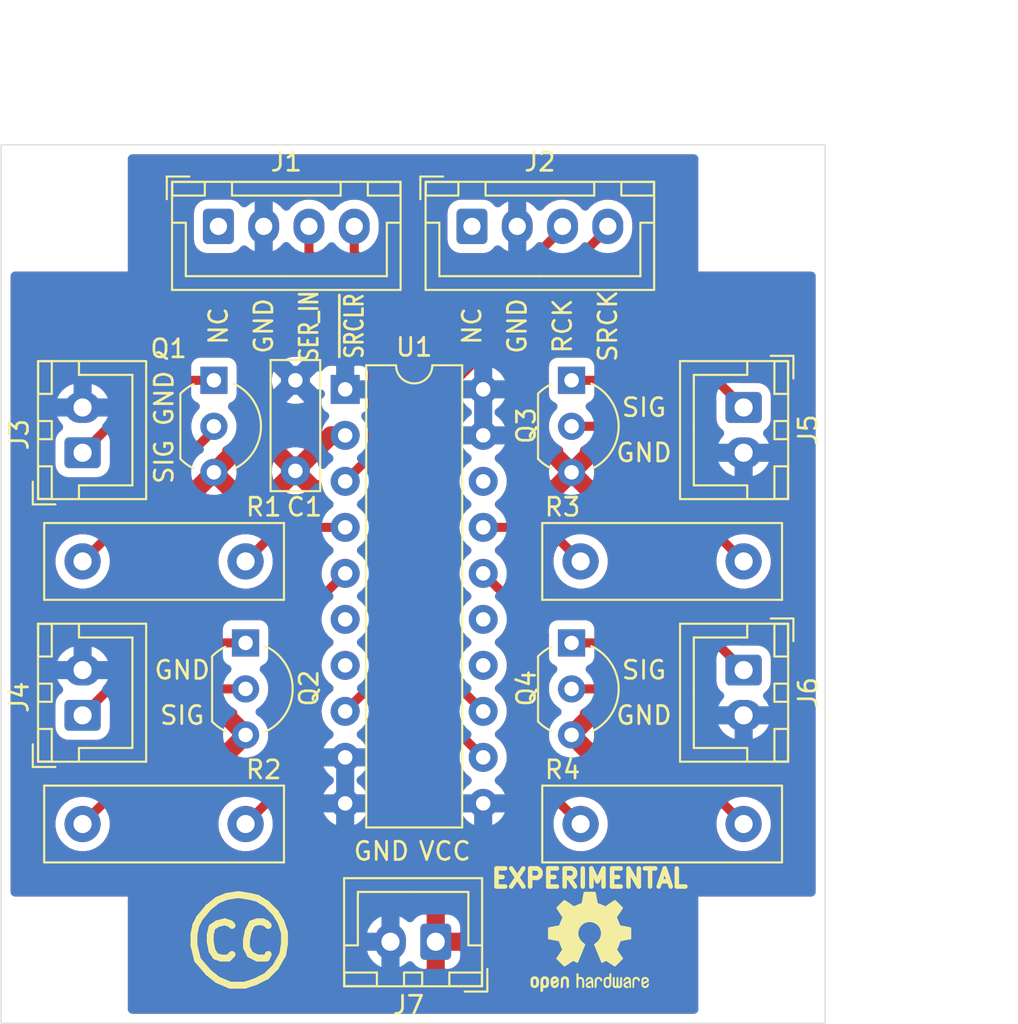
<source format=kicad_pcb>
(kicad_pcb (version 20171130) (host pcbnew "(5.1.4)-1")

  (general
    (thickness 1.6)
    (drawings 27)
    (tracks 49)
    (zones 0)
    (modules 23)
    (nets 26)
  )

  (page A4)
  (layers
    (0 F.Cu signal)
    (31 B.Cu signal)
    (32 B.Adhes user)
    (33 F.Adhes user)
    (34 B.Paste user)
    (35 F.Paste user)
    (36 B.SilkS user)
    (37 F.SilkS user)
    (38 B.Mask user)
    (39 F.Mask user)
    (40 Dwgs.User user)
    (41 Cmts.User user)
    (42 Eco1.User user)
    (43 Eco2.User user)
    (44 Edge.Cuts user)
    (45 Margin user)
    (46 B.CrtYd user)
    (47 F.CrtYd user)
    (48 B.Fab user)
    (49 F.Fab user)
  )

  (setup
    (last_trace_width 0.25)
    (trace_clearance 0.2)
    (zone_clearance 0.5)
    (zone_45_only no)
    (trace_min 0.2)
    (via_size 0.8)
    (via_drill 0.4)
    (via_min_size 0.4)
    (via_min_drill 0.3)
    (uvia_size 0.3)
    (uvia_drill 0.1)
    (uvias_allowed no)
    (uvia_min_size 0.2)
    (uvia_min_drill 0.1)
    (edge_width 0.05)
    (segment_width 0.2)
    (pcb_text_width 0.3)
    (pcb_text_size 1.5 1.5)
    (mod_edge_width 0.12)
    (mod_text_size 1 1)
    (mod_text_width 0.15)
    (pad_size 1.7 2)
    (pad_drill 1)
    (pad_to_mask_clearance 0.051)
    (solder_mask_min_width 0.25)
    (aux_axis_origin 0 0)
    (visible_elements 7FFFFF7F)
    (pcbplotparams
      (layerselection 0x3ffff_ffffffff)
      (usegerberextensions false)
      (usegerberattributes false)
      (usegerberadvancedattributes false)
      (creategerberjobfile false)
      (excludeedgelayer true)
      (linewidth 0.100000)
      (plotframeref false)
      (viasonmask false)
      (mode 1)
      (useauxorigin false)
      (hpglpennumber 1)
      (hpglpenspeed 20)
      (hpglpendiameter 15.000000)
      (psnegative false)
      (psa4output false)
      (plotreference true)
      (plotvalue true)
      (plotinvisibletext false)
      (padsonsilk false)
      (subtractmaskfromsilk false)
      (outputformat 1)
      (mirror false)
      (drillshape 0)
      (scaleselection 1)
      (outputdirectory "gerber/"))
  )

  (net 0 "")
  (net 1 GND)
  (net 2 +5V)
  (net 3 "Net-(Q1-Pad2)")
  (net 4 "Net-(Q2-Pad2)")
  (net 5 "Net-(Q3-Pad2)")
  (net 6 "Net-(Q4-Pad2)")
  (net 7 "Net-(U1-Pad18)")
  (net 8 "Net-(U1-Pad7)")
  (net 9 "Net-(U1-Pad6)")
  (net 10 "Net-(U1-Pad15)")
  (net 11 "Net-(U1-Pad14)")
  (net 12 "Net-(J1-Pad1)")
  (net 13 "Net-(J2-Pad1)")
  (net 14 DRAIN0)
  (net 15 DRAIN1)
  (net 16 DRAIN7)
  (net 17 DRAIN6)
  (net 18 SRCLR)
  (net 19 SER_IN)
  (net 20 SRCK)
  (net 21 RCLK)
  (net 22 "Net-(J3-Pad1)")
  (net 23 "Net-(J4-Pad1)")
  (net 24 "Net-(J5-Pad1)")
  (net 25 "Net-(J6-Pad1)")

  (net_class Default "This is the default net class."
    (clearance 0.2)
    (trace_width 0.25)
    (via_dia 0.8)
    (via_drill 0.4)
    (uvia_dia 0.3)
    (uvia_drill 0.1)
    (add_net +5V)
    (add_net DRAIN0)
    (add_net DRAIN1)
    (add_net DRAIN6)
    (add_net DRAIN7)
    (add_net GND)
    (add_net "Net-(J1-Pad1)")
    (add_net "Net-(J2-Pad1)")
    (add_net "Net-(J3-Pad1)")
    (add_net "Net-(J4-Pad1)")
    (add_net "Net-(J5-Pad1)")
    (add_net "Net-(J6-Pad1)")
    (add_net "Net-(Q1-Pad2)")
    (add_net "Net-(Q2-Pad2)")
    (add_net "Net-(Q3-Pad2)")
    (add_net "Net-(Q4-Pad2)")
    (add_net "Net-(U1-Pad14)")
    (add_net "Net-(U1-Pad15)")
    (add_net "Net-(U1-Pad18)")
    (add_net "Net-(U1-Pad6)")
    (add_net "Net-(U1-Pad7)")
    (add_net RCLK)
    (add_net SER_IN)
    (add_net SRCK)
    (add_net SRCLR)
  )

  (module Capacitor_THT:C_Disc_D7.0mm_W2.5mm_P5.00mm (layer F.Cu) (tedit 5AE50EF0) (tstamp 5E29684E)
    (at 140.25 51.5 90)
    (descr "C, Disc series, Radial, pin pitch=5.00mm, , diameter*width=7*2.5mm^2, Capacitor, http://cdn-reichelt.de/documents/datenblatt/B300/DS_KERKO_TC.pdf")
    (tags "C Disc series Radial pin pitch 5.00mm  diameter 7mm width 2.5mm Capacitor")
    (path /5E27638C)
    (fp_text reference C1 (at -2 0.5 180) (layer F.SilkS)
      (effects (font (size 1 1) (thickness 0.15)))
    )
    (fp_text value 100nF (at -0.5 4.5 180) (layer F.Fab)
      (effects (font (size 1 1) (thickness 0.15)))
    )
    (fp_text user %R (at 2.5 0 90) (layer F.Fab)
      (effects (font (size 1 1) (thickness 0.15)))
    )
    (fp_line (start 6.25 -1.5) (end -1.25 -1.5) (layer F.CrtYd) (width 0.05))
    (fp_line (start 6.25 1.5) (end 6.25 -1.5) (layer F.CrtYd) (width 0.05))
    (fp_line (start -1.25 1.5) (end 6.25 1.5) (layer F.CrtYd) (width 0.05))
    (fp_line (start -1.25 -1.5) (end -1.25 1.5) (layer F.CrtYd) (width 0.05))
    (fp_line (start 6.12 -1.37) (end 6.12 1.37) (layer F.SilkS) (width 0.12))
    (fp_line (start -1.12 -1.37) (end -1.12 1.37) (layer F.SilkS) (width 0.12))
    (fp_line (start -1.12 1.37) (end 6.12 1.37) (layer F.SilkS) (width 0.12))
    (fp_line (start -1.12 -1.37) (end 6.12 -1.37) (layer F.SilkS) (width 0.12))
    (fp_line (start 6 -1.25) (end -1 -1.25) (layer F.Fab) (width 0.1))
    (fp_line (start 6 1.25) (end 6 -1.25) (layer F.Fab) (width 0.1))
    (fp_line (start -1 1.25) (end 6 1.25) (layer F.Fab) (width 0.1))
    (fp_line (start -1 -1.25) (end -1 1.25) (layer F.Fab) (width 0.1))
    (pad 2 thru_hole circle (at 5 0 90) (size 1.6 1.6) (drill 0.8) (layers *.Cu *.Mask)
      (net 1 GND))
    (pad 1 thru_hole circle (at 0 0 90) (size 1.6 1.6) (drill 0.8) (layers *.Cu *.Mask)
      (net 2 +5V))
    (model ${KISYS3DMOD}/Capacitor_THT.3dshapes/C_Disc_D7.0mm_W2.5mm_P5.00mm.wrl
      (at (xyz 0 0 0))
      (scale (xyz 1 1 1))
      (rotate (xyz 0 0 0))
    )
  )

  (module MountingHole:MountingHole_3.2mm_M3_DIN965 (layer F.Cu) (tedit 56D1B4CB) (tstamp 5E24DAD1)
    (at 166 37 270)
    (descr "Mounting Hole 3.2mm, no annular, M3, DIN965")
    (tags "mounting hole 3.2mm no annular m3 din965")
    (attr virtual)
    (fp_text reference REF** (at 0 -3.8 90) (layer F.SilkS) hide
      (effects (font (size 1 1) (thickness 0.15)))
    )
    (fp_text value MountingHole_3.2mm_M3_DIN965 (at 0 3.8 90) (layer F.Fab) hide
      (effects (font (size 1 1) (thickness 0.15)))
    )
    (fp_text user %R (at 0.3 0 90) (layer F.Fab) hide
      (effects (font (size 1 1) (thickness 0.15)))
    )
    (fp_circle (center 0 0) (end 2.8 0) (layer Cmts.User) (width 0.15))
    (fp_circle (center 0 0) (end 3.05 0) (layer F.CrtYd) (width 0.05))
    (pad 1 np_thru_hole circle (at 0 0 270) (size 3.2 3.2) (drill 3.2) (layers *.Cu *.Mask))
  )

  (module MountingHole:MountingHole_3.2mm_M3_DIN965 (layer F.Cu) (tedit 56D1B4CB) (tstamp 5E24DAD1)
    (at 166 78.5 180)
    (descr "Mounting Hole 3.2mm, no annular, M3, DIN965")
    (tags "mounting hole 3.2mm no annular m3 din965")
    (attr virtual)
    (fp_text reference REF** (at 0 -3.8) (layer F.SilkS) hide
      (effects (font (size 1 1) (thickness 0.15)))
    )
    (fp_text value MountingHole_3.2mm_M3_DIN965 (at 0 3.8) (layer F.Fab) hide
      (effects (font (size 1 1) (thickness 0.15)))
    )
    (fp_text user %R (at 0.3 0) (layer F.Fab) hide
      (effects (font (size 1 1) (thickness 0.15)))
    )
    (fp_circle (center 0 0) (end 2.8 0) (layer Cmts.User) (width 0.15))
    (fp_circle (center 0 0) (end 3.05 0) (layer F.CrtYd) (width 0.05))
    (pad 1 np_thru_hole circle (at 0 0 180) (size 3.2 3.2) (drill 3.2) (layers *.Cu *.Mask))
  )

  (module MountingHole:MountingHole_3.2mm_M3_DIN965 (layer F.Cu) (tedit 56D1B4CB) (tstamp 5E24DAD1)
    (at 127.5 78.5 90)
    (descr "Mounting Hole 3.2mm, no annular, M3, DIN965")
    (tags "mounting hole 3.2mm no annular m3 din965")
    (attr virtual)
    (fp_text reference REF** (at 0 -3.8 90) (layer F.SilkS) hide
      (effects (font (size 1 1) (thickness 0.15)))
    )
    (fp_text value MountingHole_3.2mm_M3_DIN965 (at 0 3.8 90) (layer F.Fab) hide
      (effects (font (size 1 1) (thickness 0.15)))
    )
    (fp_text user %R (at 0.3 0 90) (layer F.Fab) hide
      (effects (font (size 1 1) (thickness 0.15)))
    )
    (fp_circle (center 0 0) (end 2.8 0) (layer Cmts.User) (width 0.15))
    (fp_circle (center 0 0) (end 3.05 0) (layer F.CrtYd) (width 0.05))
    (pad 1 np_thru_hole circle (at 0 0 90) (size 3.2 3.2) (drill 3.2) (layers *.Cu *.Mask))
  )

  (module MountingHole:MountingHole_3.2mm_M3_DIN965 (layer F.Cu) (tedit 56D1B4CB) (tstamp 5E24DA55)
    (at 127.5 37 90)
    (descr "Mounting Hole 3.2mm, no annular, M3, DIN965")
    (tags "mounting hole 3.2mm no annular m3 din965")
    (attr virtual)
    (fp_text reference REF** (at 0 -3.8 90) (layer F.SilkS) hide
      (effects (font (size 1 1) (thickness 0.15)))
    )
    (fp_text value MountingHole_3.2mm_M3_DIN965 (at 0 3.8 90) (layer F.Fab) hide
      (effects (font (size 1 1) (thickness 0.15)))
    )
    (fp_circle (center 0 0) (end 3.05 0) (layer F.CrtYd) (width 0.05))
    (fp_circle (center 0 0) (end 2.8 0) (layer Cmts.User) (width 0.15))
    (fp_text user %R (at 0.3 0 90) (layer F.Fab) hide
      (effects (font (size 1 1) (thickness 0.15)))
    )
    (pad 1 np_thru_hole circle (at 0 0 90) (size 3.2 3.2) (drill 3.2) (layers *.Cu *.Mask))
  )

  (module Symbol:OSHW-Logo2_7.3x6mm_SilkScreen (layer F.Cu) (tedit 0) (tstamp 5E24CB80)
    (at 156.5 77.5)
    (descr "Open Source Hardware Symbol")
    (tags "Logo Symbol OSHW")
    (attr virtual)
    (fp_text reference REF** (at 0 0) (layer F.SilkS) hide
      (effects (font (size 1 1) (thickness 0.15)))
    )
    (fp_text value OSHW-Logo2_7.3x6mm_SilkScreen (at 0.75 0) (layer F.Fab) hide
      (effects (font (size 1 1) (thickness 0.15)))
    )
    (fp_poly (pts (xy 0.10391 -2.757652) (xy 0.182454 -2.757222) (xy 0.239298 -2.756058) (xy 0.278105 -2.753793)
      (xy 0.302538 -2.75006) (xy 0.316262 -2.744494) (xy 0.32294 -2.736727) (xy 0.326236 -2.726395)
      (xy 0.326556 -2.725057) (xy 0.331562 -2.700921) (xy 0.340829 -2.653299) (xy 0.353392 -2.587259)
      (xy 0.368287 -2.507872) (xy 0.384551 -2.420204) (xy 0.385119 -2.417125) (xy 0.40141 -2.331211)
      (xy 0.416652 -2.255304) (xy 0.429861 -2.193955) (xy 0.440054 -2.151718) (xy 0.446248 -2.133145)
      (xy 0.446543 -2.132816) (xy 0.464788 -2.123747) (xy 0.502405 -2.108633) (xy 0.551271 -2.090738)
      (xy 0.551543 -2.090642) (xy 0.613093 -2.067507) (xy 0.685657 -2.038035) (xy 0.754057 -2.008403)
      (xy 0.757294 -2.006938) (xy 0.868702 -1.956374) (xy 1.115399 -2.12484) (xy 1.191077 -2.176197)
      (xy 1.259631 -2.222111) (xy 1.317088 -2.25997) (xy 1.359476 -2.287163) (xy 1.382825 -2.301079)
      (xy 1.385042 -2.302111) (xy 1.40201 -2.297516) (xy 1.433701 -2.275345) (xy 1.481352 -2.234553)
      (xy 1.546198 -2.174095) (xy 1.612397 -2.109773) (xy 1.676214 -2.046388) (xy 1.733329 -1.988549)
      (xy 1.780305 -1.939825) (xy 1.813703 -1.90379) (xy 1.830085 -1.884016) (xy 1.830694 -1.882998)
      (xy 1.832505 -1.869428) (xy 1.825683 -1.847267) (xy 1.80854 -1.813522) (xy 1.779393 -1.7652)
      (xy 1.736555 -1.699308) (xy 1.679448 -1.614483) (xy 1.628766 -1.539823) (xy 1.583461 -1.47286)
      (xy 1.54615 -1.417484) (xy 1.519452 -1.37758) (xy 1.505985 -1.357038) (xy 1.505137 -1.355644)
      (xy 1.506781 -1.335962) (xy 1.519245 -1.297707) (xy 1.540048 -1.248111) (xy 1.547462 -1.232272)
      (xy 1.579814 -1.16171) (xy 1.614328 -1.081647) (xy 1.642365 -1.012371) (xy 1.662568 -0.960955)
      (xy 1.678615 -0.921881) (xy 1.687888 -0.901459) (xy 1.689041 -0.899886) (xy 1.706096 -0.897279)
      (xy 1.746298 -0.890137) (xy 1.804302 -0.879477) (xy 1.874763 -0.866315) (xy 1.952335 -0.851667)
      (xy 2.031672 -0.836551) (xy 2.107431 -0.821982) (xy 2.174264 -0.808978) (xy 2.226828 -0.798555)
      (xy 2.259776 -0.79173) (xy 2.267857 -0.789801) (xy 2.276205 -0.785038) (xy 2.282506 -0.774282)
      (xy 2.287045 -0.753902) (xy 2.290104 -0.720266) (xy 2.291967 -0.669745) (xy 2.292918 -0.598708)
      (xy 2.29324 -0.503524) (xy 2.293257 -0.464508) (xy 2.293257 -0.147201) (xy 2.217057 -0.132161)
      (xy 2.174663 -0.124005) (xy 2.1114 -0.112101) (xy 2.034962 -0.097884) (xy 1.953043 -0.08279)
      (xy 1.9304 -0.078645) (xy 1.854806 -0.063947) (xy 1.788953 -0.049495) (xy 1.738366 -0.036625)
      (xy 1.708574 -0.026678) (xy 1.703612 -0.023713) (xy 1.691426 -0.002717) (xy 1.673953 0.037967)
      (xy 1.654577 0.090322) (xy 1.650734 0.1016) (xy 1.625339 0.171523) (xy 1.593817 0.250418)
      (xy 1.562969 0.321266) (xy 1.562817 0.321595) (xy 1.511447 0.432733) (xy 1.680399 0.681253)
      (xy 1.849352 0.929772) (xy 1.632429 1.147058) (xy 1.566819 1.211726) (xy 1.506979 1.268733)
      (xy 1.456267 1.315033) (xy 1.418046 1.347584) (xy 1.395675 1.363343) (xy 1.392466 1.364343)
      (xy 1.373626 1.356469) (xy 1.33518 1.334578) (xy 1.28133 1.301267) (xy 1.216276 1.259131)
      (xy 1.14594 1.211943) (xy 1.074555 1.16381) (xy 1.010908 1.121928) (xy 0.959041 1.088871)
      (xy 0.922995 1.067218) (xy 0.906867 1.059543) (xy 0.887189 1.066037) (xy 0.849875 1.08315)
      (xy 0.802621 1.107326) (xy 0.797612 1.110013) (xy 0.733977 1.141927) (xy 0.690341 1.157579)
      (xy 0.663202 1.157745) (xy 0.649057 1.143204) (xy 0.648975 1.143) (xy 0.641905 1.125779)
      (xy 0.625042 1.084899) (xy 0.599695 1.023525) (xy 0.567171 0.944819) (xy 0.528778 0.851947)
      (xy 0.485822 0.748072) (xy 0.444222 0.647502) (xy 0.398504 0.536516) (xy 0.356526 0.433703)
      (xy 0.319548 0.342215) (xy 0.288827 0.265201) (xy 0.265622 0.205815) (xy 0.25119 0.167209)
      (xy 0.246743 0.1528) (xy 0.257896 0.136272) (xy 0.287069 0.10993) (xy 0.325971 0.080887)
      (xy 0.436757 -0.010961) (xy 0.523351 -0.116241) (xy 0.584716 -0.232734) (xy 0.619815 -0.358224)
      (xy 0.627608 -0.490493) (xy 0.621943 -0.551543) (xy 0.591078 -0.678205) (xy 0.53792 -0.790059)
      (xy 0.465767 -0.885999) (xy 0.377917 -0.964924) (xy 0.277665 -1.02573) (xy 0.16831 -1.067313)
      (xy 0.053147 -1.088572) (xy -0.064525 -1.088401) (xy -0.18141 -1.065699) (xy -0.294211 -1.019362)
      (xy -0.399631 -0.948287) (xy -0.443632 -0.908089) (xy -0.528021 -0.804871) (xy -0.586778 -0.692075)
      (xy -0.620296 -0.57299) (xy -0.628965 -0.450905) (xy -0.613177 -0.329107) (xy -0.573322 -0.210884)
      (xy -0.509793 -0.099525) (xy -0.422979 0.001684) (xy -0.325971 0.080887) (xy -0.285563 0.111162)
      (xy -0.257018 0.137219) (xy -0.246743 0.152825) (xy -0.252123 0.169843) (xy -0.267425 0.2105)
      (xy -0.291388 0.271642) (xy -0.322756 0.350119) (xy -0.360268 0.44278) (xy -0.402667 0.546472)
      (xy -0.444337 0.647526) (xy -0.49031 0.758607) (xy -0.532893 0.861541) (xy -0.570779 0.953165)
      (xy -0.60266 1.030316) (xy -0.627229 1.089831) (xy -0.64318 1.128544) (xy -0.64909 1.143)
      (xy -0.663052 1.157685) (xy -0.69006 1.157642) (xy -0.733587 1.142099) (xy -0.79711 1.110284)
      (xy -0.797612 1.110013) (xy -0.84544 1.085323) (xy -0.884103 1.067338) (xy -0.905905 1.059614)
      (xy -0.906867 1.059543) (xy -0.923279 1.067378) (xy -0.959513 1.089165) (xy -1.011526 1.122328)
      (xy -1.075275 1.164291) (xy -1.14594 1.211943) (xy -1.217884 1.260191) (xy -1.282726 1.302151)
      (xy -1.336265 1.335227) (xy -1.374303 1.356821) (xy -1.392467 1.364343) (xy -1.409192 1.354457)
      (xy -1.44282 1.326826) (xy -1.48999 1.284495) (xy -1.547342 1.230505) (xy -1.611516 1.167899)
      (xy -1.632503 1.146983) (xy -1.849501 0.929623) (xy -1.684332 0.68722) (xy -1.634136 0.612781)
      (xy -1.590081 0.545972) (xy -1.554638 0.490665) (xy -1.530281 0.450729) (xy -1.519478 0.430036)
      (xy -1.519162 0.428563) (xy -1.524857 0.409058) (xy -1.540174 0.369822) (xy -1.562463 0.31743)
      (xy -1.578107 0.282355) (xy -1.607359 0.215201) (xy -1.634906 0.147358) (xy -1.656263 0.090034)
      (xy -1.662065 0.072572) (xy -1.678548 0.025938) (xy -1.69466 -0.010095) (xy -1.70351 -0.023713)
      (xy -1.72304 -0.032048) (xy -1.765666 -0.043863) (xy -1.825855 -0.057819) (xy -1.898078 -0.072578)
      (xy -1.9304 -0.078645) (xy -2.012478 -0.093727) (xy -2.091205 -0.108331) (xy -2.158891 -0.12102)
      (xy -2.20784 -0.130358) (xy -2.217057 -0.132161) (xy -2.293257 -0.147201) (xy -2.293257 -0.464508)
      (xy -2.293086 -0.568846) (xy -2.292384 -0.647787) (xy -2.290866 -0.704962) (xy -2.288251 -0.744001)
      (xy -2.284254 -0.768535) (xy -2.278591 -0.782195) (xy -2.27098 -0.788611) (xy -2.267857 -0.789801)
      (xy -2.249022 -0.79402) (xy -2.207412 -0.802438) (xy -2.14837 -0.814039) (xy -2.077243 -0.827805)
      (xy -1.999375 -0.84272) (xy -1.920113 -0.857768) (xy -1.844802 -0.871931) (xy -1.778787 -0.884194)
      (xy -1.727413 -0.893539) (xy -1.696025 -0.89895) (xy -1.689041 -0.899886) (xy -1.682715 -0.912404)
      (xy -1.66871 -0.945754) (xy -1.649645 -0.993623) (xy -1.642366 -1.012371) (xy -1.613004 -1.084805)
      (xy -1.578429 -1.16483) (xy -1.547463 -1.232272) (xy -1.524677 -1.283841) (xy -1.509518 -1.326215)
      (xy -1.504458 -1.352166) (xy -1.505264 -1.355644) (xy -1.515959 -1.372064) (xy -1.54038 -1.408583)
      (xy -1.575905 -1.461313) (xy -1.619913 -1.526365) (xy -1.669783 -1.599849) (xy -1.679644 -1.614355)
      (xy -1.737508 -1.700296) (xy -1.780044 -1.765739) (xy -1.808946 -1.813696) (xy -1.82591 -1.84718)
      (xy -1.832633 -1.869205) (xy -1.83081 -1.882783) (xy -1.830764 -1.882869) (xy -1.816414 -1.900703)
      (xy -1.784677 -1.935183) (xy -1.73899 -1.982732) (xy -1.682796 -2.039778) (xy -1.619532 -2.102745)
      (xy -1.612398 -2.109773) (xy -1.53267 -2.18698) (xy -1.471143 -2.24367) (xy -1.426579 -2.28089)
      (xy -1.397743 -2.299685) (xy -1.385042 -2.302111) (xy -1.366506 -2.291529) (xy -1.328039 -2.267084)
      (xy -1.273614 -2.231388) (xy -1.207202 -2.187053) (xy -1.132775 -2.136689) (xy -1.115399 -2.12484)
      (xy -0.868703 -1.956374) (xy -0.757294 -2.006938) (xy -0.689543 -2.036405) (xy -0.616817 -2.066041)
      (xy -0.554297 -2.08967) (xy -0.551543 -2.090642) (xy -0.50264 -2.108543) (xy -0.464943 -2.12368)
      (xy -0.446575 -2.13279) (xy -0.446544 -2.132816) (xy -0.440715 -2.149283) (xy -0.430808 -2.189781)
      (xy -0.417805 -2.249758) (xy -0.402691 -2.32466) (xy -0.386448 -2.409936) (xy -0.385119 -2.417125)
      (xy -0.368825 -2.504986) (xy -0.353867 -2.58474) (xy -0.341209 -2.651319) (xy -0.331814 -2.699653)
      (xy -0.326646 -2.724675) (xy -0.326556 -2.725057) (xy -0.323411 -2.735701) (xy -0.317296 -2.743738)
      (xy -0.304547 -2.749533) (xy -0.2815 -2.753453) (xy -0.244491 -2.755865) (xy -0.189856 -2.757135)
      (xy -0.113933 -2.757629) (xy -0.013056 -2.757714) (xy 0 -2.757714) (xy 0.10391 -2.757652)) (layer F.SilkS) (width 0.01))
    (fp_poly (pts (xy 3.153595 1.966966) (xy 3.211021 2.004497) (xy 3.238719 2.038096) (xy 3.260662 2.099064)
      (xy 3.262405 2.147308) (xy 3.258457 2.211816) (xy 3.109686 2.276934) (xy 3.037349 2.310202)
      (xy 2.990084 2.336964) (xy 2.965507 2.360144) (xy 2.961237 2.382667) (xy 2.974889 2.407455)
      (xy 2.989943 2.423886) (xy 3.033746 2.450235) (xy 3.081389 2.452081) (xy 3.125145 2.431546)
      (xy 3.157289 2.390752) (xy 3.163038 2.376347) (xy 3.190576 2.331356) (xy 3.222258 2.312182)
      (xy 3.265714 2.295779) (xy 3.265714 2.357966) (xy 3.261872 2.400283) (xy 3.246823 2.435969)
      (xy 3.21528 2.476943) (xy 3.210592 2.482267) (xy 3.175506 2.51872) (xy 3.145347 2.538283)
      (xy 3.107615 2.547283) (xy 3.076335 2.55023) (xy 3.020385 2.550965) (xy 2.980555 2.54166)
      (xy 2.955708 2.527846) (xy 2.916656 2.497467) (xy 2.889625 2.464613) (xy 2.872517 2.423294)
      (xy 2.863238 2.367521) (xy 2.859693 2.291305) (xy 2.85941 2.252622) (xy 2.860372 2.206247)
      (xy 2.948007 2.206247) (xy 2.949023 2.231126) (xy 2.951556 2.2352) (xy 2.968274 2.229665)
      (xy 3.004249 2.215017) (xy 3.052331 2.19419) (xy 3.062386 2.189714) (xy 3.123152 2.158814)
      (xy 3.156632 2.131657) (xy 3.16399 2.10622) (xy 3.146391 2.080481) (xy 3.131856 2.069109)
      (xy 3.07941 2.046364) (xy 3.030322 2.050122) (xy 2.989227 2.077884) (xy 2.960758 2.127152)
      (xy 2.951631 2.166257) (xy 2.948007 2.206247) (xy 2.860372 2.206247) (xy 2.861285 2.162249)
      (xy 2.868196 2.095384) (xy 2.881884 2.046695) (xy 2.904096 2.010849) (xy 2.936574 1.982513)
      (xy 2.950733 1.973355) (xy 3.015053 1.949507) (xy 3.085473 1.948006) (xy 3.153595 1.966966)) (layer F.SilkS) (width 0.01))
    (fp_poly (pts (xy 2.6526 1.958752) (xy 2.669948 1.966334) (xy 2.711356 1.999128) (xy 2.746765 2.046547)
      (xy 2.768664 2.097151) (xy 2.772229 2.122098) (xy 2.760279 2.156927) (xy 2.734067 2.175357)
      (xy 2.705964 2.186516) (xy 2.693095 2.188572) (xy 2.686829 2.173649) (xy 2.674456 2.141175)
      (xy 2.669028 2.126502) (xy 2.63859 2.075744) (xy 2.59452 2.050427) (xy 2.53801 2.051206)
      (xy 2.533825 2.052203) (xy 2.503655 2.066507) (xy 2.481476 2.094393) (xy 2.466327 2.139287)
      (xy 2.45725 2.204615) (xy 2.453286 2.293804) (xy 2.452914 2.341261) (xy 2.45273 2.416071)
      (xy 2.451522 2.467069) (xy 2.448309 2.499471) (xy 2.442109 2.518495) (xy 2.43194 2.529356)
      (xy 2.416819 2.537272) (xy 2.415946 2.53767) (xy 2.386828 2.549981) (xy 2.372403 2.554514)
      (xy 2.370186 2.540809) (xy 2.368289 2.502925) (xy 2.366847 2.445715) (xy 2.365998 2.374027)
      (xy 2.365829 2.321565) (xy 2.366692 2.220047) (xy 2.37007 2.143032) (xy 2.377142 2.086023)
      (xy 2.389088 2.044526) (xy 2.40709 2.014043) (xy 2.432327 1.99008) (xy 2.457247 1.973355)
      (xy 2.517171 1.951097) (xy 2.586911 1.946076) (xy 2.6526 1.958752)) (layer F.SilkS) (width 0.01))
    (fp_poly (pts (xy 2.144876 1.956335) (xy 2.186667 1.975344) (xy 2.219469 1.998378) (xy 2.243503 2.024133)
      (xy 2.260097 2.057358) (xy 2.270577 2.1028) (xy 2.276271 2.165207) (xy 2.278507 2.249327)
      (xy 2.278743 2.304721) (xy 2.278743 2.520826) (xy 2.241774 2.53767) (xy 2.212656 2.549981)
      (xy 2.198231 2.554514) (xy 2.195472 2.541025) (xy 2.193282 2.504653) (xy 2.191942 2.451542)
      (xy 2.191657 2.409372) (xy 2.190434 2.348447) (xy 2.187136 2.300115) (xy 2.182321 2.270518)
      (xy 2.178496 2.264229) (xy 2.152783 2.270652) (xy 2.112418 2.287125) (xy 2.065679 2.309458)
      (xy 2.020845 2.333457) (xy 1.986193 2.35493) (xy 1.970002 2.369685) (xy 1.969938 2.369845)
      (xy 1.97133 2.397152) (xy 1.983818 2.423219) (xy 2.005743 2.444392) (xy 2.037743 2.451474)
      (xy 2.065092 2.450649) (xy 2.103826 2.450042) (xy 2.124158 2.459116) (xy 2.136369 2.483092)
      (xy 2.137909 2.487613) (xy 2.143203 2.521806) (xy 2.129047 2.542568) (xy 2.092148 2.552462)
      (xy 2.052289 2.554292) (xy 1.980562 2.540727) (xy 1.943432 2.521355) (xy 1.897576 2.475845)
      (xy 1.873256 2.419983) (xy 1.871073 2.360957) (xy 1.891629 2.305953) (xy 1.922549 2.271486)
      (xy 1.95342 2.252189) (xy 2.001942 2.227759) (xy 2.058485 2.202985) (xy 2.06791 2.199199)
      (xy 2.130019 2.171791) (xy 2.165822 2.147634) (xy 2.177337 2.123619) (xy 2.16658 2.096635)
      (xy 2.148114 2.075543) (xy 2.104469 2.049572) (xy 2.056446 2.047624) (xy 2.012406 2.067637)
      (xy 1.980709 2.107551) (xy 1.976549 2.117848) (xy 1.952327 2.155724) (xy 1.916965 2.183842)
      (xy 1.872343 2.206917) (xy 1.872343 2.141485) (xy 1.874969 2.101506) (xy 1.88623 2.069997)
      (xy 1.911199 2.036378) (xy 1.935169 2.010484) (xy 1.972441 1.973817) (xy 2.001401 1.954121)
      (xy 2.032505 1.94622) (xy 2.067713 1.944914) (xy 2.144876 1.956335)) (layer F.SilkS) (width 0.01))
    (fp_poly (pts (xy 1.779833 1.958663) (xy 1.782048 1.99685) (xy 1.783784 2.054886) (xy 1.784899 2.12818)
      (xy 1.785257 2.205055) (xy 1.785257 2.465196) (xy 1.739326 2.511127) (xy 1.707675 2.539429)
      (xy 1.67989 2.550893) (xy 1.641915 2.550168) (xy 1.62684 2.548321) (xy 1.579726 2.542948)
      (xy 1.540756 2.539869) (xy 1.531257 2.539585) (xy 1.499233 2.541445) (xy 1.453432 2.546114)
      (xy 1.435674 2.548321) (xy 1.392057 2.551735) (xy 1.362745 2.54432) (xy 1.33368 2.521427)
      (xy 1.323188 2.511127) (xy 1.277257 2.465196) (xy 1.277257 1.978602) (xy 1.314226 1.961758)
      (xy 1.346059 1.949282) (xy 1.364683 1.944914) (xy 1.369458 1.958718) (xy 1.373921 1.997286)
      (xy 1.377775 2.056356) (xy 1.380722 2.131663) (xy 1.382143 2.195286) (xy 1.386114 2.445657)
      (xy 1.420759 2.450556) (xy 1.452268 2.447131) (xy 1.467708 2.436041) (xy 1.472023 2.415308)
      (xy 1.475708 2.371145) (xy 1.478469 2.309146) (xy 1.480012 2.234909) (xy 1.480235 2.196706)
      (xy 1.480457 1.976783) (xy 1.526166 1.960849) (xy 1.558518 1.950015) (xy 1.576115 1.944962)
      (xy 1.576623 1.944914) (xy 1.578388 1.958648) (xy 1.580329 1.99673) (xy 1.582282 2.054482)
      (xy 1.584084 2.127227) (xy 1.585343 2.195286) (xy 1.589314 2.445657) (xy 1.6764 2.445657)
      (xy 1.680396 2.21724) (xy 1.684392 1.988822) (xy 1.726847 1.966868) (xy 1.758192 1.951793)
      (xy 1.776744 1.944951) (xy 1.777279 1.944914) (xy 1.779833 1.958663)) (layer F.SilkS) (width 0.01))
    (fp_poly (pts (xy 1.190117 2.065358) (xy 1.189933 2.173837) (xy 1.189219 2.257287) (xy 1.187675 2.319704)
      (xy 1.185001 2.365085) (xy 1.180894 2.397429) (xy 1.175055 2.420733) (xy 1.167182 2.438995)
      (xy 1.161221 2.449418) (xy 1.111855 2.505945) (xy 1.049264 2.541377) (xy 0.980013 2.55409)
      (xy 0.910668 2.542463) (xy 0.869375 2.521568) (xy 0.826025 2.485422) (xy 0.796481 2.441276)
      (xy 0.778655 2.383462) (xy 0.770463 2.306313) (xy 0.769302 2.249714) (xy 0.769458 2.245647)
      (xy 0.870857 2.245647) (xy 0.871476 2.31055) (xy 0.874314 2.353514) (xy 0.88084 2.381622)
      (xy 0.892523 2.401953) (xy 0.906483 2.417288) (xy 0.953365 2.44689) (xy 1.003701 2.449419)
      (xy 1.051276 2.424705) (xy 1.054979 2.421356) (xy 1.070783 2.403935) (xy 1.080693 2.383209)
      (xy 1.086058 2.352362) (xy 1.088228 2.304577) (xy 1.088571 2.251748) (xy 1.087827 2.185381)
      (xy 1.084748 2.141106) (xy 1.078061 2.112009) (xy 1.066496 2.091173) (xy 1.057013 2.080107)
      (xy 1.01296 2.052198) (xy 0.962224 2.048843) (xy 0.913796 2.070159) (xy 0.90445 2.078073)
      (xy 0.88854 2.095647) (xy 0.87861 2.116587) (xy 0.873278 2.147782) (xy 0.871163 2.196122)
      (xy 0.870857 2.245647) (xy 0.769458 2.245647) (xy 0.77281 2.158568) (xy 0.784726 2.090086)
      (xy 0.807135 2.0386) (xy 0.842124 1.998443) (xy 0.869375 1.977861) (xy 0.918907 1.955625)
      (xy 0.976316 1.945304) (xy 1.029682 1.948067) (xy 1.059543 1.959212) (xy 1.071261 1.962383)
      (xy 1.079037 1.950557) (xy 1.084465 1.918866) (xy 1.088571 1.870593) (xy 1.093067 1.816829)
      (xy 1.099313 1.784482) (xy 1.110676 1.765985) (xy 1.130528 1.75377) (xy 1.143 1.748362)
      (xy 1.190171 1.728601) (xy 1.190117 2.065358)) (layer F.SilkS) (width 0.01))
    (fp_poly (pts (xy 0.529926 1.949755) (xy 0.595858 1.974084) (xy 0.649273 2.017117) (xy 0.670164 2.047409)
      (xy 0.692939 2.102994) (xy 0.692466 2.143186) (xy 0.668562 2.170217) (xy 0.659717 2.174813)
      (xy 0.62153 2.189144) (xy 0.602028 2.185472) (xy 0.595422 2.161407) (xy 0.595086 2.148114)
      (xy 0.582992 2.09921) (xy 0.551471 2.064999) (xy 0.507659 2.048476) (xy 0.458695 2.052634)
      (xy 0.418894 2.074227) (xy 0.40545 2.086544) (xy 0.395921 2.101487) (xy 0.389485 2.124075)
      (xy 0.385317 2.159328) (xy 0.382597 2.212266) (xy 0.380502 2.287907) (xy 0.37996 2.311857)
      (xy 0.377981 2.39379) (xy 0.375731 2.451455) (xy 0.372357 2.489608) (xy 0.367006 2.513004)
      (xy 0.358824 2.526398) (xy 0.346959 2.534545) (xy 0.339362 2.538144) (xy 0.307102 2.550452)
      (xy 0.288111 2.554514) (xy 0.281836 2.540948) (xy 0.278006 2.499934) (xy 0.2766 2.430999)
      (xy 0.277598 2.333669) (xy 0.277908 2.318657) (xy 0.280101 2.229859) (xy 0.282693 2.165019)
      (xy 0.286382 2.119067) (xy 0.291864 2.086935) (xy 0.299835 2.063553) (xy 0.310993 2.043852)
      (xy 0.31683 2.03541) (xy 0.350296 1.998057) (xy 0.387727 1.969003) (xy 0.392309 1.966467)
      (xy 0.459426 1.946443) (xy 0.529926 1.949755)) (layer F.SilkS) (width 0.01))
    (fp_poly (pts (xy 0.039744 1.950968) (xy 0.096616 1.972087) (xy 0.097267 1.972493) (xy 0.13244 1.99838)
      (xy 0.158407 2.028633) (xy 0.17667 2.068058) (xy 0.188732 2.121462) (xy 0.196096 2.193651)
      (xy 0.200264 2.289432) (xy 0.200629 2.303078) (xy 0.205876 2.508842) (xy 0.161716 2.531678)
      (xy 0.129763 2.54711) (xy 0.11047 2.554423) (xy 0.109578 2.554514) (xy 0.106239 2.541022)
      (xy 0.103587 2.504626) (xy 0.101956 2.451452) (xy 0.1016 2.408393) (xy 0.101592 2.338641)
      (xy 0.098403 2.294837) (xy 0.087288 2.273944) (xy 0.063501 2.272925) (xy 0.022296 2.288741)
      (xy -0.039914 2.317815) (xy -0.085659 2.341963) (xy -0.109187 2.362913) (xy -0.116104 2.385747)
      (xy -0.116114 2.386877) (xy -0.104701 2.426212) (xy -0.070908 2.447462) (xy -0.019191 2.450539)
      (xy 0.018061 2.450006) (xy 0.037703 2.460735) (xy 0.049952 2.486505) (xy 0.057002 2.519337)
      (xy 0.046842 2.537966) (xy 0.043017 2.540632) (xy 0.007001 2.55134) (xy -0.043434 2.552856)
      (xy -0.095374 2.545759) (xy -0.132178 2.532788) (xy -0.183062 2.489585) (xy -0.211986 2.429446)
      (xy -0.217714 2.382462) (xy -0.213343 2.340082) (xy -0.197525 2.305488) (xy -0.166203 2.274763)
      (xy -0.115322 2.24399) (xy -0.040824 2.209252) (xy -0.036286 2.207288) (xy 0.030821 2.176287)
      (xy 0.072232 2.150862) (xy 0.089981 2.128014) (xy 0.086107 2.104745) (xy 0.062643 2.078056)
      (xy 0.055627 2.071914) (xy 0.00863 2.0481) (xy -0.040067 2.049103) (xy -0.082478 2.072451)
      (xy -0.110616 2.115675) (xy -0.113231 2.12416) (xy -0.138692 2.165308) (xy -0.170999 2.185128)
      (xy -0.217714 2.20477) (xy -0.217714 2.15395) (xy -0.203504 2.080082) (xy -0.161325 2.012327)
      (xy -0.139376 1.989661) (xy -0.089483 1.960569) (xy -0.026033 1.9474) (xy 0.039744 1.950968)) (layer F.SilkS) (width 0.01))
    (fp_poly (pts (xy -0.624114 1.851289) (xy -0.619861 1.910613) (xy -0.614975 1.945572) (xy -0.608205 1.96082)
      (xy -0.598298 1.961015) (xy -0.595086 1.959195) (xy -0.552356 1.946015) (xy -0.496773 1.946785)
      (xy -0.440263 1.960333) (xy -0.404918 1.977861) (xy -0.368679 2.005861) (xy -0.342187 2.037549)
      (xy -0.324001 2.077813) (xy -0.312678 2.131543) (xy -0.306778 2.203626) (xy -0.304857 2.298951)
      (xy -0.304823 2.317237) (xy -0.3048 2.522646) (xy -0.350509 2.53858) (xy -0.382973 2.54942)
      (xy -0.400785 2.554468) (xy -0.401309 2.554514) (xy -0.403063 2.540828) (xy -0.404556 2.503076)
      (xy -0.405674 2.446224) (xy -0.406303 2.375234) (xy -0.4064 2.332073) (xy -0.406602 2.246973)
      (xy -0.407642 2.185981) (xy -0.410169 2.144177) (xy -0.414836 2.116642) (xy -0.422293 2.098456)
      (xy -0.433189 2.084698) (xy -0.439993 2.078073) (xy -0.486728 2.051375) (xy -0.537728 2.049375)
      (xy -0.583999 2.071955) (xy -0.592556 2.080107) (xy -0.605107 2.095436) (xy -0.613812 2.113618)
      (xy -0.619369 2.139909) (xy -0.622474 2.179562) (xy -0.623824 2.237832) (xy -0.624114 2.318173)
      (xy -0.624114 2.522646) (xy -0.669823 2.53858) (xy -0.702287 2.54942) (xy -0.720099 2.554468)
      (xy -0.720623 2.554514) (xy -0.721963 2.540623) (xy -0.723172 2.501439) (xy -0.724199 2.4407)
      (xy -0.724998 2.362141) (xy -0.725519 2.269498) (xy -0.725714 2.166509) (xy -0.725714 1.769342)
      (xy -0.678543 1.749444) (xy -0.631371 1.729547) (xy -0.624114 1.851289)) (layer F.SilkS) (width 0.01))
    (fp_poly (pts (xy -1.831697 1.931239) (xy -1.774473 1.969735) (xy -1.730251 2.025335) (xy -1.703833 2.096086)
      (xy -1.69849 2.148162) (xy -1.699097 2.169893) (xy -1.704178 2.186531) (xy -1.718145 2.201437)
      (xy -1.745411 2.217973) (xy -1.790388 2.239498) (xy -1.857489 2.269374) (xy -1.857829 2.269524)
      (xy -1.919593 2.297813) (xy -1.970241 2.322933) (xy -2.004596 2.342179) (xy -2.017482 2.352848)
      (xy -2.017486 2.352934) (xy -2.006128 2.376166) (xy -1.979569 2.401774) (xy -1.949077 2.420221)
      (xy -1.93363 2.423886) (xy -1.891485 2.411212) (xy -1.855192 2.379471) (xy -1.837483 2.344572)
      (xy -1.820448 2.318845) (xy -1.787078 2.289546) (xy -1.747851 2.264235) (xy -1.713244 2.250471)
      (xy -1.706007 2.249714) (xy -1.697861 2.26216) (xy -1.69737 2.293972) (xy -1.703357 2.336866)
      (xy -1.714643 2.382558) (xy -1.73005 2.422761) (xy -1.730829 2.424322) (xy -1.777196 2.489062)
      (xy -1.837289 2.533097) (xy -1.905535 2.554711) (xy -1.976362 2.552185) (xy -2.044196 2.523804)
      (xy -2.047212 2.521808) (xy -2.100573 2.473448) (xy -2.13566 2.410352) (xy -2.155078 2.327387)
      (xy -2.157684 2.304078) (xy -2.162299 2.194055) (xy -2.156767 2.142748) (xy -2.017486 2.142748)
      (xy -2.015676 2.174753) (xy -2.005778 2.184093) (xy -1.981102 2.177105) (xy -1.942205 2.160587)
      (xy -1.898725 2.139881) (xy -1.897644 2.139333) (xy -1.860791 2.119949) (xy -1.846 2.107013)
      (xy -1.849647 2.093451) (xy -1.865005 2.075632) (xy -1.904077 2.049845) (xy -1.946154 2.04795)
      (xy -1.983897 2.066717) (xy -2.009966 2.102915) (xy -2.017486 2.142748) (xy -2.156767 2.142748)
      (xy -2.152806 2.106027) (xy -2.12845 2.036212) (xy -2.094544 1.987302) (xy -2.033347 1.937878)
      (xy -1.965937 1.913359) (xy -1.89712 1.911797) (xy -1.831697 1.931239)) (layer F.SilkS) (width 0.01))
    (fp_poly (pts (xy -2.958885 1.921962) (xy -2.890855 1.957733) (xy -2.840649 2.015301) (xy -2.822815 2.052312)
      (xy -2.808937 2.107882) (xy -2.801833 2.178096) (xy -2.80116 2.254727) (xy -2.806573 2.329552)
      (xy -2.81773 2.394342) (xy -2.834286 2.440873) (xy -2.839374 2.448887) (xy -2.899645 2.508707)
      (xy -2.971231 2.544535) (xy -3.048908 2.55502) (xy -3.127452 2.53881) (xy -3.149311 2.529092)
      (xy -3.191878 2.499143) (xy -3.229237 2.459433) (xy -3.232768 2.454397) (xy -3.247119 2.430124)
      (xy -3.256606 2.404178) (xy -3.26221 2.370022) (xy -3.264914 2.321119) (xy -3.265701 2.250935)
      (xy -3.265714 2.2352) (xy -3.265678 2.230192) (xy -3.120571 2.230192) (xy -3.119727 2.29643)
      (xy -3.116404 2.340386) (xy -3.109417 2.368779) (xy -3.097584 2.388325) (xy -3.091543 2.394857)
      (xy -3.056814 2.41968) (xy -3.023097 2.418548) (xy -2.989005 2.397016) (xy -2.968671 2.374029)
      (xy -2.956629 2.340478) (xy -2.949866 2.287569) (xy -2.949402 2.281399) (xy -2.948248 2.185513)
      (xy -2.960312 2.114299) (xy -2.98543 2.068194) (xy -3.02344 2.047635) (xy -3.037008 2.046514)
      (xy -3.072636 2.052152) (xy -3.097006 2.071686) (xy -3.111907 2.109042) (xy -3.119125 2.16815)
      (xy -3.120571 2.230192) (xy -3.265678 2.230192) (xy -3.265174 2.160413) (xy -3.262904 2.108159)
      (xy -3.257932 2.071949) (xy -3.249287 2.045299) (xy -3.235995 2.021722) (xy -3.233057 2.017338)
      (xy -3.183687 1.958249) (xy -3.129891 1.923947) (xy -3.064398 1.910331) (xy -3.042158 1.909665)
      (xy -2.958885 1.921962)) (layer F.SilkS) (width 0.01))
    (fp_poly (pts (xy -1.283907 1.92778) (xy -1.237328 1.954723) (xy -1.204943 1.981466) (xy -1.181258 2.009484)
      (xy -1.164941 2.043748) (xy -1.154661 2.089227) (xy -1.149086 2.150892) (xy -1.146884 2.233711)
      (xy -1.146629 2.293246) (xy -1.146629 2.512391) (xy -1.208314 2.540044) (xy -1.27 2.567697)
      (xy -1.277257 2.32767) (xy -1.280256 2.238028) (xy -1.283402 2.172962) (xy -1.287299 2.128026)
      (xy -1.292553 2.09877) (xy -1.299769 2.080748) (xy -1.30955 2.069511) (xy -1.312688 2.067079)
      (xy -1.360239 2.048083) (xy -1.408303 2.0556) (xy -1.436914 2.075543) (xy -1.448553 2.089675)
      (xy -1.456609 2.10822) (xy -1.461729 2.136334) (xy -1.464559 2.179173) (xy -1.465744 2.241895)
      (xy -1.465943 2.307261) (xy -1.465982 2.389268) (xy -1.467386 2.447316) (xy -1.472086 2.486465)
      (xy -1.482013 2.51178) (xy -1.499097 2.528323) (xy -1.525268 2.541156) (xy -1.560225 2.554491)
      (xy -1.598404 2.569007) (xy -1.593859 2.311389) (xy -1.592029 2.218519) (xy -1.589888 2.149889)
      (xy -1.586819 2.100711) (xy -1.582206 2.066198) (xy -1.575432 2.041562) (xy -1.565881 2.022016)
      (xy -1.554366 2.00477) (xy -1.49881 1.94968) (xy -1.43102 1.917822) (xy -1.357287 1.910191)
      (xy -1.283907 1.92778)) (layer F.SilkS) (width 0.01))
    (fp_poly (pts (xy -2.400256 1.919918) (xy -2.344799 1.947568) (xy -2.295852 1.99848) (xy -2.282371 2.017338)
      (xy -2.267686 2.042015) (xy -2.258158 2.068816) (xy -2.252707 2.104587) (xy -2.250253 2.156169)
      (xy -2.249714 2.224267) (xy -2.252148 2.317588) (xy -2.260606 2.387657) (xy -2.276826 2.439931)
      (xy -2.302546 2.479869) (xy -2.339503 2.512929) (xy -2.342218 2.514886) (xy -2.37864 2.534908)
      (xy -2.422498 2.544815) (xy -2.478276 2.547257) (xy -2.568952 2.547257) (xy -2.56899 2.635283)
      (xy -2.569834 2.684308) (xy -2.574976 2.713065) (xy -2.588413 2.730311) (xy -2.614142 2.744808)
      (xy -2.620321 2.747769) (xy -2.649236 2.761648) (xy -2.671624 2.770414) (xy -2.688271 2.771171)
      (xy -2.699964 2.761023) (xy -2.70749 2.737073) (xy -2.711634 2.696426) (xy -2.713185 2.636186)
      (xy -2.712929 2.553455) (xy -2.711651 2.445339) (xy -2.711252 2.413) (xy -2.709815 2.301524)
      (xy -2.708528 2.228603) (xy -2.569029 2.228603) (xy -2.568245 2.290499) (xy -2.56476 2.330997)
      (xy -2.556876 2.357708) (xy -2.542895 2.378244) (xy -2.533403 2.38826) (xy -2.494596 2.417567)
      (xy -2.460237 2.419952) (xy -2.424784 2.39575) (xy -2.423886 2.394857) (xy -2.409461 2.376153)
      (xy -2.400687 2.350732) (xy -2.396261 2.311584) (xy -2.394882 2.251697) (xy -2.394857 2.23843)
      (xy -2.398188 2.155901) (xy -2.409031 2.098691) (xy -2.42866 2.063766) (xy -2.45835 2.048094)
      (xy -2.475509 2.046514) (xy -2.516234 2.053926) (xy -2.544168 2.07833) (xy -2.560983 2.12298)
      (xy -2.56835 2.19113) (xy -2.569029 2.228603) (xy -2.708528 2.228603) (xy -2.708292 2.215245)
      (xy -2.706323 2.150333) (xy -2.70355 2.102958) (xy -2.699612 2.06929) (xy -2.694151 2.045498)
      (xy -2.686808 2.027753) (xy -2.677223 2.012224) (xy -2.673113 2.006381) (xy -2.618595 1.951185)
      (xy -2.549664 1.91989) (xy -2.469928 1.911165) (xy -2.400256 1.919918)) (layer F.SilkS) (width 0.01))
  )

  (module Symbol:Symbol_CreativeCommons_SilkScreenTop_Type2_Small (layer F.Cu) (tedit 5E206393) (tstamp 5E24C606)
    (at 137 77.5)
    (descr "Symbol, Creative Commons, CopperTop, Type 2, Small,")
    (tags "Symbol, Creative Commons, CopperTop, Type 2, Small,")
    (attr virtual)
    (fp_text reference REF** (at 0.5 -4) (layer F.SilkS) hide
      (effects (font (size 1 1) (thickness 0.15)))
    )
    (fp_text value Symbol_CreativeCommons_SilkScreenTop_Type2_Small (at 0.59944 8.001) (layer F.Fab) hide
      (effects (font (size 1 1) (thickness 0.15)))
    )
    (fp_line (start 1.7502 -0.9001) (end 1.65114 -0.99916) (layer F.SilkS) (width 0.381))
    (fp_line (start 1.65114 -0.99916) (end 1.45048 -1.10076) (layer F.SilkS) (width 0.381))
    (fp_line (start 1.45048 -1.10076) (end 1.15076 -1.10076) (layer F.SilkS) (width 0.381))
    (fp_line (start 1.15076 -1.10076) (end 0.85104 -0.99916) (layer F.SilkS) (width 0.381))
    (fp_line (start 0.85104 -0.99916) (end 0.65038 -0.60038) (layer F.SilkS) (width 0.381))
    (fp_line (start 0.65038 -0.60038) (end 0.54878 -0.1) (layer F.SilkS) (width 0.381))
    (fp_line (start 0.54878 -0.1) (end 0.54878 0.29878) (layer F.SilkS) (width 0.381))
    (fp_line (start 0.54878 0.29878) (end 0.74944 0.7001) (layer F.SilkS) (width 0.381))
    (fp_line (start 0.74944 0.7001) (end 1.15076 0.90076) (layer F.SilkS) (width 0.381))
    (fp_line (start 1.15076 0.90076) (end 1.34888 0.90076) (layer F.SilkS) (width 0.381))
    (fp_line (start 1.34888 0.90076) (end 1.65114 0.90076) (layer F.SilkS) (width 0.381))
    (fp_line (start 1.65114 0.90076) (end 1.7502 0.7001) (layer F.SilkS) (width 0.381))
    (fp_line (start -0.24878 -0.9001) (end -0.35038 -0.99916) (layer F.SilkS) (width 0.381))
    (fp_line (start -0.35038 -0.99916) (end -0.6501 -1.10076) (layer F.SilkS) (width 0.381))
    (fp_line (start -0.6501 -1.10076) (end -1.04888 -0.99916) (layer F.SilkS) (width 0.381))
    (fp_line (start -1.04888 -0.99916) (end -1.35114 -0.80104) (layer F.SilkS) (width 0.381))
    (fp_line (start -1.35114 -0.80104) (end -1.4502 -0.39972) (layer F.SilkS) (width 0.381))
    (fp_line (start -1.4502 -0.39972) (end -1.4502 -0.00094) (layer F.SilkS) (width 0.381))
    (fp_line (start -1.4502 -0.00094) (end -1.35114 0.49944) (layer F.SilkS) (width 0.381))
    (fp_line (start -1.35114 0.49944) (end -1.15048 0.79916) (layer F.SilkS) (width 0.381))
    (fp_line (start -1.15048 0.79916) (end -0.85076 0.90076) (layer F.SilkS) (width 0.381))
    (fp_line (start -0.85076 0.90076) (end -0.44944 0.90076) (layer F.SilkS) (width 0.381))
    (fp_line (start -0.44944 0.90076) (end -0.24878 0.7001) (layer F.SilkS) (width 0.381))
    (fp_line (start 0.15 -2.59936) (end 0.05094 -2.59936) (layer F.SilkS) (width 0.381))
    (fp_line (start 0.05094 -2.59936) (end -0.55104 -2.5003) (layer F.SilkS) (width 0.381))
    (fp_line (start -0.55104 -2.5003) (end -1.04888 -2.29964) (layer F.SilkS) (width 0.381))
    (fp_line (start -1.04888 -2.29964) (end -1.54926 -1.90086) (layer F.SilkS) (width 0.381))
    (fp_line (start -1.54926 -1.90086) (end -2.04964 -1.29888) (layer F.SilkS) (width 0.381))
    (fp_line (start -2.04964 -1.29888) (end -2.2503 -0.9001) (layer F.SilkS) (width 0.381))
    (fp_line (start -2.2503 -0.9001) (end -2.34936 -0.39972) (layer F.SilkS) (width 0.381))
    (fp_line (start -2.34936 -0.39972) (end -2.34936 0.19972) (layer F.SilkS) (width 0.381))
    (fp_line (start -2.34936 0.19972) (end -2.15124 0.99982) (layer F.SilkS) (width 0.381))
    (fp_line (start -2.15124 0.99982) (end -1.54926 1.70086) (layer F.SilkS) (width 0.381))
    (fp_line (start -1.54926 1.70086) (end -1.04888 2.09964) (layer F.SilkS) (width 0.381))
    (fp_line (start -1.04888 2.09964) (end -0.35038 2.39936) (layer F.SilkS) (width 0.381))
    (fp_line (start -0.35038 2.39936) (end 0.44972 2.39936) (layer F.SilkS) (width 0.381))
    (fp_line (start 0.44972 2.39936) (end 1.04916 2.20124) (layer F.SilkS) (width 0.381))
    (fp_line (start 1.04916 2.20124) (end 1.65114 1.89898) (layer F.SilkS) (width 0.381))
    (fp_line (start 1.65114 1.89898) (end 2.14898 1.40114) (layer F.SilkS) (width 0.381))
    (fp_line (start 2.14898 1.40114) (end 2.5503 0.7001) (layer F.SilkS) (width 0.381))
    (fp_line (start 2.5503 0.7001) (end 2.64936 0.10066) (layer F.SilkS) (width 0.381))
    (fp_line (start 2.64936 0.10066) (end 2.64936 -0.49878) (layer F.SilkS) (width 0.381))
    (fp_line (start 2.64936 -0.49878) (end 2.45124 -1.10076) (layer F.SilkS) (width 0.381))
    (fp_line (start 2.45124 -1.10076) (end 2.14898 -1.60114) (layer F.SilkS) (width 0.381))
    (fp_line (start 2.14898 -1.60114) (end 1.65114 -2.09898) (layer F.SilkS) (width 0.381))
    (fp_line (start 1.65114 -2.09898) (end 1.15076 -2.40124) (layer F.SilkS) (width 0.381))
    (fp_line (start 1.15076 -2.40124) (end 0.74944 -2.5003) (layer F.SilkS) (width 0.381))
    (fp_line (start 0.74944 -2.5003) (end 0.15 -2.59936) (layer F.SilkS) (width 0.381))
  )

  (module Package_DIP:DIP-20_W7.62mm (layer F.Cu) (tedit 5A02E8C5) (tstamp 5E23816B)
    (at 143 47)
    (descr "20-lead though-hole mounted DIP package, row spacing 7.62 mm (300 mils)")
    (tags "THT DIP DIL PDIP 2.54mm 7.62mm 300mil")
    (path /5E24E275)
    (fp_text reference U1 (at 3.81 -2.33) (layer F.SilkS)
      (effects (font (size 1 1) (thickness 0.15)))
    )
    (fp_text value TPIC6595 (at 3.81 10.5 90) (layer F.Fab)
      (effects (font (size 1 1) (thickness 0.15)))
    )
    (fp_text user %R (at 3.81 4) (layer F.Fab)
      (effects (font (size 1 1) (thickness 0.15)))
    )
    (fp_line (start 8.7 -1.55) (end -1.1 -1.55) (layer F.CrtYd) (width 0.05))
    (fp_line (start 8.7 24.4) (end 8.7 -1.55) (layer F.CrtYd) (width 0.05))
    (fp_line (start -1.1 24.4) (end 8.7 24.4) (layer F.CrtYd) (width 0.05))
    (fp_line (start -1.1 -1.55) (end -1.1 24.4) (layer F.CrtYd) (width 0.05))
    (fp_line (start 6.46 -1.33) (end 4.81 -1.33) (layer F.SilkS) (width 0.12))
    (fp_line (start 6.46 24.19) (end 6.46 -1.33) (layer F.SilkS) (width 0.12))
    (fp_line (start 1.16 24.19) (end 6.46 24.19) (layer F.SilkS) (width 0.12))
    (fp_line (start 1.16 -1.33) (end 1.16 24.19) (layer F.SilkS) (width 0.12))
    (fp_line (start 2.81 -1.33) (end 1.16 -1.33) (layer F.SilkS) (width 0.12))
    (fp_line (start 0.635 -0.27) (end 1.635 -1.27) (layer F.Fab) (width 0.1))
    (fp_line (start 0.635 24.13) (end 0.635 -0.27) (layer F.Fab) (width 0.1))
    (fp_line (start 6.985 24.13) (end 0.635 24.13) (layer F.Fab) (width 0.1))
    (fp_line (start 6.985 -1.27) (end 6.985 24.13) (layer F.Fab) (width 0.1))
    (fp_line (start 1.635 -1.27) (end 6.985 -1.27) (layer F.Fab) (width 0.1))
    (fp_arc (start 3.81 -1.33) (end 2.81 -1.33) (angle -180) (layer F.SilkS) (width 0.12))
    (pad 20 thru_hole oval (at 7.62 0) (size 1.6 1.6) (drill 0.8) (layers *.Cu *.Mask)
      (net 1 GND))
    (pad 10 thru_hole oval (at 0 22.86) (size 1.6 1.6) (drill 0.8) (layers *.Cu *.Mask)
      (net 1 GND))
    (pad 19 thru_hole oval (at 7.62 2.54) (size 1.6 1.6) (drill 0.8) (layers *.Cu *.Mask)
      (net 1 GND))
    (pad 9 thru_hole oval (at 0 20.32) (size 1.6 1.6) (drill 0.8) (layers *.Cu *.Mask)
      (net 1 GND))
    (pad 18 thru_hole oval (at 7.62 5.08) (size 1.6 1.6) (drill 0.8) (layers *.Cu *.Mask)
      (net 7 "Net-(U1-Pad18)"))
    (pad 8 thru_hole oval (at 0 17.78) (size 1.6 1.6) (drill 0.8) (layers *.Cu *.Mask)
      (net 18 SRCLR))
    (pad 17 thru_hole oval (at 7.62 7.62) (size 1.6 1.6) (drill 0.8) (layers *.Cu *.Mask)
      (net 16 DRAIN7))
    (pad 7 thru_hole oval (at 0 15.24) (size 1.6 1.6) (drill 0.8) (layers *.Cu *.Mask)
      (net 8 "Net-(U1-Pad7)"))
    (pad 16 thru_hole oval (at 7.62 10.16) (size 1.6 1.6) (drill 0.8) (layers *.Cu *.Mask)
      (net 17 DRAIN6))
    (pad 6 thru_hole oval (at 0 12.7) (size 1.6 1.6) (drill 0.8) (layers *.Cu *.Mask)
      (net 9 "Net-(U1-Pad6)"))
    (pad 15 thru_hole oval (at 7.62 12.7) (size 1.6 1.6) (drill 0.8) (layers *.Cu *.Mask)
      (net 10 "Net-(U1-Pad15)"))
    (pad 5 thru_hole oval (at 0 10.16) (size 1.6 1.6) (drill 0.8) (layers *.Cu *.Mask)
      (net 15 DRAIN1))
    (pad 14 thru_hole oval (at 7.62 15.24) (size 1.6 1.6) (drill 0.8) (layers *.Cu *.Mask)
      (net 11 "Net-(U1-Pad14)"))
    (pad 4 thru_hole oval (at 0 7.62) (size 1.6 1.6) (drill 0.8) (layers *.Cu *.Mask)
      (net 14 DRAIN0))
    (pad 13 thru_hole oval (at 7.62 17.78) (size 1.6 1.6) (drill 0.8) (layers *.Cu *.Mask)
      (net 20 SRCK))
    (pad 3 thru_hole oval (at 0 5.08) (size 1.6 1.6) (drill 0.8) (layers *.Cu *.Mask)
      (net 19 SER_IN))
    (pad 12 thru_hole oval (at 7.62 20.32) (size 1.6 1.6) (drill 0.8) (layers *.Cu *.Mask)
      (net 21 RCLK))
    (pad 2 thru_hole oval (at 0 2.54) (size 1.6 1.6) (drill 0.8) (layers *.Cu *.Mask)
      (net 2 +5V))
    (pad 11 thru_hole oval (at 7.62 22.86) (size 1.6 1.6) (drill 0.8) (layers *.Cu *.Mask)
      (net 1 GND))
    (pad 1 thru_hole rect (at 0 0) (size 1.6 1.6) (drill 0.8) (layers *.Cu *.Mask)
      (net 1 GND))
    (model ${KISYS3DMOD}/Package_DIP.3dshapes/DIP-20_W7.62mm.wrl
      (at (xyz 0 0 0))
      (scale (xyz 1 1 1))
      (rotate (xyz 0 0 0))
    )
  )

  (module Resistor_THT:R_Box_L13.0mm_W4.0mm_P9.00mm (layer F.Cu) (tedit 5AE5139B) (tstamp 5E23B4B3)
    (at 137.5 71 180)
    (descr "Resistor, Box series, Radial, pin pitch=9.00mm, 2W, length*width=13.0*4.0mm^2, http://www.produktinfo.conrad.com/datenblaetter/425000-449999/443860-da-01-de-METALLBAND_WIDERSTAND_0_1_OHM_5W_5Pr.pdf")
    (tags "Resistor Box series Radial pin pitch 9.00mm 2W length 13.0mm width 4.0mm")
    (path /5E23F4EA)
    (fp_text reference R2 (at -1 3 180) (layer F.SilkS)
      (effects (font (size 1 1) (thickness 0.15)))
    )
    (fp_text value 270 (at 4.5 -1) (layer F.Fab)
      (effects (font (size 1 1) (thickness 0.15)))
    )
    (fp_text user %R (at 4.5 1) (layer F.Fab)
      (effects (font (size 1 1) (thickness 0.15)))
    )
    (fp_line (start 11.25 -2.25) (end -2.25 -2.25) (layer F.CrtYd) (width 0.05))
    (fp_line (start 11.25 2.25) (end 11.25 -2.25) (layer F.CrtYd) (width 0.05))
    (fp_line (start -2.25 2.25) (end 11.25 2.25) (layer F.CrtYd) (width 0.05))
    (fp_line (start -2.25 -2.25) (end -2.25 2.25) (layer F.CrtYd) (width 0.05))
    (fp_line (start 11.12 -2.12) (end 11.12 2.12) (layer F.SilkS) (width 0.12))
    (fp_line (start -2.12 -2.12) (end -2.12 2.12) (layer F.SilkS) (width 0.12))
    (fp_line (start -2.12 2.12) (end 11.12 2.12) (layer F.SilkS) (width 0.12))
    (fp_line (start -2.12 -2.12) (end 11.12 -2.12) (layer F.SilkS) (width 0.12))
    (fp_line (start 11 -2) (end -2 -2) (layer F.Fab) (width 0.1))
    (fp_line (start 11 2) (end 11 -2) (layer F.Fab) (width 0.1))
    (fp_line (start -2 2) (end 11 2) (layer F.Fab) (width 0.1))
    (fp_line (start -2 -2) (end -2 2) (layer F.Fab) (width 0.1))
    (pad 2 thru_hole circle (at 9 0 180) (size 2 2) (drill 1) (layers *.Cu *.Mask)
      (net 4 "Net-(Q2-Pad2)"))
    (pad 1 thru_hole circle (at 0 0 180) (size 2 2) (drill 1) (layers *.Cu *.Mask)
      (net 15 DRAIN1))
    (model ${KISYS3DMOD}/Resistor_THT.3dshapes/R_Box_L13.0mm_W4.0mm_P9.00mm.wrl
      (at (xyz 0 0 0))
      (scale (xyz 1 1 1))
      (rotate (xyz 0 0 0))
    )
  )

  (module Resistor_THT:R_Box_L13.0mm_W4.0mm_P9.00mm (layer F.Cu) (tedit 5AE5139B) (tstamp 5E238128)
    (at 156 56.5)
    (descr "Resistor, Box series, Radial, pin pitch=9.00mm, 2W, length*width=13.0*4.0mm^2, http://www.produktinfo.conrad.com/datenblaetter/425000-449999/443860-da-01-de-METALLBAND_WIDERSTAND_0_1_OHM_5W_5Pr.pdf")
    (tags "Resistor Box series Radial pin pitch 9.00mm 2W length 13.0mm width 4.0mm")
    (path /5E23CE9F)
    (fp_text reference R3 (at -1 -3) (layer F.SilkS)
      (effects (font (size 1 1) (thickness 0.15)))
    )
    (fp_text value 270 (at 4.5 1) (layer F.Fab)
      (effects (font (size 1 1) (thickness 0.15)))
    )
    (fp_text user %R (at 4.5 -1) (layer F.Fab)
      (effects (font (size 1 1) (thickness 0.15)))
    )
    (fp_line (start 11.25 -2.25) (end -2.25 -2.25) (layer F.CrtYd) (width 0.05))
    (fp_line (start 11.25 2.25) (end 11.25 -2.25) (layer F.CrtYd) (width 0.05))
    (fp_line (start -2.25 2.25) (end 11.25 2.25) (layer F.CrtYd) (width 0.05))
    (fp_line (start -2.25 -2.25) (end -2.25 2.25) (layer F.CrtYd) (width 0.05))
    (fp_line (start 11.12 -2.12) (end 11.12 2.12) (layer F.SilkS) (width 0.12))
    (fp_line (start -2.12 -2.12) (end -2.12 2.12) (layer F.SilkS) (width 0.12))
    (fp_line (start -2.12 2.12) (end 11.12 2.12) (layer F.SilkS) (width 0.12))
    (fp_line (start -2.12 -2.12) (end 11.12 -2.12) (layer F.SilkS) (width 0.12))
    (fp_line (start 11 -2) (end -2 -2) (layer F.Fab) (width 0.1))
    (fp_line (start 11 2) (end 11 -2) (layer F.Fab) (width 0.1))
    (fp_line (start -2 2) (end 11 2) (layer F.Fab) (width 0.1))
    (fp_line (start -2 -2) (end -2 2) (layer F.Fab) (width 0.1))
    (pad 2 thru_hole circle (at 9 0) (size 2 2) (drill 1) (layers *.Cu *.Mask)
      (net 5 "Net-(Q3-Pad2)"))
    (pad 1 thru_hole circle (at 0 0) (size 2 2) (drill 1) (layers *.Cu *.Mask)
      (net 16 DRAIN7))
    (model ${KISYS3DMOD}/Resistor_THT.3dshapes/R_Box_L13.0mm_W4.0mm_P9.00mm.wrl
      (at (xyz 0 0 0))
      (scale (xyz 1 1 1))
      (rotate (xyz 0 0 0))
    )
  )

  (module Resistor_THT:R_Box_L13.0mm_W4.0mm_P9.00mm (layer F.Cu) (tedit 5AE5139B) (tstamp 5E238115)
    (at 137.5 56.5 180)
    (descr "Resistor, Box series, Radial, pin pitch=9.00mm, 2W, length*width=13.0*4.0mm^2, http://www.produktinfo.conrad.com/datenblaetter/425000-449999/443860-da-01-de-METALLBAND_WIDERSTAND_0_1_OHM_5W_5Pr.pdf")
    (tags "Resistor Box series Radial pin pitch 9.00mm 2W length 13.0mm width 4.0mm")
    (path /5E241F42)
    (fp_text reference R1 (at -1 3 180) (layer F.SilkS)
      (effects (font (size 1 1) (thickness 0.15)))
    )
    (fp_text value 270 (at 4.5 -1) (layer F.Fab)
      (effects (font (size 1 1) (thickness 0.15)))
    )
    (fp_text user %R (at 4.5 1) (layer F.Fab)
      (effects (font (size 1 1) (thickness 0.15)))
    )
    (fp_line (start 11.25 -2.25) (end -2.25 -2.25) (layer F.CrtYd) (width 0.05))
    (fp_line (start 11.25 2.25) (end 11.25 -2.25) (layer F.CrtYd) (width 0.05))
    (fp_line (start -2.25 2.25) (end 11.25 2.25) (layer F.CrtYd) (width 0.05))
    (fp_line (start -2.25 -2.25) (end -2.25 2.25) (layer F.CrtYd) (width 0.05))
    (fp_line (start 11.12 -2.12) (end 11.12 2.12) (layer F.SilkS) (width 0.12))
    (fp_line (start -2.12 -2.12) (end -2.12 2.12) (layer F.SilkS) (width 0.12))
    (fp_line (start -2.12 2.12) (end 11.12 2.12) (layer F.SilkS) (width 0.12))
    (fp_line (start -2.12 -2.12) (end 11.12 -2.12) (layer F.SilkS) (width 0.12))
    (fp_line (start 11 -2) (end -2 -2) (layer F.Fab) (width 0.1))
    (fp_line (start 11 2) (end 11 -2) (layer F.Fab) (width 0.1))
    (fp_line (start -2 2) (end 11 2) (layer F.Fab) (width 0.1))
    (fp_line (start -2 -2) (end -2 2) (layer F.Fab) (width 0.1))
    (pad 2 thru_hole circle (at 9 0 180) (size 2 2) (drill 1) (layers *.Cu *.Mask)
      (net 3 "Net-(Q1-Pad2)"))
    (pad 1 thru_hole circle (at 0 0 180) (size 2 2) (drill 1) (layers *.Cu *.Mask)
      (net 14 DRAIN0))
    (model ${KISYS3DMOD}/Resistor_THT.3dshapes/R_Box_L13.0mm_W4.0mm_P9.00mm.wrl
      (at (xyz 0 0 0))
      (scale (xyz 1 1 1))
      (rotate (xyz 0 0 0))
    )
  )

  (module Resistor_THT:R_Box_L13.0mm_W4.0mm_P9.00mm (layer F.Cu) (tedit 5AE5139B) (tstamp 5E238102)
    (at 156 71)
    (descr "Resistor, Box series, Radial, pin pitch=9.00mm, 2W, length*width=13.0*4.0mm^2, http://www.produktinfo.conrad.com/datenblaetter/425000-449999/443860-da-01-de-METALLBAND_WIDERSTAND_0_1_OHM_5W_5Pr.pdf")
    (tags "Resistor Box series Radial pin pitch 9.00mm 2W length 13.0mm width 4.0mm")
    (path /5E2596A7)
    (fp_text reference R4 (at -1 -3) (layer F.SilkS)
      (effects (font (size 1 1) (thickness 0.15)))
    )
    (fp_text value 270 (at 4.5 1) (layer F.Fab)
      (effects (font (size 1 1) (thickness 0.15)))
    )
    (fp_text user %R (at 4.5 -1) (layer F.Fab)
      (effects (font (size 1 1) (thickness 0.15)))
    )
    (fp_line (start 11.25 -2.25) (end -2.25 -2.25) (layer F.CrtYd) (width 0.05))
    (fp_line (start 11.25 2.25) (end 11.25 -2.25) (layer F.CrtYd) (width 0.05))
    (fp_line (start -2.25 2.25) (end 11.25 2.25) (layer F.CrtYd) (width 0.05))
    (fp_line (start -2.25 -2.25) (end -2.25 2.25) (layer F.CrtYd) (width 0.05))
    (fp_line (start 11.12 -2.12) (end 11.12 2.12) (layer F.SilkS) (width 0.12))
    (fp_line (start -2.12 -2.12) (end -2.12 2.12) (layer F.SilkS) (width 0.12))
    (fp_line (start -2.12 2.12) (end 11.12 2.12) (layer F.SilkS) (width 0.12))
    (fp_line (start -2.12 -2.12) (end 11.12 -2.12) (layer F.SilkS) (width 0.12))
    (fp_line (start 11 -2) (end -2 -2) (layer F.Fab) (width 0.1))
    (fp_line (start 11 2) (end 11 -2) (layer F.Fab) (width 0.1))
    (fp_line (start -2 2) (end 11 2) (layer F.Fab) (width 0.1))
    (fp_line (start -2 -2) (end -2 2) (layer F.Fab) (width 0.1))
    (pad 2 thru_hole circle (at 9 0) (size 2 2) (drill 1) (layers *.Cu *.Mask)
      (net 6 "Net-(Q4-Pad2)"))
    (pad 1 thru_hole circle (at 0 0) (size 2 2) (drill 1) (layers *.Cu *.Mask)
      (net 17 DRAIN6))
    (model ${KISYS3DMOD}/Resistor_THT.3dshapes/R_Box_L13.0mm_W4.0mm_P9.00mm.wrl
      (at (xyz 0 0 0))
      (scale (xyz 1 1 1))
      (rotate (xyz 0 0 0))
    )
  )

  (module Package_TO_SOT_THT:TO-92_Inline_Wide (layer F.Cu) (tedit 5A02FF81) (tstamp 5E2380EF)
    (at 137.5 61 270)
    (descr "TO-92 leads in-line, wide, drill 0.75mm (see NXP sot054_po.pdf)")
    (tags "to-92 sc-43 sc-43a sot54 PA33 transistor")
    (path /5E2BA68D)
    (fp_text reference Q2 (at 2.5 -3.5 90) (layer F.SilkS)
      (effects (font (size 1 1) (thickness 0.15)))
    )
    (fp_text value Q_NPN_EBC (at 2.54 2.79 90) (layer F.Fab) hide
      (effects (font (size 1 1) (thickness 0.15)))
    )
    (fp_arc (start 2.54 0) (end 4.34 1.85) (angle -20) (layer F.SilkS) (width 0.12))
    (fp_arc (start 2.54 0) (end 2.54 -2.48) (angle -135) (layer F.Fab) (width 0.1))
    (fp_arc (start 2.54 0) (end 2.54 -2.48) (angle 135) (layer F.Fab) (width 0.1))
    (fp_arc (start 2.54 0) (end 2.54 -2.6) (angle 65) (layer F.SilkS) (width 0.12))
    (fp_arc (start 2.54 0) (end 2.54 -2.6) (angle -65) (layer F.SilkS) (width 0.12))
    (fp_arc (start 2.54 0) (end 0.74 1.85) (angle 20) (layer F.SilkS) (width 0.12))
    (fp_line (start 6.09 2.01) (end -1.01 2.01) (layer F.CrtYd) (width 0.05))
    (fp_line (start 6.09 2.01) (end 6.09 -2.73) (layer F.CrtYd) (width 0.05))
    (fp_line (start -1.01 -2.73) (end -1.01 2.01) (layer F.CrtYd) (width 0.05))
    (fp_line (start -1.01 -2.73) (end 6.09 -2.73) (layer F.CrtYd) (width 0.05))
    (fp_line (start 0.8 1.75) (end 4.3 1.75) (layer F.Fab) (width 0.1))
    (fp_line (start 0.74 1.85) (end 4.34 1.85) (layer F.SilkS) (width 0.12))
    (fp_text user %R (at 2.54 -3.56 90) (layer F.Fab) hide
      (effects (font (size 1 1) (thickness 0.15)))
    )
    (pad 1 thru_hole rect (at 0 0) (size 1.5 1.5) (drill 0.8) (layers *.Cu *.Mask)
      (net 23 "Net-(J4-Pad1)"))
    (pad 3 thru_hole circle (at 5.08 0) (size 1.5 1.5) (drill 0.8) (layers *.Cu *.Mask)
      (net 2 +5V))
    (pad 2 thru_hole circle (at 2.54 0) (size 1.5 1.5) (drill 0.8) (layers *.Cu *.Mask)
      (net 4 "Net-(Q2-Pad2)"))
    (model ${KISYS3DMOD}/Package_TO_SOT_THT.3dshapes/TO-92_Inline_Wide.wrl
      (at (xyz 0 0 0))
      (scale (xyz 1 1 1))
      (rotate (xyz 0 0 0))
    )
  )

  (module Package_TO_SOT_THT:TO-92_Inline_Wide (layer F.Cu) (tedit 5A02FF81) (tstamp 5E2380DB)
    (at 155.5 46.5 270)
    (descr "TO-92 leads in-line, wide, drill 0.75mm (see NXP sot054_po.pdf)")
    (tags "to-92 sc-43 sc-43a sot54 PA33 transistor")
    (path /5E2B9120)
    (fp_text reference Q3 (at 2.5 2.5 90) (layer F.SilkS)
      (effects (font (size 1 1) (thickness 0.15)))
    )
    (fp_text value Q_NPN_EBC (at 2.54 2.79 90) (layer F.Fab) hide
      (effects (font (size 1 1) (thickness 0.15)))
    )
    (fp_arc (start 2.54 0) (end 4.34 1.85) (angle -20) (layer F.SilkS) (width 0.12))
    (fp_arc (start 2.54 0) (end 2.54 -2.48) (angle -135) (layer F.Fab) (width 0.1))
    (fp_arc (start 2.54 0) (end 2.54 -2.48) (angle 135) (layer F.Fab) (width 0.1))
    (fp_arc (start 2.54 0) (end 2.54 -2.6) (angle 65) (layer F.SilkS) (width 0.12))
    (fp_arc (start 2.54 0) (end 2.54 -2.6) (angle -65) (layer F.SilkS) (width 0.12))
    (fp_arc (start 2.54 0) (end 0.74 1.85) (angle 20) (layer F.SilkS) (width 0.12))
    (fp_line (start 6.09 2.01) (end -1.01 2.01) (layer F.CrtYd) (width 0.05))
    (fp_line (start 6.09 2.01) (end 6.09 -2.73) (layer F.CrtYd) (width 0.05))
    (fp_line (start -1.01 -2.73) (end -1.01 2.01) (layer F.CrtYd) (width 0.05))
    (fp_line (start -1.01 -2.73) (end 6.09 -2.73) (layer F.CrtYd) (width 0.05))
    (fp_line (start 0.8 1.75) (end 4.3 1.75) (layer F.Fab) (width 0.1))
    (fp_line (start 0.74 1.85) (end 4.34 1.85) (layer F.SilkS) (width 0.12))
    (fp_text user %R (at 2.54 -3.56 90) (layer F.Fab) hide
      (effects (font (size 1 1) (thickness 0.15)))
    )
    (pad 1 thru_hole rect (at 0 0) (size 1.5 1.5) (drill 0.8) (layers *.Cu *.Mask)
      (net 24 "Net-(J5-Pad1)"))
    (pad 3 thru_hole circle (at 5.08 0) (size 1.5 1.5) (drill 0.8) (layers *.Cu *.Mask)
      (net 2 +5V))
    (pad 2 thru_hole circle (at 2.54 0) (size 1.5 1.5) (drill 0.8) (layers *.Cu *.Mask)
      (net 5 "Net-(Q3-Pad2)"))
    (model ${KISYS3DMOD}/Package_TO_SOT_THT.3dshapes/TO-92_Inline_Wide.wrl
      (at (xyz 0 0 0))
      (scale (xyz 1 1 1))
      (rotate (xyz 0 0 0))
    )
  )

  (module Package_TO_SOT_THT:TO-92_Inline_Wide (layer F.Cu) (tedit 5A02FF81) (tstamp 5E2380C7)
    (at 135.75 46.5 270)
    (descr "TO-92 leads in-line, wide, drill 0.75mm (see NXP sot054_po.pdf)")
    (tags "to-92 sc-43 sc-43a sot54 PA33 transistor")
    (path /5E2B9472)
    (fp_text reference Q1 (at -1.75 2.5) (layer F.SilkS)
      (effects (font (size 1 1) (thickness 0.15)))
    )
    (fp_text value Q_NPN_EBC (at 2.54 2.79 90) (layer F.Fab) hide
      (effects (font (size 1 1) (thickness 0.15)))
    )
    (fp_arc (start 2.54 0) (end 4.34 1.85) (angle -20) (layer F.SilkS) (width 0.12))
    (fp_arc (start 2.54 0) (end 2.54 -2.48) (angle -135) (layer F.Fab) (width 0.1))
    (fp_arc (start 2.54 0) (end 2.54 -2.48) (angle 135) (layer F.Fab) (width 0.1))
    (fp_arc (start 2.54 0) (end 2.54 -2.6) (angle 65) (layer F.SilkS) (width 0.12))
    (fp_arc (start 2.54 0) (end 2.54 -2.6) (angle -65) (layer F.SilkS) (width 0.12))
    (fp_arc (start 2.54 0) (end 0.74 1.85) (angle 20) (layer F.SilkS) (width 0.12))
    (fp_line (start 6.09 2.01) (end -1.01 2.01) (layer F.CrtYd) (width 0.05))
    (fp_line (start 6.09 2.01) (end 6.09 -2.73) (layer F.CrtYd) (width 0.05))
    (fp_line (start -1.01 -2.73) (end -1.01 2.01) (layer F.CrtYd) (width 0.05))
    (fp_line (start -1.01 -2.73) (end 6.09 -2.73) (layer F.CrtYd) (width 0.05))
    (fp_line (start 0.8 1.75) (end 4.3 1.75) (layer F.Fab) (width 0.1))
    (fp_line (start 0.74 1.85) (end 4.34 1.85) (layer F.SilkS) (width 0.12))
    (fp_text user %R (at 2.54 -3.56 90) (layer F.Fab) hide
      (effects (font (size 1 1) (thickness 0.15)))
    )
    (pad 1 thru_hole rect (at 0 0) (size 1.5 1.5) (drill 0.8) (layers *.Cu *.Mask)
      (net 22 "Net-(J3-Pad1)"))
    (pad 3 thru_hole circle (at 5.08 0) (size 1.5 1.5) (drill 0.8) (layers *.Cu *.Mask)
      (net 2 +5V))
    (pad 2 thru_hole circle (at 2.54 0) (size 1.5 1.5) (drill 0.8) (layers *.Cu *.Mask)
      (net 3 "Net-(Q1-Pad2)"))
    (model ${KISYS3DMOD}/Package_TO_SOT_THT.3dshapes/TO-92_Inline_Wide.wrl
      (at (xyz 0 0 0))
      (scale (xyz 1 1 1))
      (rotate (xyz 0 0 0))
    )
  )

  (module Package_TO_SOT_THT:TO-92_Inline_Wide (layer F.Cu) (tedit 5A02FF81) (tstamp 5E23B80D)
    (at 155.5 61 270)
    (descr "TO-92 leads in-line, wide, drill 0.75mm (see NXP sot054_po.pdf)")
    (tags "to-92 sc-43 sc-43a sot54 PA33 transistor")
    (path /5E2344CC)
    (fp_text reference Q4 (at 2.5 2.5 90) (layer F.SilkS)
      (effects (font (size 1 1) (thickness 0.15)))
    )
    (fp_text value Q_NPN_EBC (at 2.54 2.79 90) (layer F.Fab) hide
      (effects (font (size 1 1) (thickness 0.15)))
    )
    (fp_arc (start 2.54 0) (end 4.34 1.85) (angle -20) (layer F.SilkS) (width 0.12))
    (fp_arc (start 2.54 0) (end 2.54 -2.48) (angle -135) (layer F.Fab) (width 0.1))
    (fp_arc (start 2.54 0) (end 2.54 -2.48) (angle 135) (layer F.Fab) (width 0.1))
    (fp_arc (start 2.54 0) (end 2.54 -2.6) (angle 65) (layer F.SilkS) (width 0.12))
    (fp_arc (start 2.54 0) (end 2.54 -2.6) (angle -65) (layer F.SilkS) (width 0.12))
    (fp_arc (start 2.54 0) (end 0.74 1.85) (angle 20) (layer F.SilkS) (width 0.12))
    (fp_line (start 6.09 2.01) (end -1.01 2.01) (layer F.CrtYd) (width 0.05))
    (fp_line (start 6.09 2.01) (end 6.09 -2.73) (layer F.CrtYd) (width 0.05))
    (fp_line (start -1.01 -2.73) (end -1.01 2.01) (layer F.CrtYd) (width 0.05))
    (fp_line (start -1.01 -2.73) (end 6.09 -2.73) (layer F.CrtYd) (width 0.05))
    (fp_line (start 0.8 1.75) (end 4.3 1.75) (layer F.Fab) (width 0.1))
    (fp_line (start 0.74 1.85) (end 4.34 1.85) (layer F.SilkS) (width 0.12))
    (fp_text user %R (at 2.54 -3.56 90) (layer F.Fab) hide
      (effects (font (size 1 1) (thickness 0.15)))
    )
    (pad 1 thru_hole rect (at 0 0) (size 1.5 1.5) (drill 0.8) (layers *.Cu *.Mask)
      (net 25 "Net-(J6-Pad1)"))
    (pad 3 thru_hole circle (at 5.08 0) (size 1.5 1.5) (drill 0.8) (layers *.Cu *.Mask)
      (net 2 +5V))
    (pad 2 thru_hole circle (at 2.54 0) (size 1.5 1.5) (drill 0.8) (layers *.Cu *.Mask)
      (net 6 "Net-(Q4-Pad2)"))
    (model ${KISYS3DMOD}/Package_TO_SOT_THT.3dshapes/TO-92_Inline_Wide.wrl
      (at (xyz 0 0 0))
      (scale (xyz 1 1 1))
      (rotate (xyz 0 0 0))
    )
  )

  (module Connector_JST:JST_XH_B2B-XH-A_1x02_P2.50mm_Vertical (layer F.Cu) (tedit 5E2BF1CD) (tstamp 5E23809F)
    (at 148 77.5 180)
    (descr "JST XH series connector, B2B-XH-A (http://www.jst-mfg.com/product/pdf/eng/eXH.pdf), generated with kicad-footprint-generator")
    (tags "connector JST XH vertical")
    (path /5E272691)
    (fp_text reference J7 (at 1.5 -3.5) (layer F.SilkS)
      (effects (font (size 1 1) (thickness 0.15)))
    )
    (fp_text value Conn_01x02 (at 1.25 4.6) (layer F.Fab) hide
      (effects (font (size 1 1) (thickness 0.15)))
    )
    (fp_text user %R (at 1.25 2) (layer F.Fab)
      (effects (font (size 1 1) (thickness 0.15)))
    )
    (fp_line (start -2.85 -2.75) (end -2.85 -1.5) (layer F.SilkS) (width 0.12))
    (fp_line (start -1.6 -2.75) (end -2.85 -2.75) (layer F.SilkS) (width 0.12))
    (fp_line (start 4.3 2.75) (end 1.25 2.75) (layer F.SilkS) (width 0.12))
    (fp_line (start 4.3 -0.2) (end 4.3 2.75) (layer F.SilkS) (width 0.12))
    (fp_line (start 5.05 -0.2) (end 4.3 -0.2) (layer F.SilkS) (width 0.12))
    (fp_line (start -1.8 2.75) (end 1.25 2.75) (layer F.SilkS) (width 0.12))
    (fp_line (start -1.8 -0.2) (end -1.8 2.75) (layer F.SilkS) (width 0.12))
    (fp_line (start -2.55 -0.2) (end -1.8 -0.2) (layer F.SilkS) (width 0.12))
    (fp_line (start 5.05 -2.45) (end 3.25 -2.45) (layer F.SilkS) (width 0.12))
    (fp_line (start 5.05 -1.7) (end 5.05 -2.45) (layer F.SilkS) (width 0.12))
    (fp_line (start 3.25 -1.7) (end 5.05 -1.7) (layer F.SilkS) (width 0.12))
    (fp_line (start 3.25 -2.45) (end 3.25 -1.7) (layer F.SilkS) (width 0.12))
    (fp_line (start -0.75 -2.45) (end -2.55 -2.45) (layer F.SilkS) (width 0.12))
    (fp_line (start -0.75 -1.7) (end -0.75 -2.45) (layer F.SilkS) (width 0.12))
    (fp_line (start -2.55 -1.7) (end -0.75 -1.7) (layer F.SilkS) (width 0.12))
    (fp_line (start -2.55 -2.45) (end -2.55 -1.7) (layer F.SilkS) (width 0.12))
    (fp_line (start 1.75 -2.45) (end 0.75 -2.45) (layer F.SilkS) (width 0.12))
    (fp_line (start 1.75 -1.7) (end 1.75 -2.45) (layer F.SilkS) (width 0.12))
    (fp_line (start 0.75 -1.7) (end 1.75 -1.7) (layer F.SilkS) (width 0.12))
    (fp_line (start 0.75 -2.45) (end 0.75 -1.7) (layer F.SilkS) (width 0.12))
    (fp_line (start 0 -1.35) (end 0.625 -2.35) (layer F.Fab) (width 0.1))
    (fp_line (start -0.625 -2.35) (end 0 -1.35) (layer F.Fab) (width 0.1))
    (fp_line (start 5.45 -2.85) (end -2.95 -2.85) (layer F.CrtYd) (width 0.05))
    (fp_line (start 5.45 3.9) (end 5.45 -2.85) (layer F.CrtYd) (width 0.05))
    (fp_line (start -2.95 3.9) (end 5.45 3.9) (layer F.CrtYd) (width 0.05))
    (fp_line (start -2.95 -2.85) (end -2.95 3.9) (layer F.CrtYd) (width 0.05))
    (fp_line (start 5.06 -2.46) (end -2.56 -2.46) (layer F.SilkS) (width 0.12))
    (fp_line (start 5.06 3.51) (end 5.06 -2.46) (layer F.SilkS) (width 0.12))
    (fp_line (start -2.56 3.51) (end 5.06 3.51) (layer F.SilkS) (width 0.12))
    (fp_line (start -2.56 -2.46) (end -2.56 3.51) (layer F.SilkS) (width 0.12))
    (fp_line (start 4.95 -2.35) (end -2.45 -2.35) (layer F.Fab) (width 0.1))
    (fp_line (start 4.95 3.4) (end 4.95 -2.35) (layer F.Fab) (width 0.1))
    (fp_line (start -2.45 3.4) (end 4.95 3.4) (layer F.Fab) (width 0.1))
    (fp_line (start -2.45 -2.35) (end -2.45 3.4) (layer F.Fab) (width 0.1))
    (pad 2 thru_hole oval (at 2.5 0 180) (size 1.7 2) (drill 1) (layers *.Cu *.Mask)
      (net 1 GND))
    (pad 1 thru_hole roundrect (at 0 0 180) (size 1.7 2) (drill 1) (layers *.Cu *.Mask) (roundrect_rratio 0.147059)
      (net 2 +5V))
    (model ${KISYS3DMOD}/Connector_JST.3dshapes/JST_XH_B2B-XH-A_1x02_P2.50mm_Vertical.wrl
      (at (xyz 0 0 0))
      (scale (xyz 1 1 1))
      (rotate (xyz 0 0 0))
    )
  )

  (module Connector_JST:JST_XH_B2B-XH-A_1x02_P2.50mm_Vertical (layer F.Cu) (tedit 5C28146C) (tstamp 5E238076)
    (at 128.5 65 90)
    (descr "JST XH series connector, B2B-XH-A (http://www.jst-mfg.com/product/pdf/eng/eXH.pdf), generated with kicad-footprint-generator")
    (tags "connector JST XH vertical")
    (path /5E2887FD)
    (fp_text reference J4 (at 1 -3.5 90) (layer F.SilkS)
      (effects (font (size 1 1) (thickness 0.15)))
    )
    (fp_text value Conn_01x02 (at 1.25 4.6 90) (layer F.Fab) hide
      (effects (font (size 1 1) (thickness 0.15)))
    )
    (fp_text user %R (at 1.25 2 90) (layer F.Fab)
      (effects (font (size 1 1) (thickness 0.15)))
    )
    (fp_line (start -2.85 -2.75) (end -2.85 -1.5) (layer F.SilkS) (width 0.12))
    (fp_line (start -1.6 -2.75) (end -2.85 -2.75) (layer F.SilkS) (width 0.12))
    (fp_line (start 4.3 2.75) (end 1.25 2.75) (layer F.SilkS) (width 0.12))
    (fp_line (start 4.3 -0.2) (end 4.3 2.75) (layer F.SilkS) (width 0.12))
    (fp_line (start 5.05 -0.2) (end 4.3 -0.2) (layer F.SilkS) (width 0.12))
    (fp_line (start -1.8 2.75) (end 1.25 2.75) (layer F.SilkS) (width 0.12))
    (fp_line (start -1.8 -0.2) (end -1.8 2.75) (layer F.SilkS) (width 0.12))
    (fp_line (start -2.55 -0.2) (end -1.8 -0.2) (layer F.SilkS) (width 0.12))
    (fp_line (start 5.05 -2.45) (end 3.25 -2.45) (layer F.SilkS) (width 0.12))
    (fp_line (start 5.05 -1.7) (end 5.05 -2.45) (layer F.SilkS) (width 0.12))
    (fp_line (start 3.25 -1.7) (end 5.05 -1.7) (layer F.SilkS) (width 0.12))
    (fp_line (start 3.25 -2.45) (end 3.25 -1.7) (layer F.SilkS) (width 0.12))
    (fp_line (start -0.75 -2.45) (end -2.55 -2.45) (layer F.SilkS) (width 0.12))
    (fp_line (start -0.75 -1.7) (end -0.75 -2.45) (layer F.SilkS) (width 0.12))
    (fp_line (start -2.55 -1.7) (end -0.75 -1.7) (layer F.SilkS) (width 0.12))
    (fp_line (start -2.55 -2.45) (end -2.55 -1.7) (layer F.SilkS) (width 0.12))
    (fp_line (start 1.75 -2.45) (end 0.75 -2.45) (layer F.SilkS) (width 0.12))
    (fp_line (start 1.75 -1.7) (end 1.75 -2.45) (layer F.SilkS) (width 0.12))
    (fp_line (start 0.75 -1.7) (end 1.75 -1.7) (layer F.SilkS) (width 0.12))
    (fp_line (start 0.75 -2.45) (end 0.75 -1.7) (layer F.SilkS) (width 0.12))
    (fp_line (start 0 -1.35) (end 0.625 -2.35) (layer F.Fab) (width 0.1))
    (fp_line (start -0.625 -2.35) (end 0 -1.35) (layer F.Fab) (width 0.1))
    (fp_line (start 5.45 -2.85) (end -2.95 -2.85) (layer F.CrtYd) (width 0.05))
    (fp_line (start 5.45 3.9) (end 5.45 -2.85) (layer F.CrtYd) (width 0.05))
    (fp_line (start -2.95 3.9) (end 5.45 3.9) (layer F.CrtYd) (width 0.05))
    (fp_line (start -2.95 -2.85) (end -2.95 3.9) (layer F.CrtYd) (width 0.05))
    (fp_line (start 5.06 -2.46) (end -2.56 -2.46) (layer F.SilkS) (width 0.12))
    (fp_line (start 5.06 3.51) (end 5.06 -2.46) (layer F.SilkS) (width 0.12))
    (fp_line (start -2.56 3.51) (end 5.06 3.51) (layer F.SilkS) (width 0.12))
    (fp_line (start -2.56 -2.46) (end -2.56 3.51) (layer F.SilkS) (width 0.12))
    (fp_line (start 4.95 -2.35) (end -2.45 -2.35) (layer F.Fab) (width 0.1))
    (fp_line (start 4.95 3.4) (end 4.95 -2.35) (layer F.Fab) (width 0.1))
    (fp_line (start -2.45 3.4) (end 4.95 3.4) (layer F.Fab) (width 0.1))
    (fp_line (start -2.45 -2.35) (end -2.45 3.4) (layer F.Fab) (width 0.1))
    (pad 2 thru_hole oval (at 2.5 0 90) (size 1.7 2) (drill 1) (layers *.Cu *.Mask)
      (net 1 GND))
    (pad 1 thru_hole roundrect (at 0 0 90) (size 1.7 2) (drill 1) (layers *.Cu *.Mask) (roundrect_rratio 0.147059)
      (net 23 "Net-(J4-Pad1)"))
    (model ${KISYS3DMOD}/Connector_JST.3dshapes/JST_XH_B2B-XH-A_1x02_P2.50mm_Vertical.wrl
      (at (xyz 0 0 0))
      (scale (xyz 1 1 1))
      (rotate (xyz 0 0 0))
    )
  )

  (module Connector_JST:JST_XH_B2B-XH-A_1x02_P2.50mm_Vertical (layer F.Cu) (tedit 5C28146C) (tstamp 5E23804D)
    (at 165 48 270)
    (descr "JST XH series connector, B2B-XH-A (http://www.jst-mfg.com/product/pdf/eng/eXH.pdf), generated with kicad-footprint-generator")
    (tags "connector JST XH vertical")
    (path /5E28795A)
    (fp_text reference J5 (at 1.25 -3.55 90) (layer F.SilkS)
      (effects (font (size 1 1) (thickness 0.15)))
    )
    (fp_text value Conn_01x02 (at 1.25 4.6 90) (layer F.Fab) hide
      (effects (font (size 1 1) (thickness 0.15)))
    )
    (fp_text user %R (at 1.25 2 90) (layer F.Fab)
      (effects (font (size 1 1) (thickness 0.15)))
    )
    (fp_line (start -2.85 -2.75) (end -2.85 -1.5) (layer F.SilkS) (width 0.12))
    (fp_line (start -1.6 -2.75) (end -2.85 -2.75) (layer F.SilkS) (width 0.12))
    (fp_line (start 4.3 2.75) (end 1.25 2.75) (layer F.SilkS) (width 0.12))
    (fp_line (start 4.3 -0.2) (end 4.3 2.75) (layer F.SilkS) (width 0.12))
    (fp_line (start 5.05 -0.2) (end 4.3 -0.2) (layer F.SilkS) (width 0.12))
    (fp_line (start -1.8 2.75) (end 1.25 2.75) (layer F.SilkS) (width 0.12))
    (fp_line (start -1.8 -0.2) (end -1.8 2.75) (layer F.SilkS) (width 0.12))
    (fp_line (start -2.55 -0.2) (end -1.8 -0.2) (layer F.SilkS) (width 0.12))
    (fp_line (start 5.05 -2.45) (end 3.25 -2.45) (layer F.SilkS) (width 0.12))
    (fp_line (start 5.05 -1.7) (end 5.05 -2.45) (layer F.SilkS) (width 0.12))
    (fp_line (start 3.25 -1.7) (end 5.05 -1.7) (layer F.SilkS) (width 0.12))
    (fp_line (start 3.25 -2.45) (end 3.25 -1.7) (layer F.SilkS) (width 0.12))
    (fp_line (start -0.75 -2.45) (end -2.55 -2.45) (layer F.SilkS) (width 0.12))
    (fp_line (start -0.75 -1.7) (end -0.75 -2.45) (layer F.SilkS) (width 0.12))
    (fp_line (start -2.55 -1.7) (end -0.75 -1.7) (layer F.SilkS) (width 0.12))
    (fp_line (start -2.55 -2.45) (end -2.55 -1.7) (layer F.SilkS) (width 0.12))
    (fp_line (start 1.75 -2.45) (end 0.75 -2.45) (layer F.SilkS) (width 0.12))
    (fp_line (start 1.75 -1.7) (end 1.75 -2.45) (layer F.SilkS) (width 0.12))
    (fp_line (start 0.75 -1.7) (end 1.75 -1.7) (layer F.SilkS) (width 0.12))
    (fp_line (start 0.75 -2.45) (end 0.75 -1.7) (layer F.SilkS) (width 0.12))
    (fp_line (start 0 -1.35) (end 0.625 -2.35) (layer F.Fab) (width 0.1))
    (fp_line (start -0.625 -2.35) (end 0 -1.35) (layer F.Fab) (width 0.1))
    (fp_line (start 5.45 -2.85) (end -2.95 -2.85) (layer F.CrtYd) (width 0.05))
    (fp_line (start 5.45 3.9) (end 5.45 -2.85) (layer F.CrtYd) (width 0.05))
    (fp_line (start -2.95 3.9) (end 5.45 3.9) (layer F.CrtYd) (width 0.05))
    (fp_line (start -2.95 -2.85) (end -2.95 3.9) (layer F.CrtYd) (width 0.05))
    (fp_line (start 5.06 -2.46) (end -2.56 -2.46) (layer F.SilkS) (width 0.12))
    (fp_line (start 5.06 3.51) (end 5.06 -2.46) (layer F.SilkS) (width 0.12))
    (fp_line (start -2.56 3.51) (end 5.06 3.51) (layer F.SilkS) (width 0.12))
    (fp_line (start -2.56 -2.46) (end -2.56 3.51) (layer F.SilkS) (width 0.12))
    (fp_line (start 4.95 -2.35) (end -2.45 -2.35) (layer F.Fab) (width 0.1))
    (fp_line (start 4.95 3.4) (end 4.95 -2.35) (layer F.Fab) (width 0.1))
    (fp_line (start -2.45 3.4) (end 4.95 3.4) (layer F.Fab) (width 0.1))
    (fp_line (start -2.45 -2.35) (end -2.45 3.4) (layer F.Fab) (width 0.1))
    (pad 2 thru_hole oval (at 2.5 0 270) (size 1.7 2) (drill 1) (layers *.Cu *.Mask)
      (net 1 GND))
    (pad 1 thru_hole roundrect (at 0 0 270) (size 1.7 2) (drill 1) (layers *.Cu *.Mask) (roundrect_rratio 0.147059)
      (net 24 "Net-(J5-Pad1)"))
    (model ${KISYS3DMOD}/Connector_JST.3dshapes/JST_XH_B2B-XH-A_1x02_P2.50mm_Vertical.wrl
      (at (xyz 0 0 0))
      (scale (xyz 1 1 1))
      (rotate (xyz 0 0 0))
    )
  )

  (module Connector_JST:JST_XH_B2B-XH-A_1x02_P2.50mm_Vertical (layer F.Cu) (tedit 5C28146C) (tstamp 5E238024)
    (at 128.5 50.5 90)
    (descr "JST XH series connector, B2B-XH-A (http://www.jst-mfg.com/product/pdf/eng/eXH.pdf), generated with kicad-footprint-generator")
    (tags "connector JST XH vertical")
    (path /5E289406)
    (fp_text reference J3 (at 1 -3.5 270) (layer F.SilkS)
      (effects (font (size 1 1) (thickness 0.15)))
    )
    (fp_text value Conn_01x02 (at 1.25 4.6 90) (layer F.Fab) hide
      (effects (font (size 1 1) (thickness 0.15)))
    )
    (fp_text user %R (at 1.25 2 90) (layer F.Fab)
      (effects (font (size 1 1) (thickness 0.15)))
    )
    (fp_line (start -2.85 -2.75) (end -2.85 -1.5) (layer F.SilkS) (width 0.12))
    (fp_line (start -1.6 -2.75) (end -2.85 -2.75) (layer F.SilkS) (width 0.12))
    (fp_line (start 4.3 2.75) (end 1.25 2.75) (layer F.SilkS) (width 0.12))
    (fp_line (start 4.3 -0.2) (end 4.3 2.75) (layer F.SilkS) (width 0.12))
    (fp_line (start 5.05 -0.2) (end 4.3 -0.2) (layer F.SilkS) (width 0.12))
    (fp_line (start -1.8 2.75) (end 1.25 2.75) (layer F.SilkS) (width 0.12))
    (fp_line (start -1.8 -0.2) (end -1.8 2.75) (layer F.SilkS) (width 0.12))
    (fp_line (start -2.55 -0.2) (end -1.8 -0.2) (layer F.SilkS) (width 0.12))
    (fp_line (start 5.05 -2.45) (end 3.25 -2.45) (layer F.SilkS) (width 0.12))
    (fp_line (start 5.05 -1.7) (end 5.05 -2.45) (layer F.SilkS) (width 0.12))
    (fp_line (start 3.25 -1.7) (end 5.05 -1.7) (layer F.SilkS) (width 0.12))
    (fp_line (start 3.25 -2.45) (end 3.25 -1.7) (layer F.SilkS) (width 0.12))
    (fp_line (start -0.75 -2.45) (end -2.55 -2.45) (layer F.SilkS) (width 0.12))
    (fp_line (start -0.75 -1.7) (end -0.75 -2.45) (layer F.SilkS) (width 0.12))
    (fp_line (start -2.55 -1.7) (end -0.75 -1.7) (layer F.SilkS) (width 0.12))
    (fp_line (start -2.55 -2.45) (end -2.55 -1.7) (layer F.SilkS) (width 0.12))
    (fp_line (start 1.75 -2.45) (end 0.75 -2.45) (layer F.SilkS) (width 0.12))
    (fp_line (start 1.75 -1.7) (end 1.75 -2.45) (layer F.SilkS) (width 0.12))
    (fp_line (start 0.75 -1.7) (end 1.75 -1.7) (layer F.SilkS) (width 0.12))
    (fp_line (start 0.75 -2.45) (end 0.75 -1.7) (layer F.SilkS) (width 0.12))
    (fp_line (start 0 -1.35) (end 0.625 -2.35) (layer F.Fab) (width 0.1))
    (fp_line (start -0.625 -2.35) (end 0 -1.35) (layer F.Fab) (width 0.1))
    (fp_line (start 5.45 -2.85) (end -2.95 -2.85) (layer F.CrtYd) (width 0.05))
    (fp_line (start 5.45 3.9) (end 5.45 -2.85) (layer F.CrtYd) (width 0.05))
    (fp_line (start -2.95 3.9) (end 5.45 3.9) (layer F.CrtYd) (width 0.05))
    (fp_line (start -2.95 -2.85) (end -2.95 3.9) (layer F.CrtYd) (width 0.05))
    (fp_line (start 5.06 -2.46) (end -2.56 -2.46) (layer F.SilkS) (width 0.12))
    (fp_line (start 5.06 3.51) (end 5.06 -2.46) (layer F.SilkS) (width 0.12))
    (fp_line (start -2.56 3.51) (end 5.06 3.51) (layer F.SilkS) (width 0.12))
    (fp_line (start -2.56 -2.46) (end -2.56 3.51) (layer F.SilkS) (width 0.12))
    (fp_line (start 4.95 -2.35) (end -2.45 -2.35) (layer F.Fab) (width 0.1))
    (fp_line (start 4.95 3.4) (end 4.95 -2.35) (layer F.Fab) (width 0.1))
    (fp_line (start -2.45 3.4) (end 4.95 3.4) (layer F.Fab) (width 0.1))
    (fp_line (start -2.45 -2.35) (end -2.45 3.4) (layer F.Fab) (width 0.1))
    (pad 2 thru_hole oval (at 2.5 0 90) (size 1.7 2) (drill 1) (layers *.Cu *.Mask)
      (net 1 GND))
    (pad 1 thru_hole roundrect (at 0 0 90) (size 1.7 2) (drill 1) (layers *.Cu *.Mask) (roundrect_rratio 0.147059)
      (net 22 "Net-(J3-Pad1)"))
    (model ${KISYS3DMOD}/Connector_JST.3dshapes/JST_XH_B2B-XH-A_1x02_P2.50mm_Vertical.wrl
      (at (xyz 0 0 0))
      (scale (xyz 1 1 1))
      (rotate (xyz 0 0 0))
    )
  )

  (module Connector_JST:JST_XH_B2B-XH-A_1x02_P2.50mm_Vertical (layer F.Cu) (tedit 5C28146C) (tstamp 5E237FFB)
    (at 165 62.5 270)
    (descr "JST XH series connector, B2B-XH-A (http://www.jst-mfg.com/product/pdf/eng/eXH.pdf), generated with kicad-footprint-generator")
    (tags "connector JST XH vertical")
    (path /5E2882ED)
    (fp_text reference J6 (at 1.25 -3.55 90) (layer F.SilkS)
      (effects (font (size 1 1) (thickness 0.15)))
    )
    (fp_text value Conn_01x02 (at 1.25 4.6 90) (layer F.Fab) hide
      (effects (font (size 1 1) (thickness 0.15)))
    )
    (fp_text user %R (at 1.25 2 90) (layer F.Fab)
      (effects (font (size 1 1) (thickness 0.15)))
    )
    (fp_line (start -2.85 -2.75) (end -2.85 -1.5) (layer F.SilkS) (width 0.12))
    (fp_line (start -1.6 -2.75) (end -2.85 -2.75) (layer F.SilkS) (width 0.12))
    (fp_line (start 4.3 2.75) (end 1.25 2.75) (layer F.SilkS) (width 0.12))
    (fp_line (start 4.3 -0.2) (end 4.3 2.75) (layer F.SilkS) (width 0.12))
    (fp_line (start 5.05 -0.2) (end 4.3 -0.2) (layer F.SilkS) (width 0.12))
    (fp_line (start -1.8 2.75) (end 1.25 2.75) (layer F.SilkS) (width 0.12))
    (fp_line (start -1.8 -0.2) (end -1.8 2.75) (layer F.SilkS) (width 0.12))
    (fp_line (start -2.55 -0.2) (end -1.8 -0.2) (layer F.SilkS) (width 0.12))
    (fp_line (start 5.05 -2.45) (end 3.25 -2.45) (layer F.SilkS) (width 0.12))
    (fp_line (start 5.05 -1.7) (end 5.05 -2.45) (layer F.SilkS) (width 0.12))
    (fp_line (start 3.25 -1.7) (end 5.05 -1.7) (layer F.SilkS) (width 0.12))
    (fp_line (start 3.25 -2.45) (end 3.25 -1.7) (layer F.SilkS) (width 0.12))
    (fp_line (start -0.75 -2.45) (end -2.55 -2.45) (layer F.SilkS) (width 0.12))
    (fp_line (start -0.75 -1.7) (end -0.75 -2.45) (layer F.SilkS) (width 0.12))
    (fp_line (start -2.55 -1.7) (end -0.75 -1.7) (layer F.SilkS) (width 0.12))
    (fp_line (start -2.55 -2.45) (end -2.55 -1.7) (layer F.SilkS) (width 0.12))
    (fp_line (start 1.75 -2.45) (end 0.75 -2.45) (layer F.SilkS) (width 0.12))
    (fp_line (start 1.75 -1.7) (end 1.75 -2.45) (layer F.SilkS) (width 0.12))
    (fp_line (start 0.75 -1.7) (end 1.75 -1.7) (layer F.SilkS) (width 0.12))
    (fp_line (start 0.75 -2.45) (end 0.75 -1.7) (layer F.SilkS) (width 0.12))
    (fp_line (start 0 -1.35) (end 0.625 -2.35) (layer F.Fab) (width 0.1))
    (fp_line (start -0.625 -2.35) (end 0 -1.35) (layer F.Fab) (width 0.1))
    (fp_line (start 5.45 -2.85) (end -2.95 -2.85) (layer F.CrtYd) (width 0.05))
    (fp_line (start 5.45 3.9) (end 5.45 -2.85) (layer F.CrtYd) (width 0.05))
    (fp_line (start -2.95 3.9) (end 5.45 3.9) (layer F.CrtYd) (width 0.05))
    (fp_line (start -2.95 -2.85) (end -2.95 3.9) (layer F.CrtYd) (width 0.05))
    (fp_line (start 5.06 -2.46) (end -2.56 -2.46) (layer F.SilkS) (width 0.12))
    (fp_line (start 5.06 3.51) (end 5.06 -2.46) (layer F.SilkS) (width 0.12))
    (fp_line (start -2.56 3.51) (end 5.06 3.51) (layer F.SilkS) (width 0.12))
    (fp_line (start -2.56 -2.46) (end -2.56 3.51) (layer F.SilkS) (width 0.12))
    (fp_line (start 4.95 -2.35) (end -2.45 -2.35) (layer F.Fab) (width 0.1))
    (fp_line (start 4.95 3.4) (end 4.95 -2.35) (layer F.Fab) (width 0.1))
    (fp_line (start -2.45 3.4) (end 4.95 3.4) (layer F.Fab) (width 0.1))
    (fp_line (start -2.45 -2.35) (end -2.45 3.4) (layer F.Fab) (width 0.1))
    (pad 2 thru_hole oval (at 2.5 0 270) (size 1.7 2) (drill 1) (layers *.Cu *.Mask)
      (net 1 GND))
    (pad 1 thru_hole roundrect (at 0 0 270) (size 1.7 2) (drill 1) (layers *.Cu *.Mask) (roundrect_rratio 0.147059)
      (net 25 "Net-(J6-Pad1)"))
    (model ${KISYS3DMOD}/Connector_JST.3dshapes/JST_XH_B2B-XH-A_1x02_P2.50mm_Vertical.wrl
      (at (xyz 0 0 0))
      (scale (xyz 1 1 1))
      (rotate (xyz 0 0 0))
    )
  )

  (module Connector_JST:JST_XH_B4B-XH-A_1x04_P2.50mm_Vertical (layer F.Cu) (tedit 5C28146C) (tstamp 5E237FD2)
    (at 150 38)
    (descr "JST XH series connector, B4B-XH-A (http://www.jst-mfg.com/product/pdf/eng/eXH.pdf), generated with kicad-footprint-generator")
    (tags "connector JST XH vertical")
    (path /5E24FA7E)
    (fp_text reference J2 (at 3.75 -3.55) (layer F.SilkS)
      (effects (font (size 1 1) (thickness 0.15)))
    )
    (fp_text value Conn_01x04 (at 3.75 4.6) (layer F.Fab) hide
      (effects (font (size 1 1) (thickness 0.15)))
    )
    (fp_text user %R (at 3.75 2) (layer F.Fab)
      (effects (font (size 1 1) (thickness 0.15)))
    )
    (fp_line (start -2.85 -2.75) (end -2.85 -1.5) (layer F.SilkS) (width 0.12))
    (fp_line (start -1.6 -2.75) (end -2.85 -2.75) (layer F.SilkS) (width 0.12))
    (fp_line (start 9.3 2.75) (end 3.75 2.75) (layer F.SilkS) (width 0.12))
    (fp_line (start 9.3 -0.2) (end 9.3 2.75) (layer F.SilkS) (width 0.12))
    (fp_line (start 10.05 -0.2) (end 9.3 -0.2) (layer F.SilkS) (width 0.12))
    (fp_line (start -1.8 2.75) (end 3.75 2.75) (layer F.SilkS) (width 0.12))
    (fp_line (start -1.8 -0.2) (end -1.8 2.75) (layer F.SilkS) (width 0.12))
    (fp_line (start -2.55 -0.2) (end -1.8 -0.2) (layer F.SilkS) (width 0.12))
    (fp_line (start 10.05 -2.45) (end 8.25 -2.45) (layer F.SilkS) (width 0.12))
    (fp_line (start 10.05 -1.7) (end 10.05 -2.45) (layer F.SilkS) (width 0.12))
    (fp_line (start 8.25 -1.7) (end 10.05 -1.7) (layer F.SilkS) (width 0.12))
    (fp_line (start 8.25 -2.45) (end 8.25 -1.7) (layer F.SilkS) (width 0.12))
    (fp_line (start -0.75 -2.45) (end -2.55 -2.45) (layer F.SilkS) (width 0.12))
    (fp_line (start -0.75 -1.7) (end -0.75 -2.45) (layer F.SilkS) (width 0.12))
    (fp_line (start -2.55 -1.7) (end -0.75 -1.7) (layer F.SilkS) (width 0.12))
    (fp_line (start -2.55 -2.45) (end -2.55 -1.7) (layer F.SilkS) (width 0.12))
    (fp_line (start 6.75 -2.45) (end 0.75 -2.45) (layer F.SilkS) (width 0.12))
    (fp_line (start 6.75 -1.7) (end 6.75 -2.45) (layer F.SilkS) (width 0.12))
    (fp_line (start 0.75 -1.7) (end 6.75 -1.7) (layer F.SilkS) (width 0.12))
    (fp_line (start 0.75 -2.45) (end 0.75 -1.7) (layer F.SilkS) (width 0.12))
    (fp_line (start 0 -1.35) (end 0.625 -2.35) (layer F.Fab) (width 0.1))
    (fp_line (start -0.625 -2.35) (end 0 -1.35) (layer F.Fab) (width 0.1))
    (fp_line (start 10.45 -2.85) (end -2.95 -2.85) (layer F.CrtYd) (width 0.05))
    (fp_line (start 10.45 3.9) (end 10.45 -2.85) (layer F.CrtYd) (width 0.05))
    (fp_line (start -2.95 3.9) (end 10.45 3.9) (layer F.CrtYd) (width 0.05))
    (fp_line (start -2.95 -2.85) (end -2.95 3.9) (layer F.CrtYd) (width 0.05))
    (fp_line (start 10.06 -2.46) (end -2.56 -2.46) (layer F.SilkS) (width 0.12))
    (fp_line (start 10.06 3.51) (end 10.06 -2.46) (layer F.SilkS) (width 0.12))
    (fp_line (start -2.56 3.51) (end 10.06 3.51) (layer F.SilkS) (width 0.12))
    (fp_line (start -2.56 -2.46) (end -2.56 3.51) (layer F.SilkS) (width 0.12))
    (fp_line (start 9.95 -2.35) (end -2.45 -2.35) (layer F.Fab) (width 0.1))
    (fp_line (start 9.95 3.4) (end 9.95 -2.35) (layer F.Fab) (width 0.1))
    (fp_line (start -2.45 3.4) (end 9.95 3.4) (layer F.Fab) (width 0.1))
    (fp_line (start -2.45 -2.35) (end -2.45 3.4) (layer F.Fab) (width 0.1))
    (pad 4 thru_hole oval (at 7.5 0) (size 1.7 1.95) (drill 0.95) (layers *.Cu *.Mask)
      (net 20 SRCK))
    (pad 3 thru_hole oval (at 5 0) (size 1.7 1.95) (drill 0.95) (layers *.Cu *.Mask)
      (net 21 RCLK))
    (pad 2 thru_hole oval (at 2.5 0) (size 1.7 1.95) (drill 0.95) (layers *.Cu *.Mask)
      (net 1 GND))
    (pad 1 thru_hole roundrect (at 0 0) (size 1.7 1.95) (drill 0.95) (layers *.Cu *.Mask) (roundrect_rratio 0.147059)
      (net 13 "Net-(J2-Pad1)"))
    (model ${KISYS3DMOD}/Connector_JST.3dshapes/JST_XH_B4B-XH-A_1x04_P2.50mm_Vertical.wrl
      (at (xyz 0 0 0))
      (scale (xyz 1 1 1))
      (rotate (xyz 0 0 0))
    )
  )

  (module Connector_JST:JST_XH_B4B-XH-A_1x04_P2.50mm_Vertical (layer F.Cu) (tedit 5C28146C) (tstamp 5E237FA7)
    (at 136 38)
    (descr "JST XH series connector, B4B-XH-A (http://www.jst-mfg.com/product/pdf/eng/eXH.pdf), generated with kicad-footprint-generator")
    (tags "connector JST XH vertical")
    (path /5E239C52)
    (fp_text reference J1 (at 3.75 -3.55) (layer F.SilkS)
      (effects (font (size 1 1) (thickness 0.15)))
    )
    (fp_text value Conn_01x04 (at 3.75 4.6) (layer F.Fab) hide
      (effects (font (size 1 1) (thickness 0.15)))
    )
    (fp_text user %R (at 3.75 2) (layer F.Fab)
      (effects (font (size 1 1) (thickness 0.15)))
    )
    (fp_line (start -2.85 -2.75) (end -2.85 -1.5) (layer F.SilkS) (width 0.12))
    (fp_line (start -1.6 -2.75) (end -2.85 -2.75) (layer F.SilkS) (width 0.12))
    (fp_line (start 9.3 2.75) (end 3.75 2.75) (layer F.SilkS) (width 0.12))
    (fp_line (start 9.3 -0.2) (end 9.3 2.75) (layer F.SilkS) (width 0.12))
    (fp_line (start 10.05 -0.2) (end 9.3 -0.2) (layer F.SilkS) (width 0.12))
    (fp_line (start -1.8 2.75) (end 3.75 2.75) (layer F.SilkS) (width 0.12))
    (fp_line (start -1.8 -0.2) (end -1.8 2.75) (layer F.SilkS) (width 0.12))
    (fp_line (start -2.55 -0.2) (end -1.8 -0.2) (layer F.SilkS) (width 0.12))
    (fp_line (start 10.05 -2.45) (end 8.25 -2.45) (layer F.SilkS) (width 0.12))
    (fp_line (start 10.05 -1.7) (end 10.05 -2.45) (layer F.SilkS) (width 0.12))
    (fp_line (start 8.25 -1.7) (end 10.05 -1.7) (layer F.SilkS) (width 0.12))
    (fp_line (start 8.25 -2.45) (end 8.25 -1.7) (layer F.SilkS) (width 0.12))
    (fp_line (start -0.75 -2.45) (end -2.55 -2.45) (layer F.SilkS) (width 0.12))
    (fp_line (start -0.75 -1.7) (end -0.75 -2.45) (layer F.SilkS) (width 0.12))
    (fp_line (start -2.55 -1.7) (end -0.75 -1.7) (layer F.SilkS) (width 0.12))
    (fp_line (start -2.55 -2.45) (end -2.55 -1.7) (layer F.SilkS) (width 0.12))
    (fp_line (start 6.75 -2.45) (end 0.75 -2.45) (layer F.SilkS) (width 0.12))
    (fp_line (start 6.75 -1.7) (end 6.75 -2.45) (layer F.SilkS) (width 0.12))
    (fp_line (start 0.75 -1.7) (end 6.75 -1.7) (layer F.SilkS) (width 0.12))
    (fp_line (start 0.75 -2.45) (end 0.75 -1.7) (layer F.SilkS) (width 0.12))
    (fp_line (start 0 -1.35) (end 0.625 -2.35) (layer F.Fab) (width 0.1))
    (fp_line (start -0.625 -2.35) (end 0 -1.35) (layer F.Fab) (width 0.1))
    (fp_line (start 10.45 -2.85) (end -2.95 -2.85) (layer F.CrtYd) (width 0.05))
    (fp_line (start 10.45 3.9) (end 10.45 -2.85) (layer F.CrtYd) (width 0.05))
    (fp_line (start -2.95 3.9) (end 10.45 3.9) (layer F.CrtYd) (width 0.05))
    (fp_line (start -2.95 -2.85) (end -2.95 3.9) (layer F.CrtYd) (width 0.05))
    (fp_line (start 10.06 -2.46) (end -2.56 -2.46) (layer F.SilkS) (width 0.12))
    (fp_line (start 10.06 3.51) (end 10.06 -2.46) (layer F.SilkS) (width 0.12))
    (fp_line (start -2.56 3.51) (end 10.06 3.51) (layer F.SilkS) (width 0.12))
    (fp_line (start -2.56 -2.46) (end -2.56 3.51) (layer F.SilkS) (width 0.12))
    (fp_line (start 9.95 -2.35) (end -2.45 -2.35) (layer F.Fab) (width 0.1))
    (fp_line (start 9.95 3.4) (end 9.95 -2.35) (layer F.Fab) (width 0.1))
    (fp_line (start -2.45 3.4) (end 9.95 3.4) (layer F.Fab) (width 0.1))
    (fp_line (start -2.45 -2.35) (end -2.45 3.4) (layer F.Fab) (width 0.1))
    (pad 4 thru_hole oval (at 7.5 0) (size 1.7 1.95) (drill 0.95) (layers *.Cu *.Mask)
      (net 18 SRCLR))
    (pad 3 thru_hole oval (at 5 0) (size 1.7 1.95) (drill 0.95) (layers *.Cu *.Mask)
      (net 19 SER_IN))
    (pad 2 thru_hole oval (at 2.5 0) (size 1.7 1.95) (drill 0.95) (layers *.Cu *.Mask)
      (net 1 GND))
    (pad 1 thru_hole roundrect (at 0 0) (size 1.7 1.95) (drill 0.95) (layers *.Cu *.Mask) (roundrect_rratio 0.147059)
      (net 12 "Net-(J1-Pad1)"))
    (model ${KISYS3DMOD}/Connector_JST.3dshapes/JST_XH_B4B-XH-A_1x04_P2.50mm_Vertical.wrl
      (at (xyz 0 0 0))
      (scale (xyz 1 1 1))
      (rotate (xyz 0 0 0))
    )
  )

  (gr_text ~SRCLR~ (at 143.5 43.5 90) (layer F.SilkS) (tstamp 5E299648)
    (effects (font (size 1 0.75) (thickness 0.15)))
  )
  (gr_text EXPERIMENTAL (at 156.5 74) (layer F.SilkS)
    (effects (font (size 1 1) (thickness 0.25)))
  )
  (dimension 38.5 (width 0.12) (layer Eco1.User)
    (gr_text "38.500 mm" (at 146.75 29.23) (layer Eco1.User)
      (effects (font (size 1 1) (thickness 0.15)))
    )
    (feature1 (pts (xy 166 37) (xy 166 29.913579)))
    (feature2 (pts (xy 127.5 37) (xy 127.5 29.913579)))
    (crossbar (pts (xy 127.5 30.5) (xy 166 30.5)))
    (arrow1a (pts (xy 166 30.5) (xy 164.873496 31.086421)))
    (arrow1b (pts (xy 166 30.5) (xy 164.873496 29.913579)))
    (arrow2a (pts (xy 127.5 30.5) (xy 128.626504 31.086421)))
    (arrow2b (pts (xy 127.5 30.5) (xy 128.626504 29.913579)))
  )
  (dimension 45.5 (width 0.12) (layer Eco1.User)
    (gr_text "45.500 mm" (at 146.75 26.23) (layer Eco1.User)
      (effects (font (size 1 1) (thickness 0.15)))
    )
    (feature1 (pts (xy 169.5 33.5) (xy 169.5 26.913579)))
    (feature2 (pts (xy 124 33.5) (xy 124 26.913579)))
    (crossbar (pts (xy 124 27.5) (xy 169.5 27.5)))
    (arrow1a (pts (xy 169.5 27.5) (xy 168.373496 28.086421)))
    (arrow1b (pts (xy 169.5 27.5) (xy 168.373496 26.913579)))
    (arrow2a (pts (xy 124 27.5) (xy 125.126504 28.086421)))
    (arrow2b (pts (xy 124 27.5) (xy 125.126504 26.913579)))
  )
  (dimension 41.5 (width 0.12) (layer Eco1.User)
    (gr_text "41.500 mm" (at 175.27 57.75 90) (layer Eco1.User)
      (effects (font (size 1 1) (thickness 0.15)))
    )
    (feature1 (pts (xy 166 37) (xy 174.586421 37)))
    (feature2 (pts (xy 166 78.5) (xy 174.586421 78.5)))
    (crossbar (pts (xy 174 78.5) (xy 174 37)))
    (arrow1a (pts (xy 174 37) (xy 174.586421 38.126504)))
    (arrow1b (pts (xy 174 37) (xy 173.413579 38.126504)))
    (arrow2a (pts (xy 174 78.5) (xy 174.586421 77.373496)))
    (arrow2b (pts (xy 174 78.5) (xy 173.413579 77.373496)))
  )
  (dimension 48.5 (width 0.12) (layer Eco1.User)
    (gr_text "48.500 mm" (at 178.77 57.75 90) (layer Eco1.User)
      (effects (font (size 1 1) (thickness 0.15)))
    )
    (feature1 (pts (xy 169.5 33.5) (xy 178.086421 33.5)))
    (feature2 (pts (xy 169.5 82) (xy 178.086421 82)))
    (crossbar (pts (xy 177.5 82) (xy 177.5 33.5)))
    (arrow1a (pts (xy 177.5 33.5) (xy 178.086421 34.626504)))
    (arrow1b (pts (xy 177.5 33.5) (xy 176.913579 34.626504)))
    (arrow2a (pts (xy 177.5 82) (xy 178.086421 80.873496)))
    (arrow2b (pts (xy 177.5 82) (xy 176.913579 80.873496)))
  )
  (gr_text GND (at 159.5 65) (layer F.SilkS) (tstamp 5E24D4F9)
    (effects (font (size 1 1) (thickness 0.15)))
  )
  (gr_text SIG (at 159.5 62.5) (layer F.SilkS) (tstamp 5E24D4F8)
    (effects (font (size 1 1) (thickness 0.15)))
  )
  (gr_text SIG (at 159.5 48) (layer F.SilkS) (tstamp 5E24D412)
    (effects (font (size 1 1) (thickness 0.15)))
  )
  (gr_text GND (at 159.5 50.5) (layer F.SilkS) (tstamp 5E24D411)
    (effects (font (size 1 1) (thickness 0.15)))
  )
  (gr_text SIG (at 134 65) (layer F.SilkS) (tstamp 5E2C0B78)
    (effects (font (size 1 1) (thickness 0.15)))
  )
  (gr_text GND (at 134 62.5) (layer F.SilkS) (tstamp 5E24D3B4)
    (effects (font (size 1 1) (thickness 0.15)))
  )
  (gr_line (start 169.5 82) (end 124 82) (layer Edge.Cuts) (width 0.05) (tstamp 5E24B584))
  (gr_line (start 169.5 33.5) (end 169.5 82) (layer Edge.Cuts) (width 0.05))
  (gr_line (start 124 33.5) (end 169.5 33.5) (layer Edge.Cuts) (width 0.05) (tstamp 5E24D0E6))
  (gr_line (start 124 82) (end 124 33.5) (layer Edge.Cuts) (width 0.05))
  (gr_text GND (at 133 47.5 90) (layer F.SilkS) (tstamp 5E24EDC4)
    (effects (font (size 1 1) (thickness 0.15)))
  )
  (gr_text SIG (at 133 51 90) (layer F.SilkS) (tstamp 5E2C0B85)
    (effects (font (size 1 1) (thickness 0.15)))
  )
  (gr_text VCC (at 148.5 72.5) (layer F.SilkS) (tstamp 5E24EA72)
    (effects (font (size 1 1) (thickness 0.15)))
  )
  (gr_text GND (at 145 72.5) (layer F.SilkS) (tstamp 5E24EA6E)
    (effects (font (size 1 1) (thickness 0.15)))
  )
  (gr_text GND (at 152.5 43.5 90) (layer F.SilkS) (tstamp 5E24EA64)
    (effects (font (size 1 1) (thickness 0.15)))
  )
  (gr_text NC (at 150 43.5 90) (layer F.SilkS) (tstamp 5E24EA63)
    (effects (font (size 1 1) (thickness 0.15)))
  )
  (gr_text SRCK (at 157.5 43.5 90) (layer F.SilkS) (tstamp 5E24EA62)
    (effects (font (size 1 1) (thickness 0.15)))
  )
  (gr_text GND (at 138.5 43.5 90) (layer F.SilkS) (tstamp 5E24E913)
    (effects (font (size 1 1) (thickness 0.15)))
  )
  (gr_text NC (at 136 43.5 90) (layer F.SilkS) (tstamp 5E24E8E1)
    (effects (font (size 1 1) (thickness 0.15)))
  )
  (gr_text SER_IN (at 141 43.5 90) (layer F.SilkS) (tstamp 5E24E8DE)
    (effects (font (size 1 0.75) (thickness 0.15)))
  )
  (gr_text RCK (at 155 43.5 90) (layer F.SilkS)
    (effects (font (size 1 1) (thickness 0.15)))
  )

  (segment (start 155.5 66.08) (end 155.486999 66.08) (width 1) (layer B.Cu) (net 2))
  (segment (start 142.21 49.54) (end 140.25 51.5) (width 1) (layer F.Cu) (net 2))
  (segment (start 143 49.54) (end 142.21 49.54) (width 1) (layer F.Cu) (net 2))
  (segment (start 135.96 49.04) (end 128.5 56.5) (width 0.5) (layer F.Cu) (net 3))
  (segment (start 135.96 63.54) (end 128.5 71) (width 0.5) (layer F.Cu) (net 4))
  (segment (start 137.5 63.54) (end 135.96 63.54) (width 0.5) (layer F.Cu) (net 4))
  (segment (start 157.54 49.04) (end 165 56.5) (width 0.5) (layer F.Cu) (net 5))
  (segment (start 155.5 49.04) (end 157.54 49.04) (width 0.5) (layer F.Cu) (net 5))
  (segment (start 157.54 63.54) (end 165 71) (width 0.5) (layer F.Cu) (net 6))
  (segment (start 155.5 63.54) (end 157.54 63.54) (width 0.5) (layer F.Cu) (net 6))
  (segment (start 139.38 54.62) (end 137.5 56.5) (width 0.5) (layer F.Cu) (net 14))
  (segment (start 143 54.62) (end 139.38 54.62) (width 0.5) (layer F.Cu) (net 14))
  (segment (start 138.499999 70.000001) (end 137.5 71) (width 0.5) (layer F.Cu) (net 15))
  (segment (start 139 69.5) (end 138.499999 70.000001) (width 0.5) (layer F.Cu) (net 15))
  (segment (start 143 57.16) (end 139 61.16) (width 0.5) (layer F.Cu) (net 15))
  (segment (start 139 61.16) (end 139 69.5) (width 0.5) (layer F.Cu) (net 15))
  (segment (start 154.12 54.62) (end 156 56.5) (width 0.5) (layer F.Cu) (net 16))
  (segment (start 150.62 54.62) (end 154.12 54.62) (width 0.5) (layer F.Cu) (net 16))
  (segment (start 155.000001 70.000001) (end 156 71) (width 0.5) (layer F.Cu) (net 17))
  (segment (start 154 69) (end 155.000001 70.000001) (width 0.5) (layer F.Cu) (net 17))
  (segment (start 150.62 57.16) (end 154 60.54) (width 0.5) (layer F.Cu) (net 17))
  (segment (start 154 60.54) (end 154 69) (width 0.5) (layer F.Cu) (net 17))
  (segment (start 143.799999 63.980001) (end 143 64.78) (width 0.5) (layer F.Cu) (net 18))
  (segment (start 145.5 62.28) (end 143.799999 63.980001) (width 0.5) (layer F.Cu) (net 18))
  (segment (start 145.5 41.475) (end 145.5 62.28) (width 0.5) (layer F.Cu) (net 18))
  (segment (start 143.5 38) (end 143.5 39.475) (width 0.5) (layer F.Cu) (net 18))
  (segment (start 143.5 39.475) (end 145.5 41.475) (width 0.5) (layer F.Cu) (net 18))
  (segment (start 143.799999 51.280001) (end 143 52.08) (width 0.5) (layer F.Cu) (net 19))
  (segment (start 144.5 50.58) (end 143.799999 51.280001) (width 0.5) (layer F.Cu) (net 19))
  (segment (start 144.5 42.975) (end 144.5 50.58) (width 0.5) (layer F.Cu) (net 19))
  (segment (start 141 38) (end 141 39.475) (width 0.5) (layer F.Cu) (net 19))
  (segment (start 141 39.475) (end 144.5 42.975) (width 0.5) (layer F.Cu) (net 19))
  (segment (start 157.5 38.125) (end 157.5 38) (width 0.5) (layer F.Cu) (net 20))
  (segment (start 149 46.625) (end 157.5 38.125) (width 0.5) (layer F.Cu) (net 20))
  (segment (start 150.62 64.78) (end 149 63.16) (width 0.5) (layer F.Cu) (net 20))
  (segment (start 149 63.16) (end 149 46.625) (width 0.5) (layer F.Cu) (net 20))
  (segment (start 150.62 67.32) (end 148 64.7) (width 0.5) (layer F.Cu) (net 21))
  (segment (start 155 38.125) (end 155 38) (width 0.5) (layer F.Cu) (net 21))
  (segment (start 148 45.125) (end 155 38.125) (width 0.5) (layer F.Cu) (net 21))
  (segment (start 148 45.5) (end 148 45.125) (width 0.5) (layer F.Cu) (net 21))
  (segment (start 148 64.7) (end 148 45.5) (width 0.5) (layer F.Cu) (net 21))
  (segment (start 132.5 46.5) (end 128.5 50.5) (width 0.5) (layer F.Cu) (net 22))
  (segment (start 135.75 46.5) (end 132.5 46.5) (width 0.5) (layer F.Cu) (net 22))
  (segment (start 132.5 61) (end 128.5 65) (width 0.5) (layer F.Cu) (net 23))
  (segment (start 137.5 61) (end 132.5 61) (width 0.5) (layer F.Cu) (net 23))
  (segment (start 163.5 46.5) (end 165 48) (width 0.5) (layer F.Cu) (net 24))
  (segment (start 155.5 46.5) (end 163.5 46.5) (width 0.5) (layer F.Cu) (net 24))
  (segment (start 163.5 61) (end 165 62.5) (width 0.5) (layer F.Cu) (net 25))
  (segment (start 155.5 61) (end 163.5 61) (width 0.5) (layer F.Cu) (net 25))

  (zone (net 2) (net_name +5V) (layer F.Cu) (tstamp 5E29974E) (hatch edge 0.508)
    (connect_pads (clearance 0.5))
    (min_thickness 0.5)
    (fill yes (arc_segments 32) (thermal_gap 0.5) (thermal_bridge_width 1))
    (polygon
      (pts
        (xy 124.5 40.5) (xy 131 40.5) (xy 131 34) (xy 162.5 34) (xy 162.5 40.5)
        (xy 168.5 40.5) (xy 169 40.5) (xy 169 75) (xy 162.5 75) (xy 162.5 81.5)
        (xy 131 81.5) (xy 131 75) (xy 124.5 75)
      )
    )
    (filled_polygon
      (pts
        (xy 162.25 40.5) (xy 162.254804 40.548773) (xy 162.26903 40.595671) (xy 162.292133 40.638893) (xy 162.323223 40.676777)
        (xy 162.361107 40.707867) (xy 162.404329 40.73097) (xy 162.451227 40.745196) (xy 162.5 40.75) (xy 168.725 40.75)
        (xy 168.725001 74.75) (xy 162.5 74.75) (xy 162.451227 74.754804) (xy 162.404329 74.76903) (xy 162.361107 74.792133)
        (xy 162.323223 74.823223) (xy 162.292133 74.861107) (xy 162.26903 74.904329) (xy 162.254804 74.951227) (xy 162.25 75)
        (xy 162.25 81.225) (xy 131.25 81.225) (xy 131.25 77.271403) (xy 143.9 77.271403) (xy 143.9 77.728596)
        (xy 143.923151 77.963654) (xy 144.014641 78.265255) (xy 144.163212 78.543212) (xy 144.363155 78.786845) (xy 144.606787 78.986788)
        (xy 144.884744 79.135359) (xy 145.186345 79.226849) (xy 145.5 79.257741) (xy 145.813654 79.226849) (xy 146.115255 79.135359)
        (xy 146.393212 78.986788) (xy 146.50899 78.891772) (xy 146.52338 78.918694) (xy 146.617104 79.032896) (xy 146.731306 79.12662)
        (xy 146.861599 79.196262) (xy 147.002974 79.239148) (xy 147.15 79.253629) (xy 147.5625 79.25) (xy 147.75 79.0625)
        (xy 147.75 77.75) (xy 148.25 77.75) (xy 148.25 79.0625) (xy 148.4375 79.25) (xy 148.85 79.253629)
        (xy 148.997026 79.239148) (xy 149.138401 79.196262) (xy 149.268694 79.12662) (xy 149.382896 79.032896) (xy 149.47662 78.918694)
        (xy 149.546262 78.788401) (xy 149.589148 78.647026) (xy 149.603629 78.5) (xy 149.6 77.9375) (xy 149.4125 77.75)
        (xy 148.25 77.75) (xy 147.75 77.75) (xy 147.73 77.75) (xy 147.73 77.25) (xy 147.75 77.25)
        (xy 147.75 75.9375) (xy 148.25 75.9375) (xy 148.25 77.25) (xy 149.4125 77.25) (xy 149.6 77.0625)
        (xy 149.603629 76.5) (xy 149.589148 76.352974) (xy 149.546262 76.211599) (xy 149.47662 76.081306) (xy 149.382896 75.967104)
        (xy 149.268694 75.87338) (xy 149.138401 75.803738) (xy 148.997026 75.760852) (xy 148.85 75.746371) (xy 148.4375 75.75)
        (xy 148.25 75.9375) (xy 147.75 75.9375) (xy 147.5625 75.75) (xy 147.15 75.746371) (xy 147.002974 75.760852)
        (xy 146.861599 75.803738) (xy 146.731306 75.87338) (xy 146.617104 75.967104) (xy 146.52338 76.081306) (xy 146.50899 76.108228)
        (xy 146.393213 76.013212) (xy 146.115256 75.864641) (xy 145.813655 75.773151) (xy 145.5 75.742259) (xy 145.186346 75.773151)
        (xy 144.884745 75.864641) (xy 144.606788 76.013212) (xy 144.363155 76.213155) (xy 144.163212 76.456787) (xy 144.014641 76.734744)
        (xy 143.923151 77.036345) (xy 143.9 77.271403) (xy 131.25 77.271403) (xy 131.25 75) (xy 131.245196 74.951227)
        (xy 131.23097 74.904329) (xy 131.207867 74.861107) (xy 131.176777 74.823223) (xy 131.138893 74.792133) (xy 131.095671 74.76903)
        (xy 131.048773 74.754804) (xy 131 74.75) (xy 124.775 74.75) (xy 124.775 62.5) (xy 126.742259 62.5)
        (xy 126.773151 62.813655) (xy 126.864641 63.115256) (xy 127.013212 63.393213) (xy 127.169828 63.58405) (xy 127.040328 63.690328)
        (xy 126.915514 63.842414) (xy 126.822769 64.015928) (xy 126.765656 64.204202) (xy 126.746372 64.4) (xy 126.746372 65.6)
        (xy 126.765656 65.795798) (xy 126.822769 65.984072) (xy 126.915514 66.157586) (xy 127.040328 66.309672) (xy 127.192414 66.434486)
        (xy 127.365928 66.527231) (xy 127.554202 66.584344) (xy 127.75 66.603628) (xy 129.25 66.603628) (xy 129.445798 66.584344)
        (xy 129.634072 66.527231) (xy 129.807586 66.434486) (xy 129.959672 66.309672) (xy 130.084486 66.157586) (xy 130.177231 65.984072)
        (xy 130.234344 65.795798) (xy 130.253628 65.6) (xy 130.253628 64.660584) (xy 132.914213 62) (xy 136.04209 62)
        (xy 136.053739 62.038401) (xy 136.123381 62.168693) (xy 136.217105 62.282895) (xy 136.331307 62.376619) (xy 136.461599 62.446261)
        (xy 136.469901 62.448779) (xy 136.37868 62.54) (xy 136.009117 62.54) (xy 135.959999 62.535162) (xy 135.910881 62.54)
        (xy 135.91088 62.54) (xy 135.763966 62.55447) (xy 135.575465 62.611651) (xy 135.401742 62.704508) (xy 135.249472 62.829472)
        (xy 135.218155 62.867632) (xy 128.808674 69.277114) (xy 128.67236 69.25) (xy 128.32764 69.25) (xy 127.989544 69.317251)
        (xy 127.671064 69.44917) (xy 127.38444 69.640686) (xy 127.140686 69.88444) (xy 126.94917 70.171064) (xy 126.817251 70.489544)
        (xy 126.75 70.82764) (xy 126.75 71.17236) (xy 126.817251 71.510456) (xy 126.94917 71.828936) (xy 127.140686 72.11556)
        (xy 127.38444 72.359314) (xy 127.671064 72.55083) (xy 127.989544 72.682749) (xy 128.32764 72.75) (xy 128.67236 72.75)
        (xy 129.010456 72.682749) (xy 129.328936 72.55083) (xy 129.61556 72.359314) (xy 129.859314 72.11556) (xy 130.05083 71.828936)
        (xy 130.182749 71.510456) (xy 130.25 71.17236) (xy 130.25 70.82764) (xy 130.222886 70.691326) (xy 134.938109 65.976103)
        (xy 135.996328 65.976103) (xy 136.004951 66.271451) (xy 136.071028 66.559442) (xy 136.150547 66.751418) (xy 136.40691 66.819537)
        (xy 137.146447 66.08) (xy 136.40691 65.340463) (xy 136.150547 65.408582) (xy 136.045489 65.684748) (xy 135.996328 65.976103)
        (xy 134.938109 65.976103) (xy 136.374213 64.54) (xy 136.37868 64.54) (xy 136.543806 64.705126) (xy 136.789483 64.869283)
        (xy 136.791496 64.870117) (xy 136.760463 64.98691) (xy 137.5 65.726447) (xy 137.514143 65.712305) (xy 137.867696 66.065858)
        (xy 137.853553 66.08) (xy 137.867696 66.094143) (xy 137.514143 66.447696) (xy 137.5 66.433553) (xy 136.760463 67.17309)
        (xy 136.828582 67.429453) (xy 137.104748 67.534511) (xy 137.396103 67.583672) (xy 137.691451 67.575049) (xy 137.979442 67.508972)
        (xy 138.000001 67.500456) (xy 138.000001 69.085787) (xy 137.827631 69.258157) (xy 137.827625 69.258162) (xy 137.808673 69.277114)
        (xy 137.67236 69.25) (xy 137.32764 69.25) (xy 136.989544 69.317251) (xy 136.671064 69.44917) (xy 136.38444 69.640686)
        (xy 136.140686 69.88444) (xy 135.94917 70.171064) (xy 135.817251 70.489544) (xy 135.75 70.82764) (xy 135.75 71.17236)
        (xy 135.817251 71.510456) (xy 135.94917 71.828936) (xy 136.140686 72.11556) (xy 136.38444 72.359314) (xy 136.671064 72.55083)
        (xy 136.989544 72.682749) (xy 137.32764 72.75) (xy 137.67236 72.75) (xy 138.010456 72.682749) (xy 138.328936 72.55083)
        (xy 138.61556 72.359314) (xy 138.859314 72.11556) (xy 139.05083 71.828936) (xy 139.182749 71.510456) (xy 139.25 71.17236)
        (xy 139.25 70.82764) (xy 139.222886 70.691327) (xy 139.241838 70.672375) (xy 139.241843 70.672369) (xy 139.672363 70.241849)
        (xy 139.710528 70.210528) (xy 139.835492 70.058258) (xy 139.928349 69.884535) (xy 139.98553 69.696034) (xy 140 69.54912)
        (xy 140 69.549119) (xy 140.004838 69.500001) (xy 140 69.450883) (xy 140 61.574212) (xy 141.495221 60.078991)
        (xy 141.561059 60.296029) (xy 141.704987 60.5653) (xy 141.898682 60.801318) (xy 142.104222 60.97) (xy 141.898682 61.138682)
        (xy 141.704987 61.3747) (xy 141.561059 61.643971) (xy 141.472428 61.936147) (xy 141.442501 62.24) (xy 141.472428 62.543853)
        (xy 141.561059 62.836029) (xy 141.704987 63.1053) (xy 141.898682 63.341318) (xy 142.104222 63.51) (xy 141.898682 63.678682)
        (xy 141.704987 63.9147) (xy 141.561059 64.183971) (xy 141.472428 64.476147) (xy 141.442501 64.78) (xy 141.472428 65.083853)
        (xy 141.561059 65.376029) (xy 141.704987 65.6453) (xy 141.898682 65.881318) (xy 142.104222 66.05) (xy 141.898682 66.218682)
        (xy 141.704987 66.4547) (xy 141.561059 66.723971) (xy 141.472428 67.016147) (xy 141.442501 67.32) (xy 141.472428 67.623853)
        (xy 141.561059 67.916029) (xy 141.704987 68.1853) (xy 141.898682 68.421318) (xy 142.104222 68.59) (xy 141.898682 68.758682)
        (xy 141.704987 68.9947) (xy 141.561059 69.263971) (xy 141.472428 69.556147) (xy 141.442501 69.86) (xy 141.472428 70.163853)
        (xy 141.561059 70.456029) (xy 141.704987 70.7253) (xy 141.898682 70.961318) (xy 142.1347 71.155013) (xy 142.403971 71.298941)
        (xy 142.696147 71.387572) (xy 142.923862 71.41) (xy 143.076138 71.41) (xy 143.303853 71.387572) (xy 143.596029 71.298941)
        (xy 143.8653 71.155013) (xy 144.101318 70.961318) (xy 144.295013 70.7253) (xy 144.438941 70.456029) (xy 144.527572 70.163853)
        (xy 144.557499 69.86) (xy 144.527572 69.556147) (xy 144.438941 69.263971) (xy 144.295013 68.9947) (xy 144.101318 68.758682)
        (xy 143.895778 68.59) (xy 144.101318 68.421318) (xy 144.295013 68.1853) (xy 144.438941 67.916029) (xy 144.527572 67.623853)
        (xy 144.557499 67.32) (xy 144.527572 67.016147) (xy 144.438941 66.723971) (xy 144.295013 66.4547) (xy 144.101318 66.218682)
        (xy 143.895778 66.05) (xy 144.101318 65.881318) (xy 144.295013 65.6453) (xy 144.438941 65.376029) (xy 144.527572 65.083853)
        (xy 144.557499 64.78) (xy 144.544652 64.64956) (xy 146.172374 63.02184) (xy 146.210528 62.990528) (xy 146.335492 62.838258)
        (xy 146.428349 62.664535) (xy 146.48553 62.476034) (xy 146.5 62.32912) (xy 146.5 62.329119) (xy 146.504838 62.280001)
        (xy 146.5 62.230883) (xy 146.5 45.125) (xy 146.995162 45.125) (xy 147 45.17412) (xy 147 45.549119)
        (xy 147.000001 45.549129) (xy 147 64.65088) (xy 146.995162 64.7) (xy 147.005402 64.803966) (xy 147.01447 64.896033)
        (xy 147.071651 65.084534) (xy 147.164508 65.258258) (xy 147.289472 65.410528) (xy 147.327637 65.441849) (xy 149.075348 67.189561)
        (xy 149.062501 67.32) (xy 149.092428 67.623853) (xy 149.181059 67.916029) (xy 149.324987 68.1853) (xy 149.518682 68.421318)
        (xy 149.724222 68.59) (xy 149.518682 68.758682) (xy 149.324987 68.9947) (xy 149.181059 69.263971) (xy 149.092428 69.556147)
        (xy 149.062501 69.86) (xy 149.092428 70.163853) (xy 149.181059 70.456029) (xy 149.324987 70.7253) (xy 149.518682 70.961318)
        (xy 149.7547 71.155013) (xy 150.023971 71.298941) (xy 150.316147 71.387572) (xy 150.543862 71.41) (xy 150.696138 71.41)
        (xy 150.923853 71.387572) (xy 151.216029 71.298941) (xy 151.4853 71.155013) (xy 151.721318 70.961318) (xy 151.915013 70.7253)
        (xy 152.058941 70.456029) (xy 152.147572 70.163853) (xy 152.177499 69.86) (xy 152.147572 69.556147) (xy 152.058941 69.263971)
        (xy 151.915013 68.9947) (xy 151.721318 68.758682) (xy 151.515778 68.59) (xy 151.721318 68.421318) (xy 151.915013 68.1853)
        (xy 152.058941 67.916029) (xy 152.147572 67.623853) (xy 152.177499 67.32) (xy 152.147572 67.016147) (xy 152.058941 66.723971)
        (xy 151.915013 66.4547) (xy 151.721318 66.218682) (xy 151.515778 66.05) (xy 151.721318 65.881318) (xy 151.915013 65.6453)
        (xy 152.058941 65.376029) (xy 152.147572 65.083853) (xy 152.177499 64.78) (xy 152.147572 64.476147) (xy 152.058941 64.183971)
        (xy 151.915013 63.9147) (xy 151.721318 63.678682) (xy 151.515778 63.51) (xy 151.721318 63.341318) (xy 151.915013 63.1053)
        (xy 152.058941 62.836029) (xy 152.147572 62.543853) (xy 152.177499 62.24) (xy 152.147572 61.936147) (xy 152.058941 61.643971)
        (xy 151.915013 61.3747) (xy 151.721318 61.138682) (xy 151.515778 60.97) (xy 151.721318 60.801318) (xy 151.915013 60.5653)
        (xy 152.058941 60.296029) (xy 152.124779 60.078992) (xy 153 60.954213) (xy 153.000001 68.95087) (xy 152.995162 69)
        (xy 153.01447 69.196034) (xy 153.071651 69.384534) (xy 153.071652 69.384535) (xy 153.164509 69.558258) (xy 153.289473 69.710528)
        (xy 153.327632 69.741844) (xy 154.277114 70.691327) (xy 154.25 70.82764) (xy 154.25 71.17236) (xy 154.317251 71.510456)
        (xy 154.44917 71.828936) (xy 154.640686 72.11556) (xy 154.88444 72.359314) (xy 155.171064 72.55083) (xy 155.489544 72.682749)
        (xy 155.82764 72.75) (xy 156.17236 72.75) (xy 156.510456 72.682749) (xy 156.828936 72.55083) (xy 157.11556 72.359314)
        (xy 157.359314 72.11556) (xy 157.55083 71.828936) (xy 157.682749 71.510456) (xy 157.75 71.17236) (xy 157.75 70.82764)
        (xy 157.682749 70.489544) (xy 157.55083 70.171064) (xy 157.359314 69.88444) (xy 157.11556 69.640686) (xy 156.828936 69.44917)
        (xy 156.510456 69.317251) (xy 156.17236 69.25) (xy 155.82764 69.25) (xy 155.691327 69.277114) (xy 155 68.585788)
        (xy 155 67.494663) (xy 155.104748 67.534511) (xy 155.396103 67.583672) (xy 155.691451 67.575049) (xy 155.979442 67.508972)
        (xy 156.171418 67.429453) (xy 156.239537 67.17309) (xy 155.5 66.433553) (xy 155.485858 66.447696) (xy 155.132305 66.094143)
        (xy 155.146447 66.08) (xy 155.853553 66.08) (xy 156.59309 66.819537) (xy 156.849453 66.751418) (xy 156.954511 66.475252)
        (xy 157.003672 66.183897) (xy 156.995049 65.888549) (xy 156.928972 65.600558) (xy 156.849453 65.408582) (xy 156.59309 65.340463)
        (xy 155.853553 66.08) (xy 155.146447 66.08) (xy 155.132305 66.065858) (xy 155.485858 65.712305) (xy 155.5 65.726447)
        (xy 156.239537 64.98691) (xy 156.208504 64.870117) (xy 156.210517 64.869283) (xy 156.456194 64.705126) (xy 156.62132 64.54)
        (xy 157.125788 64.54) (xy 163.277114 70.691327) (xy 163.25 70.82764) (xy 163.25 71.17236) (xy 163.317251 71.510456)
        (xy 163.44917 71.828936) (xy 163.640686 72.11556) (xy 163.88444 72.359314) (xy 164.171064 72.55083) (xy 164.489544 72.682749)
        (xy 164.82764 72.75) (xy 165.17236 72.75) (xy 165.510456 72.682749) (xy 165.828936 72.55083) (xy 166.11556 72.359314)
        (xy 166.359314 72.11556) (xy 166.55083 71.828936) (xy 166.682749 71.510456) (xy 166.75 71.17236) (xy 166.75 70.82764)
        (xy 166.682749 70.489544) (xy 166.55083 70.171064) (xy 166.359314 69.88444) (xy 166.11556 69.640686) (xy 165.828936 69.44917)
        (xy 165.510456 69.317251) (xy 165.17236 69.25) (xy 164.82764 69.25) (xy 164.691327 69.277114) (xy 158.281849 62.867637)
        (xy 158.250528 62.829472) (xy 158.098258 62.704508) (xy 157.924535 62.611651) (xy 157.736034 62.55447) (xy 157.58912 62.54)
        (xy 157.54 62.535162) (xy 157.49088 62.54) (xy 156.62132 62.54) (xy 156.530099 62.448779) (xy 156.538401 62.446261)
        (xy 156.668693 62.376619) (xy 156.782895 62.282895) (xy 156.876619 62.168693) (xy 156.946261 62.038401) (xy 156.95791 62)
        (xy 163.085788 62) (xy 163.246372 62.160584) (xy 163.246372 63.1) (xy 163.265656 63.295798) (xy 163.322769 63.484072)
        (xy 163.415514 63.657586) (xy 163.540328 63.809672) (xy 163.669828 63.91595) (xy 163.513212 64.106787) (xy 163.364641 64.384744)
        (xy 163.273151 64.686345) (xy 163.242259 65) (xy 163.273151 65.313655) (xy 163.364641 65.615256) (xy 163.513212 65.893213)
        (xy 163.713155 66.136845) (xy 163.956787 66.336788) (xy 164.234744 66.485359) (xy 164.536345 66.576849) (xy 164.771403 66.6)
        (xy 165.228597 66.6) (xy 165.463655 66.576849) (xy 165.765256 66.485359) (xy 166.043213 66.336788) (xy 166.286845 66.136845)
        (xy 166.486788 65.893213) (xy 166.635359 65.615256) (xy 166.726849 65.313655) (xy 166.757741 65) (xy 166.726849 64.686345)
        (xy 166.635359 64.384744) (xy 166.486788 64.106787) (xy 166.330172 63.91595) (xy 166.459672 63.809672) (xy 166.584486 63.657586)
        (xy 166.677231 63.484072) (xy 166.734344 63.295798) (xy 166.753628 63.1) (xy 166.753628 61.9) (xy 166.734344 61.704202)
        (xy 166.677231 61.515928) (xy 166.584486 61.342414) (xy 166.459672 61.190328) (xy 166.307586 61.065514) (xy 166.134072 60.972769)
        (xy 165.945798 60.915656) (xy 165.75 60.896372) (xy 164.810584 60.896372) (xy 164.241849 60.327637) (xy 164.210528 60.289472)
        (xy 164.058258 60.164508) (xy 163.884535 60.071651) (xy 163.696034 60.01447) (xy 163.54912 60) (xy 163.5 59.995162)
        (xy 163.45088 60) (xy 156.95791 60) (xy 156.946261 59.961599) (xy 156.876619 59.831307) (xy 156.782895 59.717105)
        (xy 156.668693 59.623381) (xy 156.538401 59.553739) (xy 156.397026 59.510853) (xy 156.25 59.496372) (xy 154.75 59.496372)
        (xy 154.602974 59.510853) (xy 154.461599 59.553739) (xy 154.439672 59.565459) (xy 152.164652 57.29044) (xy 152.177499 57.16)
        (xy 152.147572 56.856147) (xy 152.058941 56.563971) (xy 151.915013 56.2947) (xy 151.721318 56.058682) (xy 151.515778 55.89)
        (xy 151.721318 55.721318) (xy 151.804468 55.62) (xy 153.705788 55.62) (xy 154.277114 56.191327) (xy 154.25 56.32764)
        (xy 154.25 56.67236) (xy 154.317251 57.010456) (xy 154.44917 57.328936) (xy 154.640686 57.61556) (xy 154.88444 57.859314)
        (xy 155.171064 58.05083) (xy 155.489544 58.182749) (xy 155.82764 58.25) (xy 156.17236 58.25) (xy 156.510456 58.182749)
        (xy 156.828936 58.05083) (xy 157.11556 57.859314) (xy 157.359314 57.61556) (xy 157.55083 57.328936) (xy 157.682749 57.010456)
        (xy 157.75 56.67236) (xy 157.75 56.32764) (xy 157.682749 55.989544) (xy 157.55083 55.671064) (xy 157.359314 55.38444)
        (xy 157.11556 55.140686) (xy 156.828936 54.94917) (xy 156.510456 54.817251) (xy 156.17236 54.75) (xy 155.82764 54.75)
        (xy 155.691327 54.777114) (xy 154.861849 53.947637) (xy 154.830528 53.909472) (xy 154.678258 53.784508) (xy 154.504535 53.691651)
        (xy 154.316034 53.63447) (xy 154.16912 53.62) (xy 154.12 53.615162) (xy 154.07088 53.62) (xy 151.804468 53.62)
        (xy 151.721318 53.518682) (xy 151.515778 53.35) (xy 151.721318 53.181318) (xy 151.915013 52.9453) (xy 152.058941 52.676029)
        (xy 152.059832 52.67309) (xy 154.760463 52.67309) (xy 154.828582 52.929453) (xy 155.104748 53.034511) (xy 155.396103 53.083672)
        (xy 155.691451 53.075049) (xy 155.979442 53.008972) (xy 156.171418 52.929453) (xy 156.239537 52.67309) (xy 155.5 51.933553)
        (xy 154.760463 52.67309) (xy 152.059832 52.67309) (xy 152.147572 52.383853) (xy 152.177499 52.08) (xy 152.147572 51.776147)
        (xy 152.058941 51.483971) (xy 152.054736 51.476103) (xy 153.996328 51.476103) (xy 154.004951 51.771451) (xy 154.071028 52.059442)
        (xy 154.150547 52.251418) (xy 154.40691 52.319537) (xy 155.146447 51.58) (xy 155.853553 51.58) (xy 156.59309 52.319537)
        (xy 156.849453 52.251418) (xy 156.954511 51.975252) (xy 157.003672 51.683897) (xy 156.995049 51.388549) (xy 156.928972 51.100558)
        (xy 156.849453 50.908582) (xy 156.59309 50.840463) (xy 155.853553 51.58) (xy 155.146447 51.58) (xy 154.40691 50.840463)
        (xy 154.150547 50.908582) (xy 154.045489 51.184748) (xy 153.996328 51.476103) (xy 152.054736 51.476103) (xy 151.915013 51.2147)
        (xy 151.721318 50.978682) (xy 151.515778 50.81) (xy 151.721318 50.641318) (xy 151.915013 50.4053) (xy 152.058941 50.136029)
        (xy 152.147572 49.843853) (xy 152.177499 49.54) (xy 152.147572 49.236147) (xy 152.058941 48.943971) (xy 151.915013 48.6747)
        (xy 151.721318 48.438682) (xy 151.515778 48.27) (xy 151.721318 48.101318) (xy 151.915013 47.8653) (xy 152.058941 47.596029)
        (xy 152.147572 47.303853) (xy 152.177499 47) (xy 152.147572 46.696147) (xy 152.058941 46.403971) (xy 151.915013 46.1347)
        (xy 151.721318 45.898682) (xy 151.540149 45.75) (xy 153.996372 45.75) (xy 153.996372 47.25) (xy 154.010853 47.397026)
        (xy 154.053739 47.538401) (xy 154.123381 47.668693) (xy 154.217105 47.782895) (xy 154.331307 47.876619) (xy 154.461599 47.946261)
        (xy 154.469901 47.948779) (xy 154.334874 48.083806) (xy 154.170717 48.329483) (xy 154.057644 48.602466) (xy 154 48.892263)
        (xy 154 49.187737) (xy 154.057644 49.477534) (xy 154.170717 49.750517) (xy 154.334874 49.996194) (xy 154.543806 50.205126)
        (xy 154.789483 50.369283) (xy 154.791496 50.370117) (xy 154.760463 50.48691) (xy 155.5 51.226447) (xy 156.239537 50.48691)
        (xy 156.208504 50.370117) (xy 156.210517 50.369283) (xy 156.456194 50.205126) (xy 156.62132 50.04) (xy 157.125788 50.04)
        (xy 163.277114 56.191327) (xy 163.25 56.32764) (xy 163.25 56.67236) (xy 163.317251 57.010456) (xy 163.44917 57.328936)
        (xy 163.640686 57.61556) (xy 163.88444 57.859314) (xy 164.171064 58.05083) (xy 164.489544 58.182749) (xy 164.82764 58.25)
        (xy 165.17236 58.25) (xy 165.510456 58.182749) (xy 165.828936 58.05083) (xy 166.11556 57.859314) (xy 166.359314 57.61556)
        (xy 166.55083 57.328936) (xy 166.682749 57.010456) (xy 166.75 56.67236) (xy 166.75 56.32764) (xy 166.682749 55.989544)
        (xy 166.55083 55.671064) (xy 166.359314 55.38444) (xy 166.11556 55.140686) (xy 165.828936 54.94917) (xy 165.510456 54.817251)
        (xy 165.17236 54.75) (xy 164.82764 54.75) (xy 164.691327 54.777114) (xy 158.281849 48.367637) (xy 158.250528 48.329472)
        (xy 158.098258 48.204508) (xy 157.924535 48.111651) (xy 157.736034 48.05447) (xy 157.58912 48.04) (xy 157.54 48.035162)
        (xy 157.49088 48.04) (xy 156.62132 48.04) (xy 156.530099 47.948779) (xy 156.538401 47.946261) (xy 156.668693 47.876619)
        (xy 156.782895 47.782895) (xy 156.876619 47.668693) (xy 156.946261 47.538401) (xy 156.95791 47.5) (xy 163.085788 47.5)
        (xy 163.246372 47.660584) (xy 163.246372 48.6) (xy 163.265656 48.795798) (xy 163.322769 48.984072) (xy 163.415514 49.157586)
        (xy 163.540328 49.309672) (xy 163.669828 49.41595) (xy 163.513212 49.606787) (xy 163.364641 49.884744) (xy 163.273151 50.186345)
        (xy 163.242259 50.5) (xy 163.273151 50.813655) (xy 163.364641 51.115256) (xy 163.513212 51.393213) (xy 163.713155 51.636845)
        (xy 163.956787 51.836788) (xy 164.234744 51.985359) (xy 164.536345 52.076849) (xy 164.771403 52.1) (xy 165.228597 52.1)
        (xy 165.463655 52.076849) (xy 165.765256 51.985359) (xy 166.043213 51.836788) (xy 166.286845 51.636845) (xy 166.486788 51.393213)
        (xy 166.635359 51.115256) (xy 166.726849 50.813655) (xy 166.757741 50.5) (xy 166.726849 50.186345) (xy 166.635359 49.884744)
        (xy 166.486788 49.606787) (xy 166.330172 49.41595) (xy 166.459672 49.309672) (xy 166.584486 49.157586) (xy 166.677231 48.984072)
        (xy 166.734344 48.795798) (xy 166.753628 48.6) (xy 166.753628 47.4) (xy 166.734344 47.204202) (xy 166.677231 47.015928)
        (xy 166.584486 46.842414) (xy 166.459672 46.690328) (xy 166.307586 46.565514) (xy 166.134072 46.472769) (xy 165.945798 46.415656)
        (xy 165.75 46.396372) (xy 164.810584 46.396372) (xy 164.241849 45.827637) (xy 164.210528 45.789472) (xy 164.058258 45.664508)
        (xy 163.884535 45.571651) (xy 163.696034 45.51447) (xy 163.54912 45.5) (xy 163.5 45.495162) (xy 163.45088 45.5)
        (xy 156.95791 45.5) (xy 156.946261 45.461599) (xy 156.876619 45.331307) (xy 156.782895 45.217105) (xy 156.668693 45.123381)
        (xy 156.538401 45.053739) (xy 156.397026 45.010853) (xy 156.25 44.996372) (xy 154.75 44.996372) (xy 154.602974 45.010853)
        (xy 154.461599 45.053739) (xy 154.331307 45.123381) (xy 154.217105 45.217105) (xy 154.123381 45.331307) (xy 154.053739 45.461599)
        (xy 154.010853 45.602974) (xy 153.996372 45.75) (xy 151.540149 45.75) (xy 151.4853 45.704987) (xy 151.386848 45.652364)
        (xy 157.323824 39.715389) (xy 157.5 39.732741) (xy 157.813655 39.701849) (xy 158.115256 39.610359) (xy 158.393213 39.461788)
        (xy 158.636845 39.261845) (xy 158.836788 39.018213) (xy 158.985359 38.740255) (xy 159.076849 38.438654) (xy 159.1 38.203596)
        (xy 159.1 37.796403) (xy 159.076849 37.561345) (xy 158.985359 37.259744) (xy 158.836788 36.981787) (xy 158.636845 36.738155)
        (xy 158.393212 36.538212) (xy 158.115255 36.389641) (xy 157.813654 36.298151) (xy 157.5 36.267259) (xy 157.186345 36.298151)
        (xy 156.884744 36.389641) (xy 156.606787 36.538212) (xy 156.363155 36.738155) (xy 156.25 36.876035) (xy 156.136845 36.738155)
        (xy 155.893212 36.538212) (xy 155.615255 36.389641) (xy 155.313654 36.298151) (xy 155 36.267259) (xy 154.686345 36.298151)
        (xy 154.384744 36.389641) (xy 154.106787 36.538212) (xy 153.863155 36.738155) (xy 153.75 36.876035) (xy 153.636845 36.738155)
        (xy 153.393212 36.538212) (xy 153.115255 36.389641) (xy 152.813654 36.298151) (xy 152.5 36.267259) (xy 152.186345 36.298151)
        (xy 151.884744 36.389641) (xy 151.606787 36.538212) (xy 151.41595 36.694828) (xy 151.309672 36.565328) (xy 151.157586 36.440514)
        (xy 150.984072 36.347769) (xy 150.795798 36.290656) (xy 150.6 36.271372) (xy 149.4 36.271372) (xy 149.204202 36.290656)
        (xy 149.015928 36.347769) (xy 148.842414 36.440514) (xy 148.690328 36.565328) (xy 148.565514 36.717414) (xy 148.472769 36.890928)
        (xy 148.415656 37.079202) (xy 148.396372 37.275) (xy 148.396372 38.725) (xy 148.415656 38.920798) (xy 148.472769 39.109072)
        (xy 148.565514 39.282586) (xy 148.690328 39.434672) (xy 148.842414 39.559486) (xy 149.015928 39.652231) (xy 149.204202 39.709344)
        (xy 149.4 39.728628) (xy 150.6 39.728628) (xy 150.795798 39.709344) (xy 150.984072 39.652231) (xy 151.157586 39.559486)
        (xy 151.309672 39.434672) (xy 151.41595 39.305172) (xy 151.606788 39.461788) (xy 151.884745 39.610359) (xy 152.050229 39.660558)
        (xy 147.327632 44.383156) (xy 147.289473 44.414472) (xy 147.164508 44.566742) (xy 147.071651 44.740465) (xy 147.071651 44.740466)
        (xy 147.01447 44.928966) (xy 146.995162 45.125) (xy 146.5 45.125) (xy 146.5 41.524117) (xy 146.504838 41.474999)
        (xy 146.5 41.42588) (xy 146.48553 41.278966) (xy 146.428349 41.090465) (xy 146.335492 40.916742) (xy 146.210528 40.764472)
        (xy 146.172368 40.733155) (xy 144.665789 39.226577) (xy 144.836788 39.018213) (xy 144.985359 38.740255) (xy 145.076849 38.438654)
        (xy 145.1 38.203596) (xy 145.1 37.796403) (xy 145.076849 37.561345) (xy 144.985359 37.259744) (xy 144.836788 36.981787)
        (xy 144.636845 36.738155) (xy 144.393212 36.538212) (xy 144.115255 36.389641) (xy 143.813654 36.298151) (xy 143.5 36.267259)
        (xy 143.186345 36.298151) (xy 142.884744 36.389641) (xy 142.606787 36.538212) (xy 142.363155 36.738155) (xy 142.25 36.876035)
        (xy 142.136845 36.738155) (xy 141.893212 36.538212) (xy 141.615255 36.389641) (xy 141.313654 36.298151) (xy 141 36.267259)
        (xy 140.686345 36.298151) (xy 140.384744 36.389641) (xy 140.106787 36.538212) (xy 139.863155 36.738155) (xy 139.75 36.876035)
        (xy 139.636845 36.738155) (xy 139.393212 36.538212) (xy 139.115255 36.389641) (xy 138.813654 36.298151) (xy 138.5 36.267259)
        (xy 138.186345 36.298151) (xy 137.884744 36.389641) (xy 137.606787 36.538212) (xy 137.41595 36.694828) (xy 137.309672 36.565328)
        (xy 137.157586 36.440514) (xy 136.984072 36.347769) (xy 136.795798 36.290656) (xy 136.6 36.271372) (xy 135.4 36.271372)
        (xy 135.204202 36.290656) (xy 135.015928 36.347769) (xy 134.842414 36.440514) (xy 134.690328 36.565328) (xy 134.565514 36.717414)
        (xy 134.472769 36.890928) (xy 134.415656 37.079202) (xy 134.396372 37.275) (xy 134.396372 38.725) (xy 134.415656 38.920798)
        (xy 134.472769 39.109072) (xy 134.565514 39.282586) (xy 134.690328 39.434672) (xy 134.842414 39.559486) (xy 135.015928 39.652231)
        (xy 135.204202 39.709344) (xy 135.4 39.728628) (xy 136.6 39.728628) (xy 136.795798 39.709344) (xy 136.984072 39.652231)
        (xy 137.157586 39.559486) (xy 137.309672 39.434672) (xy 137.41595 39.305172) (xy 137.606788 39.461788) (xy 137.884745 39.610359)
        (xy 138.186346 39.701849) (xy 138.5 39.732741) (xy 138.813655 39.701849) (xy 139.115256 39.610359) (xy 139.393213 39.461788)
        (xy 139.636845 39.261845) (xy 139.75 39.123965) (xy 139.863155 39.261845) (xy 140.000001 39.374151) (xy 140.000001 39.42587)
        (xy 139.995162 39.475) (xy 140.01447 39.671034) (xy 140.071651 39.859534) (xy 140.071652 39.859535) (xy 140.164509 40.033258)
        (xy 140.289473 40.185528) (xy 140.327632 40.216844) (xy 143.5 43.389214) (xy 143.5 45.446372) (xy 142.2 45.446372)
        (xy 142.052974 45.460853) (xy 141.911599 45.503739) (xy 141.781307 45.573381) (xy 141.667105 45.667105) (xy 141.60677 45.740623)
        (xy 141.453964 45.511932) (xy 141.238068 45.296036) (xy 140.9842 45.126408) (xy 140.702118 45.009565) (xy 140.402662 44.95)
        (xy 140.097338 44.95) (xy 139.797882 45.009565) (xy 139.5158 45.126408) (xy 139.261932 45.296036) (xy 139.046036 45.511932)
        (xy 138.876408 45.7658) (xy 138.759565 46.047882) (xy 138.7 46.347338) (xy 138.7 46.652662) (xy 138.759565 46.952118)
        (xy 138.876408 47.2342) (xy 139.046036 47.488068) (xy 139.261932 47.703964) (xy 139.5158 47.873592) (xy 139.797882 47.990435)
        (xy 140.097338 48.05) (xy 140.402662 48.05) (xy 140.702118 47.990435) (xy 140.9842 47.873592) (xy 141.238068 47.703964)
        (xy 141.446372 47.49566) (xy 141.446372 47.8) (xy 141.460853 47.947026) (xy 141.503739 48.088401) (xy 141.573381 48.218693)
        (xy 141.626778 48.283757) (xy 141.611107 48.292133) (xy 141.573223 48.323223) (xy 139.908322 49.988124) (xy 139.762589 50.02073)
        (xy 139.548649 50.109347) (xy 139.474306 50.370753) (xy 140.25 51.146447) (xy 140.264143 51.132305) (xy 140.617696 51.485858)
        (xy 140.603553 51.5) (xy 141.379247 52.275694) (xy 141.459527 52.252863) (xy 141.472428 52.383853) (xy 141.561059 52.676029)
        (xy 141.704987 52.9453) (xy 141.898682 53.181318) (xy 142.104222 53.35) (xy 141.898682 53.518682) (xy 141.815532 53.62)
        (xy 139.429109 53.62) (xy 139.379999 53.615163) (xy 139.330889 53.62) (xy 139.33088 53.62) (xy 139.183966 53.63447)
        (xy 138.995465 53.691651) (xy 138.821742 53.784508) (xy 138.669472 53.909472) (xy 138.63816 53.947626) (xy 137.808673 54.777114)
        (xy 137.67236 54.75) (xy 137.32764 54.75) (xy 136.989544 54.817251) (xy 136.671064 54.94917) (xy 136.38444 55.140686)
        (xy 136.140686 55.38444) (xy 135.94917 55.671064) (xy 135.817251 55.989544) (xy 135.75 56.32764) (xy 135.75 56.67236)
        (xy 135.817251 57.010456) (xy 135.94917 57.328936) (xy 136.140686 57.61556) (xy 136.38444 57.859314) (xy 136.671064 58.05083)
        (xy 136.989544 58.182749) (xy 137.32764 58.25) (xy 137.67236 58.25) (xy 138.010456 58.182749) (xy 138.328936 58.05083)
        (xy 138.61556 57.859314) (xy 138.859314 57.61556) (xy 139.05083 57.328936) (xy 139.182749 57.010456) (xy 139.25 56.67236)
        (xy 139.25 56.32764) (xy 139.222886 56.191327) (xy 139.794214 55.62) (xy 141.815532 55.62) (xy 141.898682 55.721318)
        (xy 142.104222 55.89) (xy 141.898682 56.058682) (xy 141.704987 56.2947) (xy 141.561059 56.563971) (xy 141.472428 56.856147)
        (xy 141.442501 57.16) (xy 141.455348 57.290439) (xy 138.889807 59.855981) (xy 138.876619 59.831307) (xy 138.782895 59.717105)
        (xy 138.668693 59.623381) (xy 138.538401 59.553739) (xy 138.397026 59.510853) (xy 138.25 59.496372) (xy 136.75 59.496372)
        (xy 136.602974 59.510853) (xy 136.461599 59.553739) (xy 136.331307 59.623381) (xy 136.217105 59.717105) (xy 136.123381 59.831307)
        (xy 136.053739 59.961599) (xy 136.04209 60) (xy 132.549117 60) (xy 132.499999 59.995162) (xy 132.450881 60)
        (xy 132.45088 60) (xy 132.303966 60.01447) (xy 132.115465 60.071651) (xy 131.941742 60.164508) (xy 131.789472 60.289472)
        (xy 131.758155 60.327632) (xy 130.150647 61.935141) (xy 130.135359 61.884744) (xy 129.986788 61.606787) (xy 129.786845 61.363155)
        (xy 129.543213 61.163212) (xy 129.265256 61.014641) (xy 128.963655 60.923151) (xy 128.728597 60.9) (xy 128.271403 60.9)
        (xy 128.036345 60.923151) (xy 127.734744 61.014641) (xy 127.456787 61.163212) (xy 127.213155 61.363155) (xy 127.013212 61.606787)
        (xy 126.864641 61.884744) (xy 126.773151 62.186345) (xy 126.742259 62.5) (xy 124.775 62.5) (xy 124.775 48)
        (xy 126.742259 48) (xy 126.773151 48.313655) (xy 126.864641 48.615256) (xy 127.013212 48.893213) (xy 127.169828 49.08405)
        (xy 127.040328 49.190328) (xy 126.915514 49.342414) (xy 126.822769 49.515928) (xy 126.765656 49.704202) (xy 126.746372 49.9)
        (xy 126.746372 51.1) (xy 126.765656 51.295798) (xy 126.822769 51.484072) (xy 126.915514 51.657586) (xy 127.040328 51.809672)
        (xy 127.192414 51.934486) (xy 127.365928 52.027231) (xy 127.554202 52.084344) (xy 127.75 52.103628) (xy 129.25 52.103628)
        (xy 129.445798 52.084344) (xy 129.634072 52.027231) (xy 129.807586 51.934486) (xy 129.959672 51.809672) (xy 130.084486 51.657586)
        (xy 130.177231 51.484072) (xy 130.234344 51.295798) (xy 130.253628 51.1) (xy 130.253628 50.160584) (xy 132.914213 47.5)
        (xy 134.29209 47.5) (xy 134.303739 47.538401) (xy 134.373381 47.668693) (xy 134.467105 47.782895) (xy 134.581307 47.876619)
        (xy 134.711599 47.946261) (xy 134.719901 47.948779) (xy 134.584874 48.083806) (xy 134.420717 48.329483) (xy 134.307644 48.602466)
        (xy 134.25 48.892263) (xy 134.25 49.187737) (xy 134.274563 49.311224) (xy 128.808674 54.777114) (xy 128.67236 54.75)
        (xy 128.32764 54.75) (xy 127.989544 54.817251) (xy 127.671064 54.94917) (xy 127.38444 55.140686) (xy 127.140686 55.38444)
        (xy 126.94917 55.671064) (xy 126.817251 55.989544) (xy 126.75 56.32764) (xy 126.75 56.67236) (xy 126.817251 57.010456)
        (xy 126.94917 57.328936) (xy 127.140686 57.61556) (xy 127.38444 57.859314) (xy 127.671064 58.05083) (xy 127.989544 58.182749)
        (xy 128.32764 58.25) (xy 128.67236 58.25) (xy 129.010456 58.182749) (xy 129.328936 58.05083) (xy 129.61556 57.859314)
        (xy 129.859314 57.61556) (xy 130.05083 57.328936) (xy 130.182749 57.010456) (xy 130.25 56.67236) (xy 130.25 56.32764)
        (xy 130.222886 56.191326) (xy 133.741122 52.67309) (xy 135.010463 52.67309) (xy 135.078582 52.929453) (xy 135.354748 53.034511)
        (xy 135.646103 53.083672) (xy 135.941451 53.075049) (xy 136.229442 53.008972) (xy 136.421418 52.929453) (xy 136.489537 52.67309)
        (xy 136.445694 52.629247) (xy 139.474306 52.629247) (xy 139.548649 52.890653) (xy 139.833429 53.000758) (xy 140.134216 53.05319)
        (xy 140.439454 53.045935) (xy 140.737411 52.97927) (xy 140.951351 52.890653) (xy 141.025694 52.629247) (xy 140.25 51.853553)
        (xy 139.474306 52.629247) (xy 136.445694 52.629247) (xy 135.75 51.933553) (xy 135.010463 52.67309) (xy 133.741122 52.67309)
        (xy 134.330911 52.083302) (xy 134.400547 52.251418) (xy 134.65691 52.319537) (xy 135.396447 51.58) (xy 136.103553 51.58)
        (xy 136.84309 52.319537) (xy 137.099453 52.251418) (xy 137.204511 51.975252) (xy 137.253672 51.683897) (xy 137.245049 51.388549)
        (xy 137.244055 51.384216) (xy 138.69681 51.384216) (xy 138.704065 51.689454) (xy 138.77073 51.987411) (xy 138.859347 52.201351)
        (xy 139.120753 52.275694) (xy 139.896447 51.5) (xy 139.120753 50.724306) (xy 138.859347 50.798649) (xy 138.749242 51.083429)
        (xy 138.69681 51.384216) (xy 137.244055 51.384216) (xy 137.178972 51.100558) (xy 137.099453 50.908582) (xy 136.84309 50.840463)
        (xy 136.103553 51.58) (xy 135.396447 51.58) (xy 135.382305 51.565858) (xy 135.735858 51.212305) (xy 135.75 51.226447)
        (xy 136.489537 50.48691) (xy 136.458504 50.370117) (xy 136.460517 50.369283) (xy 136.706194 50.205126) (xy 136.915126 49.996194)
        (xy 137.079283 49.750517) (xy 137.192356 49.477534) (xy 137.25 49.187737) (xy 137.25 48.892263) (xy 137.192356 48.602466)
        (xy 137.079283 48.329483) (xy 136.915126 48.083806) (xy 136.780099 47.948779) (xy 136.788401 47.946261) (xy 136.918693 47.876619)
        (xy 137.032895 47.782895) (xy 137.126619 47.668693) (xy 137.196261 47.538401) (xy 137.239147 47.397026) (xy 137.253628 47.25)
        (xy 137.253628 45.75) (xy 137.239147 45.602974) (xy 137.196261 45.461599) (xy 137.126619 45.331307) (xy 137.032895 45.217105)
        (xy 136.918693 45.123381) (xy 136.788401 45.053739) (xy 136.647026 45.010853) (xy 136.5 44.996372) (xy 135 44.996372)
        (xy 134.852974 45.010853) (xy 134.711599 45.053739) (xy 134.581307 45.123381) (xy 134.467105 45.217105) (xy 134.373381 45.331307)
        (xy 134.303739 45.461599) (xy 134.29209 45.5) (xy 132.549117 45.5) (xy 132.499999 45.495162) (xy 132.450881 45.5)
        (xy 132.45088 45.5) (xy 132.303966 45.51447) (xy 132.115465 45.571651) (xy 131.941742 45.664508) (xy 131.789472 45.789472)
        (xy 131.758155 45.827632) (xy 130.150647 47.435141) (xy 130.135359 47.384744) (xy 129.986788 47.106787) (xy 129.786845 46.863155)
        (xy 129.543213 46.663212) (xy 129.265256 46.514641) (xy 128.963655 46.423151) (xy 128.728597 46.4) (xy 128.271403 46.4)
        (xy 128.036345 46.423151) (xy 127.734744 46.514641) (xy 127.456787 46.663212) (xy 127.213155 46.863155) (xy 127.013212 47.106787)
        (xy 126.864641 47.384744) (xy 126.773151 47.686345) (xy 126.742259 48) (xy 124.775 48) (xy 124.775 40.75)
        (xy 131 40.75) (xy 131.048773 40.745196) (xy 131.095671 40.73097) (xy 131.138893 40.707867) (xy 131.176777 40.676777)
        (xy 131.207867 40.638893) (xy 131.23097 40.595671) (xy 131.245196 40.548773) (xy 131.25 40.5) (xy 131.25 34.275)
        (xy 162.25 34.275)
      )
    )
  )
  (zone (net 1) (net_name GND) (layer B.Cu) (tstamp 5E29974B) (hatch edge 0.508)
    (connect_pads (clearance 0.5))
    (min_thickness 0.5)
    (fill yes (arc_segments 32) (thermal_gap 0.5) (thermal_bridge_width 1))
    (polygon
      (pts
        (xy 124.5 40.5) (xy 131 40.5) (xy 131 34) (xy 162.5 34) (xy 162.5 40.5)
        (xy 168.5 40.5) (xy 169 40.5) (xy 169 75) (xy 162.5 75) (xy 162.5 81.5)
        (xy 131 81.5) (xy 131 75) (xy 124.5 75)
      )
    )
    (filled_polygon
      (pts
        (xy 162.25 40.5) (xy 162.254804 40.548773) (xy 162.26903 40.595671) (xy 162.292133 40.638893) (xy 162.323223 40.676777)
        (xy 162.361107 40.707867) (xy 162.404329 40.73097) (xy 162.451227 40.745196) (xy 162.5 40.75) (xy 168.725 40.75)
        (xy 168.725001 74.75) (xy 162.5 74.75) (xy 162.451227 74.754804) (xy 162.404329 74.76903) (xy 162.361107 74.792133)
        (xy 162.323223 74.823223) (xy 162.292133 74.861107) (xy 162.26903 74.904329) (xy 162.254804 74.951227) (xy 162.25 75)
        (xy 162.25 81.225) (xy 131.25 81.225) (xy 131.25 77.997839) (xy 143.943074 77.997839) (xy 144.04085 78.294897)
        (xy 144.1947 78.567172) (xy 144.398712 78.8042) (xy 144.645046 78.996873) (xy 144.924236 79.137786) (xy 145.005857 79.171783)
        (xy 145.25 79.0402) (xy 145.25 77.75) (xy 144.095328 77.75) (xy 143.943074 77.997839) (xy 131.25 77.997839)
        (xy 131.25 77.002161) (xy 143.943074 77.002161) (xy 144.095328 77.25) (xy 145.25 77.25) (xy 145.25 75.9598)
        (xy 145.75 75.9598) (xy 145.75 77.25) (xy 145.77 77.25) (xy 145.77 77.75) (xy 145.75 77.75)
        (xy 145.75 79.0402) (xy 145.994143 79.171783) (xy 146.075764 79.137786) (xy 146.354954 78.996873) (xy 146.577807 78.822566)
        (xy 146.690328 78.959672) (xy 146.842414 79.084486) (xy 147.015928 79.177231) (xy 147.204202 79.234344) (xy 147.4 79.253628)
        (xy 148.6 79.253628) (xy 148.795798 79.234344) (xy 148.984072 79.177231) (xy 149.157586 79.084486) (xy 149.309672 78.959672)
        (xy 149.434486 78.807586) (xy 149.527231 78.634072) (xy 149.584344 78.445798) (xy 149.603628 78.25) (xy 149.603628 76.75)
        (xy 149.584344 76.554202) (xy 149.527231 76.365928) (xy 149.434486 76.192414) (xy 149.309672 76.040328) (xy 149.157586 75.915514)
        (xy 148.984072 75.822769) (xy 148.795798 75.765656) (xy 148.6 75.746372) (xy 147.4 75.746372) (xy 147.204202 75.765656)
        (xy 147.015928 75.822769) (xy 146.842414 75.915514) (xy 146.690328 76.040328) (xy 146.577807 76.177434) (xy 146.354954 76.003127)
        (xy 146.075764 75.862214) (xy 145.994143 75.828217) (xy 145.75 75.9598) (xy 145.25 75.9598) (xy 145.005857 75.828217)
        (xy 144.924236 75.862214) (xy 144.645046 76.003127) (xy 144.398712 76.1958) (xy 144.1947 76.432828) (xy 144.04085 76.705103)
        (xy 143.943074 77.002161) (xy 131.25 77.002161) (xy 131.25 75) (xy 131.245196 74.951227) (xy 131.23097 74.904329)
        (xy 131.207867 74.861107) (xy 131.176777 74.823223) (xy 131.138893 74.792133) (xy 131.095671 74.76903) (xy 131.048773 74.754804)
        (xy 131 74.75) (xy 124.775 74.75) (xy 124.775 70.82764) (xy 126.75 70.82764) (xy 126.75 71.17236)
        (xy 126.817251 71.510456) (xy 126.94917 71.828936) (xy 127.140686 72.11556) (xy 127.38444 72.359314) (xy 127.671064 72.55083)
        (xy 127.989544 72.682749) (xy 128.32764 72.75) (xy 128.67236 72.75) (xy 129.010456 72.682749) (xy 129.328936 72.55083)
        (xy 129.61556 72.359314) (xy 129.859314 72.11556) (xy 130.05083 71.828936) (xy 130.182749 71.510456) (xy 130.25 71.17236)
        (xy 130.25 70.82764) (xy 135.75 70.82764) (xy 135.75 71.17236) (xy 135.817251 71.510456) (xy 135.94917 71.828936)
        (xy 136.140686 72.11556) (xy 136.38444 72.359314) (xy 136.671064 72.55083) (xy 136.989544 72.682749) (xy 137.32764 72.75)
        (xy 137.67236 72.75) (xy 138.010456 72.682749) (xy 138.328936 72.55083) (xy 138.61556 72.359314) (xy 138.859314 72.11556)
        (xy 139.05083 71.828936) (xy 139.182749 71.510456) (xy 139.25 71.17236) (xy 139.25 70.82764) (xy 139.182749 70.489544)
        (xy 139.123383 70.346221) (xy 141.528236 70.346221) (xy 141.615489 70.55689) (xy 141.778048 70.813604) (xy 141.987566 71.033672)
        (xy 142.235992 71.208636) (xy 142.513778 71.331773) (xy 142.75 71.202215) (xy 142.75 70.11) (xy 143.25 70.11)
        (xy 143.25 71.202215) (xy 143.486222 71.331773) (xy 143.764008 71.208636) (xy 144.012434 71.033672) (xy 144.221952 70.813604)
        (xy 144.384511 70.55689) (xy 144.471764 70.346221) (xy 149.148236 70.346221) (xy 149.235489 70.55689) (xy 149.398048 70.813604)
        (xy 149.607566 71.033672) (xy 149.855992 71.208636) (xy 150.133778 71.331773) (xy 150.37 71.202215) (xy 150.37 70.11)
        (xy 150.87 70.11) (xy 150.87 71.202215) (xy 151.106222 71.331773) (xy 151.384008 71.208636) (xy 151.632434 71.033672)
        (xy 151.828588 70.82764) (xy 154.25 70.82764) (xy 154.25 71.17236) (xy 154.317251 71.510456) (xy 154.44917 71.828936)
        (xy 154.640686 72.11556) (xy 154.88444 72.359314) (xy 155.171064 72.55083) (xy 155.489544 72.682749) (xy 155.82764 72.75)
        (xy 156.17236 72.75) (xy 156.510456 72.682749) (xy 156.828936 72.55083) (xy 157.11556 72.359314) (xy 157.359314 72.11556)
        (xy 157.55083 71.828936) (xy 157.682749 71.510456) (xy 157.75 71.17236) (xy 157.75 70.82764) (xy 163.25 70.82764)
        (xy 163.25 71.17236) (xy 163.317251 71.510456) (xy 163.44917 71.828936) (xy 163.640686 72.11556) (xy 163.88444 72.359314)
        (xy 164.171064 72.55083) (xy 164.489544 72.682749) (xy 164.82764 72.75) (xy 165.17236 72.75) (xy 165.510456 72.682749)
        (xy 165.828936 72.55083) (xy 166.11556 72.359314) (xy 166.359314 72.11556) (xy 166.55083 71.828936) (xy 166.682749 71.510456)
        (xy 166.75 71.17236) (xy 166.75 70.82764) (xy 166.682749 70.489544) (xy 166.55083 70.171064) (xy 166.359314 69.88444)
        (xy 166.11556 69.640686) (xy 165.828936 69.44917) (xy 165.510456 69.317251) (xy 165.17236 69.25) (xy 164.82764 69.25)
        (xy 164.489544 69.317251) (xy 164.171064 69.44917) (xy 163.88444 69.640686) (xy 163.640686 69.88444) (xy 163.44917 70.171064)
        (xy 163.317251 70.489544) (xy 163.25 70.82764) (xy 157.75 70.82764) (xy 157.682749 70.489544) (xy 157.55083 70.171064)
        (xy 157.359314 69.88444) (xy 157.11556 69.640686) (xy 156.828936 69.44917) (xy 156.510456 69.317251) (xy 156.17236 69.25)
        (xy 155.82764 69.25) (xy 155.489544 69.317251) (xy 155.171064 69.44917) (xy 154.88444 69.640686) (xy 154.640686 69.88444)
        (xy 154.44917 70.171064) (xy 154.317251 70.489544) (xy 154.25 70.82764) (xy 151.828588 70.82764) (xy 151.841952 70.813604)
        (xy 152.004511 70.55689) (xy 152.091764 70.346221) (xy 151.959368 70.11) (xy 150.87 70.11) (xy 150.37 70.11)
        (xy 149.280632 70.11) (xy 149.148236 70.346221) (xy 144.471764 70.346221) (xy 144.339368 70.11) (xy 143.25 70.11)
        (xy 142.75 70.11) (xy 141.660632 70.11) (xy 141.528236 70.346221) (xy 139.123383 70.346221) (xy 139.05083 70.171064)
        (xy 138.859314 69.88444) (xy 138.61556 69.640686) (xy 138.328936 69.44917) (xy 138.010456 69.317251) (xy 137.67236 69.25)
        (xy 137.32764 69.25) (xy 136.989544 69.317251) (xy 136.671064 69.44917) (xy 136.38444 69.640686) (xy 136.140686 69.88444)
        (xy 135.94917 70.171064) (xy 135.817251 70.489544) (xy 135.75 70.82764) (xy 130.25 70.82764) (xy 130.182749 70.489544)
        (xy 130.05083 70.171064) (xy 129.859314 69.88444) (xy 129.61556 69.640686) (xy 129.328936 69.44917) (xy 129.010456 69.317251)
        (xy 128.67236 69.25) (xy 128.32764 69.25) (xy 127.989544 69.317251) (xy 127.671064 69.44917) (xy 127.38444 69.640686)
        (xy 127.140686 69.88444) (xy 126.94917 70.171064) (xy 126.817251 70.489544) (xy 126.75 70.82764) (xy 124.775 70.82764)
        (xy 124.775 67.806221) (xy 141.528236 67.806221) (xy 141.615489 68.01689) (xy 141.778048 68.273604) (xy 141.987566 68.493672)
        (xy 142.124339 68.59) (xy 141.987566 68.686328) (xy 141.778048 68.906396) (xy 141.615489 69.16311) (xy 141.528236 69.373779)
        (xy 141.660632 69.61) (xy 142.75 69.61) (xy 142.75 67.57) (xy 143.25 67.57) (xy 143.25 69.61)
        (xy 144.339368 69.61) (xy 144.471764 69.373779) (xy 144.384511 69.16311) (xy 144.221952 68.906396) (xy 144.012434 68.686328)
        (xy 143.875661 68.59) (xy 144.012434 68.493672) (xy 144.221952 68.273604) (xy 144.384511 68.01689) (xy 144.471764 67.806221)
        (xy 144.339368 67.57) (xy 143.25 67.57) (xy 142.75 67.57) (xy 141.660632 67.57) (xy 141.528236 67.806221)
        (xy 124.775 67.806221) (xy 124.775 64.4) (xy 126.746372 64.4) (xy 126.746372 65.6) (xy 126.765656 65.795798)
        (xy 126.822769 65.984072) (xy 126.915514 66.157586) (xy 127.040328 66.309672) (xy 127.192414 66.434486) (xy 127.365928 66.527231)
        (xy 127.554202 66.584344) (xy 127.75 66.603628) (xy 129.25 66.603628) (xy 129.445798 66.584344) (xy 129.634072 66.527231)
        (xy 129.807586 66.434486) (xy 129.959672 66.309672) (xy 130.084486 66.157586) (xy 130.177231 65.984072) (xy 130.234344 65.795798)
        (xy 130.253628 65.6) (xy 130.253628 64.4) (xy 130.234344 64.204202) (xy 130.177231 64.015928) (xy 130.084486 63.842414)
        (xy 129.959672 63.690328) (xy 129.822566 63.577807) (xy 129.996873 63.354954) (xy 130.137786 63.075764) (xy 130.171783 62.994143)
        (xy 130.0402 62.75) (xy 128.75 62.75) (xy 128.75 62.77) (xy 128.25 62.77) (xy 128.25 62.75)
        (xy 126.9598 62.75) (xy 126.828217 62.994143) (xy 126.862214 63.075764) (xy 127.003127 63.354954) (xy 127.177434 63.577807)
        (xy 127.040328 63.690328) (xy 126.915514 63.842414) (xy 126.822769 64.015928) (xy 126.765656 64.204202) (xy 126.746372 64.4)
        (xy 124.775 64.4) (xy 124.775 62.005857) (xy 126.828217 62.005857) (xy 126.9598 62.25) (xy 128.25 62.25)
        (xy 128.25 61.095328) (xy 128.75 61.095328) (xy 128.75 62.25) (xy 130.0402 62.25) (xy 130.171783 62.005857)
        (xy 130.137786 61.924236) (xy 129.996873 61.645046) (xy 129.8042 61.398712) (xy 129.567172 61.1947) (xy 129.294897 61.04085)
        (xy 128.997839 60.943074) (xy 128.75 61.095328) (xy 128.25 61.095328) (xy 128.002161 60.943074) (xy 127.705103 61.04085)
        (xy 127.432828 61.1947) (xy 127.1958 61.398712) (xy 127.003127 61.645046) (xy 126.862214 61.924236) (xy 126.828217 62.005857)
        (xy 124.775 62.005857) (xy 124.775 60.25) (xy 135.996372 60.25) (xy 135.996372 61.75) (xy 136.010853 61.897026)
        (xy 136.053739 62.038401) (xy 136.123381 62.168693) (xy 136.217105 62.282895) (xy 136.331307 62.376619) (xy 136.461599 62.446261)
        (xy 136.469901 62.448779) (xy 136.334874 62.583806) (xy 136.170717 62.829483) (xy 136.057644 63.102466) (xy 136 63.392263)
        (xy 136 63.687737) (xy 136.057644 63.977534) (xy 136.170717 64.250517) (xy 136.334874 64.496194) (xy 136.543806 64.705126)
        (xy 136.70076 64.81) (xy 136.543806 64.914874) (xy 136.334874 65.123806) (xy 136.170717 65.369483) (xy 136.057644 65.642466)
        (xy 136 65.932263) (xy 136 66.227737) (xy 136.057644 66.517534) (xy 136.170717 66.790517) (xy 136.334874 67.036194)
        (xy 136.543806 67.245126) (xy 136.789483 67.409283) (xy 137.062466 67.522356) (xy 137.352263 67.58) (xy 137.647737 67.58)
        (xy 137.937534 67.522356) (xy 138.210517 67.409283) (xy 138.456194 67.245126) (xy 138.665126 67.036194) (xy 138.829283 66.790517)
        (xy 138.942356 66.517534) (xy 139 66.227737) (xy 139 65.932263) (xy 138.942356 65.642466) (xy 138.829283 65.369483)
        (xy 138.665126 65.123806) (xy 138.456194 64.914874) (xy 138.29924 64.81) (xy 138.456194 64.705126) (xy 138.665126 64.496194)
        (xy 138.829283 64.250517) (xy 138.942356 63.977534) (xy 139 63.687737) (xy 139 63.392263) (xy 138.942356 63.102466)
        (xy 138.829283 62.829483) (xy 138.665126 62.583806) (xy 138.530099 62.448779) (xy 138.538401 62.446261) (xy 138.668693 62.376619)
        (xy 138.782895 62.282895) (xy 138.876619 62.168693) (xy 138.946261 62.038401) (xy 138.989147 61.897026) (xy 139.003628 61.75)
        (xy 139.003628 60.25) (xy 138.989147 60.102974) (xy 138.946261 59.961599) (xy 138.876619 59.831307) (xy 138.782895 59.717105)
        (xy 138.668693 59.623381) (xy 138.538401 59.553739) (xy 138.397026 59.510853) (xy 138.25 59.496372) (xy 136.75 59.496372)
        (xy 136.602974 59.510853) (xy 136.461599 59.553739) (xy 136.331307 59.623381) (xy 136.217105 59.717105) (xy 136.123381 59.831307)
        (xy 136.053739 59.961599) (xy 136.010853 60.102974) (xy 135.996372 60.25) (xy 124.775 60.25) (xy 124.775 56.32764)
        (xy 126.75 56.32764) (xy 126.75 56.67236) (xy 126.817251 57.010456) (xy 126.94917 57.328936) (xy 127.140686 57.61556)
        (xy 127.38444 57.859314) (xy 127.671064 58.05083) (xy 127.989544 58.182749) (xy 128.32764 58.25) (xy 128.67236 58.25)
        (xy 129.010456 58.182749) (xy 129.328936 58.05083) (xy 129.61556 57.859314) (xy 129.859314 57.61556) (xy 130.05083 57.328936)
        (xy 130.182749 57.010456) (xy 130.25 56.67236) (xy 130.25 56.32764) (xy 135.75 56.32764) (xy 135.75 56.67236)
        (xy 135.817251 57.010456) (xy 135.94917 57.328936) (xy 136.140686 57.61556) (xy 136.38444 57.859314) (xy 136.671064 58.05083)
        (xy 136.989544 58.182749) (xy 137.32764 58.25) (xy 137.67236 58.25) (xy 138.010456 58.182749) (xy 138.328936 58.05083)
        (xy 138.61556 57.859314) (xy 138.859314 57.61556) (xy 139.05083 57.328936) (xy 139.182749 57.010456) (xy 139.25 56.67236)
        (xy 139.25 56.32764) (xy 139.182749 55.989544) (xy 139.05083 55.671064) (xy 138.859314 55.38444) (xy 138.61556 55.140686)
        (xy 138.328936 54.94917) (xy 138.010456 54.817251) (xy 137.67236 54.75) (xy 137.32764 54.75) (xy 136.989544 54.817251)
        (xy 136.671064 54.94917) (xy 136.38444 55.140686) (xy 136.140686 55.38444) (xy 135.94917 55.671064) (xy 135.817251 55.989544)
        (xy 135.75 56.32764) (xy 130.25 56.32764) (xy 130.182749 55.989544) (xy 130.05083 55.671064) (xy 129.859314 55.38444)
        (xy 129.61556 55.140686) (xy 129.328936 54.94917) (xy 129.010456 54.817251) (xy 128.67236 54.75) (xy 128.32764 54.75)
        (xy 127.989544 54.817251) (xy 127.671064 54.94917) (xy 127.38444 55.140686) (xy 127.140686 55.38444) (xy 126.94917 55.671064)
        (xy 126.817251 55.989544) (xy 126.75 56.32764) (xy 124.775 56.32764) (xy 124.775 49.9) (xy 126.746372 49.9)
        (xy 126.746372 51.1) (xy 126.765656 51.295798) (xy 126.822769 51.484072) (xy 126.915514 51.657586) (xy 127.040328 51.809672)
        (xy 127.192414 51.934486) (xy 127.365928 52.027231) (xy 127.554202 52.084344) (xy 127.75 52.103628) (xy 129.25 52.103628)
        (xy 129.445798 52.084344) (xy 129.634072 52.027231) (xy 129.807586 51.934486) (xy 129.959672 51.809672) (xy 130.084486 51.657586)
        (xy 130.177231 51.484072) (xy 130.234344 51.295798) (xy 130.253628 51.1) (xy 130.253628 49.9) (xy 130.234344 49.704202)
        (xy 130.177231 49.515928) (xy 130.084486 49.342414) (xy 129.959672 49.190328) (xy 129.822566 49.077807) (xy 129.996873 48.854954)
        (xy 130.137786 48.575764) (xy 130.171783 48.494143) (xy 130.0402 48.25) (xy 128.75 48.25) (xy 128.75 48.27)
        (xy 128.25 48.27) (xy 128.25 48.25) (xy 126.9598 48.25) (xy 126.828217 48.494143) (xy 126.862214 48.575764)
        (xy 127.003127 48.854954) (xy 127.177434 49.077807) (xy 127.040328 49.190328) (xy 126.915514 49.342414) (xy 126.822769 49.515928)
        (xy 126.765656 49.704202) (xy 126.746372 49.9) (xy 124.775 49.9) (xy 124.775 47.505857) (xy 126.828217 47.505857)
        (xy 126.9598 47.75) (xy 128.25 47.75) (xy 128.25 46.595328) (xy 128.75 46.595328) (xy 128.75 47.75)
        (xy 130.0402 47.75) (xy 130.171783 47.505857) (xy 130.137786 47.424236) (xy 129.996873 47.145046) (xy 129.8042 46.898712)
        (xy 129.567172 46.6947) (xy 129.294897 46.54085) (xy 128.997839 46.443074) (xy 128.75 46.595328) (xy 128.25 46.595328)
        (xy 128.002161 46.443074) (xy 127.705103 46.54085) (xy 127.432828 46.6947) (xy 127.1958 46.898712) (xy 127.003127 47.145046)
        (xy 126.862214 47.424236) (xy 126.828217 47.505857) (xy 124.775 47.505857) (xy 124.775 45.75) (xy 134.246372 45.75)
        (xy 134.246372 47.25) (xy 134.260853 47.397026) (xy 134.303739 47.538401) (xy 134.373381 47.668693) (xy 134.467105 47.782895)
        (xy 134.581307 47.876619) (xy 134.711599 47.946261) (xy 134.719901 47.948779) (xy 134.584874 48.083806) (xy 134.420717 48.329483)
        (xy 134.307644 48.602466) (xy 134.25 48.892263) (xy 134.25 49.187737) (xy 134.307644 49.477534) (xy 134.420717 49.750517)
        (xy 134.584874 49.996194) (xy 134.793806 50.205126) (xy 134.95076 50.31) (xy 134.793806 50.414874) (xy 134.584874 50.623806)
        (xy 134.420717 50.869483) (xy 134.307644 51.142466) (xy 134.25 51.432263) (xy 134.25 51.727737) (xy 134.307644 52.017534)
        (xy 134.420717 52.290517) (xy 134.584874 52.536194) (xy 134.793806 52.745126) (xy 135.039483 52.909283) (xy 135.312466 53.022356)
        (xy 135.602263 53.08) (xy 135.897737 53.08) (xy 136.187534 53.022356) (xy 136.460517 52.909283) (xy 136.706194 52.745126)
        (xy 136.915126 52.536194) (xy 137.079283 52.290517) (xy 137.192356 52.017534) (xy 137.25 51.727737) (xy 137.25 51.432263)
        (xy 137.233108 51.347338) (xy 138.7 51.347338) (xy 138.7 51.652662) (xy 138.759565 51.952118) (xy 138.876408 52.2342)
        (xy 139.046036 52.488068) (xy 139.261932 52.703964) (xy 139.5158 52.873592) (xy 139.797882 52.990435) (xy 140.097338 53.05)
        (xy 140.402662 53.05) (xy 140.702118 52.990435) (xy 140.9842 52.873592) (xy 141.238068 52.703964) (xy 141.453964 52.488068)
        (xy 141.488405 52.436523) (xy 141.561059 52.676029) (xy 141.704987 52.9453) (xy 141.898682 53.181318) (xy 142.104222 53.35)
        (xy 141.898682 53.518682) (xy 141.704987 53.7547) (xy 141.561059 54.023971) (xy 141.472428 54.316147) (xy 141.442501 54.62)
        (xy 141.472428 54.923853) (xy 141.561059 55.216029) (xy 141.704987 55.4853) (xy 141.898682 55.721318) (xy 142.104222 55.89)
        (xy 141.898682 56.058682) (xy 141.704987 56.2947) (xy 141.561059 56.563971) (xy 141.472428 56.856147) (xy 141.442501 57.16)
        (xy 141.472428 57.463853) (xy 141.561059 57.756029) (xy 141.704987 58.0253) (xy 141.898682 58.261318) (xy 142.104222 58.43)
        (xy 141.898682 58.598682) (xy 141.704987 58.8347) (xy 141.561059 59.103971) (xy 141.472428 59.396147) (xy 141.442501 59.7)
        (xy 141.472428 60.003853) (xy 141.561059 60.296029) (xy 141.704987 60.5653) (xy 141.898682 60.801318) (xy 142.104222 60.97)
        (xy 141.898682 61.138682) (xy 141.704987 61.3747) (xy 141.561059 61.643971) (xy 141.472428 61.936147) (xy 141.442501 62.24)
        (xy 141.472428 62.543853) (xy 141.561059 62.836029) (xy 141.704987 63.1053) (xy 141.898682 63.341318) (xy 142.104222 63.51)
        (xy 141.898682 63.678682) (xy 141.704987 63.9147) (xy 141.561059 64.183971) (xy 141.472428 64.476147) (xy 141.442501 64.78)
        (xy 141.472428 65.083853) (xy 141.561059 65.376029) (xy 141.704987 65.6453) (xy 141.898682 65.881318) (xy 142.113513 66.057625)
        (xy 141.987566 66.146328) (xy 141.778048 66.366396) (xy 141.615489 66.62311) (xy 141.528236 66.833779) (xy 141.660632 67.07)
        (xy 142.75 67.07) (xy 142.75 67.05) (xy 143.25 67.05) (xy 143.25 67.07) (xy 144.339368 67.07)
        (xy 144.471764 66.833779) (xy 144.384511 66.62311) (xy 144.221952 66.366396) (xy 144.012434 66.146328) (xy 143.886487 66.057625)
        (xy 144.101318 65.881318) (xy 144.295013 65.6453) (xy 144.438941 65.376029) (xy 144.527572 65.083853) (xy 144.557499 64.78)
        (xy 144.527572 64.476147) (xy 144.438941 64.183971) (xy 144.295013 63.9147) (xy 144.101318 63.678682) (xy 143.895778 63.51)
        (xy 144.101318 63.341318) (xy 144.295013 63.1053) (xy 144.438941 62.836029) (xy 144.527572 62.543853) (xy 144.557499 62.24)
        (xy 144.527572 61.936147) (xy 144.438941 61.643971) (xy 144.295013 61.3747) (xy 144.101318 61.138682) (xy 143.895778 60.97)
        (xy 144.101318 60.801318) (xy 144.295013 60.5653) (xy 144.438941 60.296029) (xy 144.527572 60.003853) (xy 144.557499 59.7)
        (xy 144.527572 59.396147) (xy 144.438941 59.103971) (xy 144.295013 58.8347) (xy 144.101318 58.598682) (xy 143.895778 58.43)
        (xy 144.101318 58.261318) (xy 144.295013 58.0253) (xy 144.438941 57.756029) (xy 144.527572 57.463853) (xy 144.557499 57.16)
        (xy 144.527572 56.856147) (xy 144.438941 56.563971) (xy 144.295013 56.2947) (xy 144.101318 56.058682) (xy 143.895778 55.89)
        (xy 144.101318 55.721318) (xy 144.295013 55.4853) (xy 144.438941 55.216029) (xy 144.527572 54.923853) (xy 144.557499 54.62)
        (xy 144.527572 54.316147) (xy 144.438941 54.023971) (xy 144.295013 53.7547) (xy 144.101318 53.518682) (xy 143.895778 53.35)
        (xy 144.101318 53.181318) (xy 144.295013 52.9453) (xy 144.438941 52.676029) (xy 144.527572 52.383853) (xy 144.557499 52.08)
        (xy 149.062501 52.08) (xy 149.092428 52.383853) (xy 149.181059 52.676029) (xy 149.324987 52.9453) (xy 149.518682 53.181318)
        (xy 149.724222 53.35) (xy 149.518682 53.518682) (xy 149.324987 53.7547) (xy 149.181059 54.023971) (xy 149.092428 54.316147)
        (xy 149.062501 54.62) (xy 149.092428 54.923853) (xy 149.181059 55.216029) (xy 149.324987 55.4853) (xy 149.518682 55.721318)
        (xy 149.724222 55.89) (xy 149.518682 56.058682) (xy 149.324987 56.2947) (xy 149.181059 56.563971) (xy 149.092428 56.856147)
        (xy 149.062501 57.16) (xy 149.092428 57.463853) (xy 149.181059 57.756029) (xy 149.324987 58.0253) (xy 149.518682 58.261318)
        (xy 149.724222 58.43) (xy 149.518682 58.598682) (xy 149.324987 58.8347) (xy 149.181059 59.103971) (xy 149.092428 59.396147)
        (xy 149.062501 59.7) (xy 149.092428 60.003853) (xy 149.181059 60.296029) (xy 149.324987 60.5653) (xy 149.518682 60.801318)
        (xy 149.724222 60.97) (xy 149.518682 61.138682) (xy 149.324987 61.3747) (xy 149.181059 61.643971) (xy 149.092428 61.936147)
        (xy 149.062501 62.24) (xy 149.092428 62.543853) (xy 149.181059 62.836029) (xy 149.324987 63.1053) (xy 149.518682 63.341318)
        (xy 149.724222 63.51) (xy 149.518682 63.678682) (xy 149.324987 63.9147) (xy 149.181059 64.183971) (xy 149.092428 64.476147)
        (xy 149.062501 64.78) (xy 149.092428 65.083853) (xy 149.181059 65.376029) (xy 149.324987 65.6453) (xy 149.518682 65.881318)
        (xy 149.724222 66.05) (xy 149.518682 66.218682) (xy 149.324987 66.4547) (xy 149.181059 66.723971) (xy 149.092428 67.016147)
        (xy 149.062501 67.32) (xy 149.092428 67.623853) (xy 149.181059 67.916029) (xy 149.324987 68.1853) (xy 149.518682 68.421318)
        (xy 149.733513 68.597625) (xy 149.607566 68.686328) (xy 149.398048 68.906396) (xy 149.235489 69.16311) (xy 149.148236 69.373779)
        (xy 149.280632 69.61) (xy 150.37 69.61) (xy 150.37 69.59) (xy 150.87 69.59) (xy 150.87 69.61)
        (xy 151.959368 69.61) (xy 152.091764 69.373779) (xy 152.004511 69.16311) (xy 151.841952 68.906396) (xy 151.632434 68.686328)
        (xy 151.506487 68.597625) (xy 151.721318 68.421318) (xy 151.915013 68.1853) (xy 152.058941 67.916029) (xy 152.147572 67.623853)
        (xy 152.177499 67.32) (xy 152.147572 67.016147) (xy 152.058941 66.723971) (xy 151.915013 66.4547) (xy 151.721318 66.218682)
        (xy 151.515778 66.05) (xy 151.721318 65.881318) (xy 151.915013 65.6453) (xy 152.058941 65.376029) (xy 152.147572 65.083853)
        (xy 152.177499 64.78) (xy 152.147572 64.476147) (xy 152.058941 64.183971) (xy 151.915013 63.9147) (xy 151.721318 63.678682)
        (xy 151.515778 63.51) (xy 151.721318 63.341318) (xy 151.915013 63.1053) (xy 152.058941 62.836029) (xy 152.147572 62.543853)
        (xy 152.177499 62.24) (xy 152.147572 61.936147) (xy 152.058941 61.643971) (xy 151.915013 61.3747) (xy 151.721318 61.138682)
        (xy 151.515778 60.97) (xy 151.721318 60.801318) (xy 151.915013 60.5653) (xy 152.058941 60.296029) (xy 152.072903 60.25)
        (xy 153.996372 60.25) (xy 153.996372 61.75) (xy 154.010853 61.897026) (xy 154.053739 62.038401) (xy 154.123381 62.168693)
        (xy 154.217105 62.282895) (xy 154.331307 62.376619) (xy 154.461599 62.446261) (xy 154.469901 62.448779) (xy 154.334874 62.583806)
        (xy 154.170717 62.829483) (xy 154.057644 63.102466) (xy 154 63.392263) (xy 154 63.687737) (xy 154.057644 63.977534)
        (xy 154.170717 64.250517) (xy 154.334874 64.496194) (xy 154.543806 64.705126) (xy 154.70076 64.81) (xy 154.543806 64.914874)
        (xy 154.334874 65.123806) (xy 154.170717 65.369483) (xy 154.057644 65.642466) (xy 154 65.932263) (xy 154 66.227737)
        (xy 154.057644 66.517534) (xy 154.170717 66.790517) (xy 154.334874 67.036194) (xy 154.543806 67.245126) (xy 154.789483 67.409283)
        (xy 155.062466 67.522356) (xy 155.352263 67.58) (xy 155.647737 67.58) (xy 155.937534 67.522356) (xy 156.210517 67.409283)
        (xy 156.456194 67.245126) (xy 156.665126 67.036194) (xy 156.829283 66.790517) (xy 156.942356 66.517534) (xy 157 66.227737)
        (xy 157 65.932263) (xy 156.942356 65.642466) (xy 156.880919 65.494143) (xy 163.328217 65.494143) (xy 163.362214 65.575764)
        (xy 163.503127 65.854954) (xy 163.6958 66.101288) (xy 163.932828 66.3053) (xy 164.205103 66.45915) (xy 164.502161 66.556926)
        (xy 164.75 66.404672) (xy 164.75 65.25) (xy 165.25 65.25) (xy 165.25 66.404672) (xy 165.497839 66.556926)
        (xy 165.794897 66.45915) (xy 166.067172 66.3053) (xy 166.3042 66.101288) (xy 166.496873 65.854954) (xy 166.637786 65.575764)
        (xy 166.671783 65.494143) (xy 166.5402 65.25) (xy 165.25 65.25) (xy 164.75 65.25) (xy 163.4598 65.25)
        (xy 163.328217 65.494143) (xy 156.880919 65.494143) (xy 156.829283 65.369483) (xy 156.665126 65.123806) (xy 156.456194 64.914874)
        (xy 156.29924 64.81) (xy 156.456194 64.705126) (xy 156.665126 64.496194) (xy 156.829283 64.250517) (xy 156.942356 63.977534)
        (xy 157 63.687737) (xy 157 63.392263) (xy 156.942356 63.102466) (xy 156.829283 62.829483) (xy 156.665126 62.583806)
        (xy 156.530099 62.448779) (xy 156.538401 62.446261) (xy 156.668693 62.376619) (xy 156.782895 62.282895) (xy 156.876619 62.168693)
        (xy 156.946261 62.038401) (xy 156.988244 61.9) (xy 163.246372 61.9) (xy 163.246372 63.1) (xy 163.265656 63.295798)
        (xy 163.322769 63.484072) (xy 163.415514 63.657586) (xy 163.540328 63.809672) (xy 163.677434 63.922193) (xy 163.503127 64.145046)
        (xy 163.362214 64.424236) (xy 163.328217 64.505857) (xy 163.4598 64.75) (xy 164.75 64.75) (xy 164.75 64.73)
        (xy 165.25 64.73) (xy 165.25 64.75) (xy 166.5402 64.75) (xy 166.671783 64.505857) (xy 166.637786 64.424236)
        (xy 166.496873 64.145046) (xy 166.322566 63.922193) (xy 166.459672 63.809672) (xy 166.584486 63.657586) (xy 166.677231 63.484072)
        (xy 166.734344 63.295798) (xy 166.753628 63.1) (xy 166.753628 61.9) (xy 166.734344 61.704202) (xy 166.677231 61.515928)
        (xy 166.584486 61.342414) (xy 166.459672 61.190328) (xy 166.307586 61.065514) (xy 166.134072 60.972769) (xy 165.945798 60.915656)
        (xy 165.75 60.896372) (xy 164.25 60.896372) (xy 164.054202 60.915656) (xy 163.865928 60.972769) (xy 163.692414 61.065514)
        (xy 163.540328 61.190328) (xy 163.415514 61.342414) (xy 163.322769 61.515928) (xy 163.265656 61.704202) (xy 163.246372 61.9)
        (xy 156.988244 61.9) (xy 156.989147 61.897026) (xy 157.003628 61.75) (xy 157.003628 60.25) (xy 156.989147 60.102974)
        (xy 156.946261 59.961599) (xy 156.876619 59.831307) (xy 156.782895 59.717105) (xy 156.668693 59.623381) (xy 156.538401 59.553739)
        (xy 156.397026 59.510853) (xy 156.25 59.496372) (xy 154.75 59.496372) (xy 154.602974 59.510853) (xy 154.461599 59.553739)
        (xy 154.331307 59.623381) (xy 154.217105 59.717105) (xy 154.123381 59.831307) (xy 154.053739 59.961599) (xy 154.010853 60.102974)
        (xy 153.996372 60.25) (xy 152.072903 60.25) (xy 152.147572 60.003853) (xy 152.177499 59.7) (xy 152.147572 59.396147)
        (xy 152.058941 59.103971) (xy 151.915013 58.8347) (xy 151.721318 58.598682) (xy 151.515778 58.43) (xy 151.721318 58.261318)
        (xy 151.915013 58.0253) (xy 152.058941 57.756029) (xy 152.147572 57.463853) (xy 152.177499 57.16) (xy 152.147572 56.856147)
        (xy 152.058941 56.563971) (xy 151.93262 56.32764) (xy 154.25 56.32764) (xy 154.25 56.67236) (xy 154.317251 57.010456)
        (xy 154.44917 57.328936) (xy 154.640686 57.61556) (xy 154.88444 57.859314) (xy 155.171064 58.05083) (xy 155.489544 58.182749)
        (xy 155.82764 58.25) (xy 156.17236 58.25) (xy 156.510456 58.182749) (xy 156.828936 58.05083) (xy 157.11556 57.859314)
        (xy 157.359314 57.61556) (xy 157.55083 57.328936) (xy 157.682749 57.010456) (xy 157.75 56.67236) (xy 157.75 56.32764)
        (xy 163.25 56.32764) (xy 163.25 56.67236) (xy 163.317251 57.010456) (xy 163.44917 57.328936) (xy 163.640686 57.61556)
        (xy 163.88444 57.859314) (xy 164.171064 58.05083) (xy 164.489544 58.182749) (xy 164.82764 58.25) (xy 165.17236 58.25)
        (xy 165.510456 58.182749) (xy 165.828936 58.05083) (xy 166.11556 57.859314) (xy 166.359314 57.61556) (xy 166.55083 57.328936)
        (xy 166.682749 57.010456) (xy 166.75 56.67236) (xy 166.75 56.32764) (xy 166.682749 55.989544) (xy 166.55083 55.671064)
        (xy 166.359314 55.38444) (xy 166.11556 55.140686) (xy 165.828936 54.94917) (xy 165.510456 54.817251) (xy 165.17236 54.75)
        (xy 164.82764 54.75) (xy 164.489544 54.817251) (xy 164.171064 54.94917) (xy 163.88444 55.140686) (xy 163.640686 55.38444)
        (xy 163.44917 55.671064) (xy 163.317251 55.989544) (xy 163.25 56.32764) (xy 157.75 56.32764) (xy 157.682749 55.989544)
        (xy 157.55083 55.671064) (xy 157.359314 55.38444) (xy 157.11556 55.140686) (xy 156.828936 54.94917) (xy 156.510456 54.817251)
        (xy 156.17236 54.75) (xy 155.82764 54.75) (xy 155.489544 54.817251) (xy 155.171064 54.94917) (xy 154.88444 55.140686)
        (xy 154.640686 55.38444) (xy 154.44917 55.671064) (xy 154.317251 55.989544) (xy 154.25 56.32764) (xy 151.93262 56.32764)
        (xy 151.915013 56.2947) (xy 151.721318 56.058682) (xy 151.515778 55.89) (xy 151.721318 55.721318) (xy 151.915013 55.4853)
        (xy 152.058941 55.216029) (xy 152.147572 54.923853) (xy 152.177499 54.62) (xy 152.147572 54.316147) (xy 152.058941 54.023971)
        (xy 151.915013 53.7547) (xy 151.721318 53.518682) (xy 151.515778 53.35) (xy 151.721318 53.181318) (xy 151.915013 52.9453)
        (xy 152.058941 52.676029) (xy 152.147572 52.383853) (xy 152.177499 52.08) (xy 152.147572 51.776147) (xy 152.058941 51.483971)
        (xy 151.915013 51.2147) (xy 151.721318 50.978682) (xy 151.506487 50.802375) (xy 151.632434 50.713672) (xy 151.841952 50.493604)
        (xy 152.004511 50.23689) (xy 152.091764 50.026221) (xy 151.959368 49.79) (xy 150.87 49.79) (xy 150.87 49.81)
        (xy 150.37 49.81) (xy 150.37 49.79) (xy 149.280632 49.79) (xy 149.148236 50.026221) (xy 149.235489 50.23689)
        (xy 149.398048 50.493604) (xy 149.607566 50.713672) (xy 149.733513 50.802375) (xy 149.518682 50.978682) (xy 149.324987 51.2147)
        (xy 149.181059 51.483971) (xy 149.092428 51.776147) (xy 149.062501 52.08) (xy 144.557499 52.08) (xy 144.527572 51.776147)
        (xy 144.438941 51.483971) (xy 144.295013 51.2147) (xy 144.101318 50.978682) (xy 143.895778 50.81) (xy 144.101318 50.641318)
        (xy 144.295013 50.4053) (xy 144.438941 50.136029) (xy 144.527572 49.843853) (xy 144.557499 49.54) (xy 144.527572 49.236147)
        (xy 144.438941 48.943971) (xy 144.295013 48.6747) (xy 144.130226 48.473906) (xy 144.218694 48.42662) (xy 144.332896 48.332896)
        (xy 144.42662 48.218694) (xy 144.496262 48.088401) (xy 144.539148 47.947026) (xy 144.553629 47.8) (xy 144.550488 47.486221)
        (xy 149.148236 47.486221) (xy 149.235489 47.69689) (xy 149.398048 47.953604) (xy 149.607566 48.173672) (xy 149.744339 48.27)
        (xy 149.607566 48.366328) (xy 149.398048 48.586396) (xy 149.235489 48.84311) (xy 149.148236 49.053779) (xy 149.280632 49.29)
        (xy 150.37 49.29) (xy 150.37 47.25) (xy 150.87 47.25) (xy 150.87 49.29) (xy 151.959368 49.29)
        (xy 152.091764 49.053779) (xy 152.004511 48.84311) (xy 151.841952 48.586396) (xy 151.632434 48.366328) (xy 151.495661 48.27)
        (xy 151.632434 48.173672) (xy 151.841952 47.953604) (xy 152.004511 47.69689) (xy 152.091764 47.486221) (xy 151.959368 47.25)
        (xy 150.87 47.25) (xy 150.37 47.25) (xy 149.280632 47.25) (xy 149.148236 47.486221) (xy 144.550488 47.486221)
        (xy 144.55 47.4375) (xy 144.3625 47.25) (xy 143.25 47.25) (xy 143.25 47.27) (xy 142.75 47.27)
        (xy 142.75 47.25) (xy 142.73 47.25) (xy 142.73 46.75) (xy 142.75 46.75) (xy 142.75 45.6375)
        (xy 143.25 45.6375) (xy 143.25 46.75) (xy 144.3625 46.75) (xy 144.55 46.5625) (xy 144.550487 46.513779)
        (xy 149.148236 46.513779) (xy 149.280632 46.75) (xy 150.37 46.75) (xy 150.37 45.657785) (xy 150.87 45.657785)
        (xy 150.87 46.75) (xy 151.959368 46.75) (xy 152.091764 46.513779) (xy 152.004511 46.30311) (xy 151.841952 46.046396)
        (xy 151.632434 45.826328) (xy 151.524059 45.75) (xy 153.996372 45.75) (xy 153.996372 47.25) (xy 154.010853 47.397026)
        (xy 154.053739 47.538401) (xy 154.123381 47.668693) (xy 154.217105 47.782895) (xy 154.331307 47.876619) (xy 154.461599 47.946261)
        (xy 154.469901 47.948779) (xy 154.334874 48.083806) (xy 154.170717 48.329483) (xy 154.057644 48.602466) (xy 154 48.892263)
        (xy 154 49.187737) (xy 154.057644 49.477534) (xy 154.170717 49.750517) (xy 154.334874 49.996194) (xy 154.543806 50.205126)
        (xy 154.70076 50.31) (xy 154.543806 50.414874) (xy 154.334874 50.623806) (xy 154.170717 50.869483) (xy 154.057644 51.142466)
        (xy 154 51.432263) (xy 154 51.727737) (xy 154.057644 52.017534) (xy 154.170717 52.290517) (xy 154.334874 52.536194)
        (xy 154.543806 52.745126) (xy 154.789483 52.909283) (xy 155.062466 53.022356) (xy 155.352263 53.08) (xy 155.647737 53.08)
        (xy 155.937534 53.022356) (xy 156.210517 52.909283) (xy 156.456194 52.745126) (xy 156.665126 52.536194) (xy 156.829283 52.290517)
        (xy 156.942356 52.017534) (xy 157 51.727737) (xy 157 51.432263) (xy 156.942356 51.142466) (xy 156.880919 50.994143)
        (xy 163.328217 50.994143) (xy 163.362214 51.075764) (xy 163.503127 51.354954) (xy 163.6958 51.601288) (xy 163.932828 51.8053)
        (xy 164.205103 51.95915) (xy 164.502161 52.056926) (xy 164.75 51.904672) (xy 164.75 50.75) (xy 165.25 50.75)
        (xy 165.25 51.904672) (xy 165.497839 52.056926) (xy 165.794897 51.95915) (xy 166.067172 51.8053) (xy 166.3042 51.601288)
        (xy 166.496873 51.354954) (xy 166.637786 51.075764) (xy 166.671783 50.994143) (xy 166.5402 50.75) (xy 165.25 50.75)
        (xy 164.75 50.75) (xy 163.4598 50.75) (xy 163.328217 50.994143) (xy 156.880919 50.994143) (xy 156.829283 50.869483)
        (xy 156.665126 50.623806) (xy 156.456194 50.414874) (xy 156.29924 50.31) (xy 156.456194 50.205126) (xy 156.665126 49.996194)
        (xy 156.829283 49.750517) (xy 156.942356 49.477534) (xy 157 49.187737) (xy 157 48.892263) (xy 156.942356 48.602466)
        (xy 156.829283 48.329483) (xy 156.665126 48.083806) (xy 156.530099 47.948779) (xy 156.538401 47.946261) (xy 156.668693 47.876619)
        (xy 156.782895 47.782895) (xy 156.876619 47.668693) (xy 156.946261 47.538401) (xy 156.988244 47.4) (xy 163.246372 47.4)
        (xy 163.246372 48.6) (xy 163.265656 48.795798) (xy 163.322769 48.984072) (xy 163.415514 49.157586) (xy 163.540328 49.309672)
        (xy 163.677434 49.422193) (xy 163.503127 49.645046) (xy 163.362214 49.924236) (xy 163.328217 50.005857) (xy 163.4598 50.25)
        (xy 164.75 50.25) (xy 164.75 50.23) (xy 165.25 50.23) (xy 165.25 50.25) (xy 166.5402 50.25)
        (xy 166.671783 50.005857) (xy 166.637786 49.924236) (xy 166.496873 49.645046) (xy 166.322566 49.422193) (xy 166.459672 49.309672)
        (xy 166.584486 49.157586) (xy 166.677231 48.984072) (xy 166.734344 48.795798) (xy 166.753628 48.6) (xy 166.753628 47.4)
        (xy 166.734344 47.204202) (xy 166.677231 47.015928) (xy 166.584486 46.842414) (xy 166.459672 46.690328) (xy 166.307586 46.565514)
        (xy 166.134072 46.472769) (xy 165.945798 46.415656) (xy 165.75 46.396372) (xy 164.25 46.396372) (xy 164.054202 46.415656)
        (xy 163.865928 46.472769) (xy 163.692414 46.565514) (xy 163.540328 46.690328) (xy 163.415514 46.842414) (xy 163.322769 47.015928)
        (xy 163.265656 47.204202) (xy 163.246372 47.4) (xy 156.988244 47.4) (xy 156.989147 47.397026) (xy 157.003628 47.25)
        (xy 157.003628 45.75) (xy 156.989147 45.602974) (xy 156.946261 45.461599) (xy 156.876619 45.331307) (xy 156.782895 45.217105)
        (xy 156.668693 45.123381) (xy 156.538401 45.053739) (xy 156.397026 45.010853) (xy 156.25 44.996372) (xy 154.75 44.996372)
        (xy 154.602974 45.010853) (xy 154.461599 45.053739) (xy 154.331307 45.123381) (xy 154.217105 45.217105) (xy 154.123381 45.331307)
        (xy 154.053739 45.461599) (xy 154.010853 45.602974) (xy 153.996372 45.75) (xy 151.524059 45.75) (xy 151.384008 45.651364)
        (xy 151.106222 45.528227) (xy 150.87 45.657785) (xy 150.37 45.657785) (xy 150.133778 45.528227) (xy 149.855992 45.651364)
        (xy 149.607566 45.826328) (xy 149.398048 46.046396) (xy 149.235489 46.30311) (xy 149.148236 46.513779) (xy 144.550487 46.513779)
        (xy 144.553629 46.2) (xy 144.539148 46.052974) (xy 144.496262 45.911599) (xy 144.42662 45.781306) (xy 144.332896 45.667104)
        (xy 144.218694 45.57338) (xy 144.088401 45.503738) (xy 143.947026 45.460852) (xy 143.8 45.446371) (xy 143.4375 45.45)
        (xy 143.25 45.6375) (xy 142.75 45.6375) (xy 142.5625 45.45) (xy 142.2 45.446371) (xy 142.052974 45.460852)
        (xy 141.911599 45.503738) (xy 141.781306 45.57338) (xy 141.667104 45.667104) (xy 141.574571 45.779855) (xy 141.379247 45.724306)
        (xy 140.603553 46.5) (xy 141.379247 47.275694) (xy 141.469586 47.250002) (xy 141.637498 47.250002) (xy 141.45 47.4375)
        (xy 141.446371 47.8) (xy 141.460852 47.947026) (xy 141.503738 48.088401) (xy 141.57338 48.218694) (xy 141.667104 48.332896)
        (xy 141.781306 48.42662) (xy 141.869774 48.473906) (xy 141.704987 48.6747) (xy 141.561059 48.943971) (xy 141.472428 49.236147)
        (xy 141.442501 49.54) (xy 141.472428 49.843853) (xy 141.561059 50.136029) (xy 141.704987 50.4053) (xy 141.898682 50.641318)
        (xy 142.104222 50.81) (xy 141.898682 50.978682) (xy 141.760228 51.147389) (xy 141.740435 51.047882) (xy 141.623592 50.7658)
        (xy 141.453964 50.511932) (xy 141.238068 50.296036) (xy 140.9842 50.126408) (xy 140.702118 50.009565) (xy 140.402662 49.95)
        (xy 140.097338 49.95) (xy 139.797882 50.009565) (xy 139.5158 50.126408) (xy 139.261932 50.296036) (xy 139.046036 50.511932)
        (xy 138.876408 50.7658) (xy 138.759565 51.047882) (xy 138.7 51.347338) (xy 137.233108 51.347338) (xy 137.192356 51.142466)
        (xy 137.079283 50.869483) (xy 136.915126 50.623806) (xy 136.706194 50.414874) (xy 136.54924 50.31) (xy 136.706194 50.205126)
        (xy 136.915126 49.996194) (xy 137.079283 49.750517) (xy 137.192356 49.477534) (xy 137.25 49.187737) (xy 137.25 48.892263)
        (xy 137.192356 48.602466) (xy 137.079283 48.329483) (xy 136.915126 48.083806) (xy 136.780099 47.948779) (xy 136.788401 47.946261)
        (xy 136.918693 47.876619) (xy 137.032895 47.782895) (xy 137.126619 47.668693) (xy 137.147703 47.629247) (xy 139.474306 47.629247)
        (xy 139.548649 47.890653) (xy 139.833429 48.000758) (xy 140.134216 48.05319) (xy 140.439454 48.045935) (xy 140.737411 47.97927)
        (xy 140.951351 47.890653) (xy 141.025694 47.629247) (xy 140.25 46.853553) (xy 139.474306 47.629247) (xy 137.147703 47.629247)
        (xy 137.196261 47.538401) (xy 137.239147 47.397026) (xy 137.253628 47.25) (xy 137.253628 46.384216) (xy 138.69681 46.384216)
        (xy 138.704065 46.689454) (xy 138.77073 46.987411) (xy 138.859347 47.201351) (xy 139.120753 47.275694) (xy 139.896447 46.5)
        (xy 139.120753 45.724306) (xy 138.859347 45.798649) (xy 138.749242 46.083429) (xy 138.69681 46.384216) (xy 137.253628 46.384216)
        (xy 137.253628 45.75) (xy 137.239147 45.602974) (xy 137.196261 45.461599) (xy 137.147704 45.370753) (xy 139.474306 45.370753)
        (xy 140.25 46.146447) (xy 141.025694 45.370753) (xy 140.951351 45.109347) (xy 140.666571 44.999242) (xy 140.365784 44.94681)
        (xy 140.060546 44.954065) (xy 139.762589 45.02073) (xy 139.548649 45.109347) (xy 139.474306 45.370753) (xy 137.147704 45.370753)
        (xy 137.126619 45.331307) (xy 137.032895 45.217105) (xy 136.918693 45.123381) (xy 136.788401 45.053739) (xy 136.647026 45.010853)
        (xy 136.5 44.996372) (xy 135 44.996372) (xy 134.852974 45.010853) (xy 134.711599 45.053739) (xy 134.581307 45.123381)
        (xy 134.467105 45.217105) (xy 134.373381 45.331307) (xy 134.303739 45.461599) (xy 134.260853 45.602974) (xy 134.246372 45.75)
        (xy 124.775 45.75) (xy 124.775 40.75) (xy 131 40.75) (xy 131.048773 40.745196) (xy 131.095671 40.73097)
        (xy 131.138893 40.707867) (xy 131.176777 40.676777) (xy 131.207867 40.638893) (xy 131.23097 40.595671) (xy 131.245196 40.548773)
        (xy 131.25 40.5) (xy 131.25 37.275) (xy 134.396372 37.275) (xy 134.396372 38.725) (xy 134.415656 38.920798)
        (xy 134.472769 39.109072) (xy 134.565514 39.282586) (xy 134.690328 39.434672) (xy 134.842414 39.559486) (xy 135.015928 39.652231)
        (xy 135.204202 39.709344) (xy 135.4 39.728628) (xy 136.6 39.728628) (xy 136.795798 39.709344) (xy 136.984072 39.652231)
        (xy 137.157586 39.559486) (xy 137.309672 39.434672) (xy 137.420928 39.299106) (xy 137.666426 39.48498) (xy 137.947762 39.621471)
        (xy 138.005857 39.646783) (xy 138.25 39.5152) (xy 138.25 38.25) (xy 138.23 38.25) (xy 138.23 37.75)
        (xy 138.25 37.75) (xy 138.25 36.4848) (xy 138.75 36.4848) (xy 138.75 37.75) (xy 138.77 37.75)
        (xy 138.77 38.25) (xy 138.75 38.25) (xy 138.75 39.5152) (xy 138.994143 39.646783) (xy 139.052238 39.621471)
        (xy 139.333574 39.48498) (xy 139.582876 39.296226) (xy 139.74324 39.115728) (xy 139.863155 39.261845) (xy 140.106788 39.461788)
        (xy 140.384745 39.610359) (xy 140.686346 39.701849) (xy 141 39.732741) (xy 141.313655 39.701849) (xy 141.615256 39.610359)
        (xy 141.893213 39.461788) (xy 142.136845 39.261845) (xy 142.25 39.123965) (xy 142.363155 39.261845) (xy 142.606788 39.461788)
        (xy 142.884745 39.610359) (xy 143.186346 39.701849) (xy 143.5 39.732741) (xy 143.813655 39.701849) (xy 144.115256 39.610359)
        (xy 144.393213 39.461788) (xy 144.636845 39.261845) (xy 144.836788 39.018213) (xy 144.985359 38.740255) (xy 145.076849 38.438654)
        (xy 145.1 38.203596) (xy 145.1 37.796403) (xy 145.076849 37.561345) (xy 144.989987 37.275) (xy 148.396372 37.275)
        (xy 148.396372 38.725) (xy 148.415656 38.920798) (xy 148.472769 39.109072) (xy 148.565514 39.282586) (xy 148.690328 39.434672)
        (xy 148.842414 39.559486) (xy 149.015928 39.652231) (xy 149.204202 39.709344) (xy 149.4 39.728628) (xy 150.6 39.728628)
        (xy 150.795798 39.709344) (xy 150.984072 39.652231) (xy 151.157586 39.559486) (xy 151.309672 39.434672) (xy 151.420928 39.299106)
        (xy 151.666426 39.48498) (xy 151.947762 39.621471) (xy 152.005857 39.646783) (xy 152.25 39.5152) (xy 152.25 38.25)
        (xy 152.23 38.25) (xy 152.23 37.75) (xy 152.25 37.75) (xy 152.25 36.4848) (xy 152.75 36.4848)
        (xy 152.75 37.75) (xy 152.77 37.75) (xy 152.77 38.25) (xy 152.75 38.25) (xy 152.75 39.5152)
        (xy 152.994143 39.646783) (xy 153.052238 39.621471) (xy 153.333574 39.48498) (xy 153.582876 39.296226) (xy 153.74324 39.115728)
        (xy 153.863155 39.261845) (xy 154.106788 39.461788) (xy 154.384745 39.610359) (xy 154.686346 39.701849) (xy 155 39.732741)
        (xy 155.313655 39.701849) (xy 155.615256 39.610359) (xy 155.893213 39.461788) (xy 156.136845 39.261845) (xy 156.25 39.123965)
        (xy 156.363155 39.261845) (xy 156.606788 39.461788) (xy 156.884745 39.610359) (xy 157.186346 39.701849) (xy 157.5 39.732741)
        (xy 157.813655 39.701849) (xy 158.115256 39.610359) (xy 158.393213 39.461788) (xy 158.636845 39.261845) (xy 158.836788 39.018213)
        (xy 158.985359 38.740255) (xy 159.076849 38.438654) (xy 159.1 38.203596) (xy 159.1 37.796403) (xy 159.076849 37.561345)
        (xy 158.985359 37.259744) (xy 158.836788 36.981787) (xy 158.636845 36.738155) (xy 158.393212 36.538212) (xy 158.115255 36.389641)
        (xy 157.813654 36.298151) (xy 157.5 36.267259) (xy 157.186345 36.298151) (xy 156.884744 36.389641) (xy 156.606787 36.538212)
        (xy 156.363155 36.738155) (xy 156.25 36.876035) (xy 156.136845 36.738155) (xy 155.893212 36.538212) (xy 155.615255 36.389641)
        (xy 155.313654 36.298151) (xy 155 36.267259) (xy 154.686345 36.298151) (xy 154.384744 36.389641) (xy 154.106787 36.538212)
        (xy 153.863155 36.738155) (xy 153.743241 36.884272) (xy 153.582876 36.703774) (xy 153.333574 36.51502) (xy 153.052238 36.378529)
        (xy 152.994143 36.353217) (xy 152.75 36.4848) (xy 152.25 36.4848) (xy 152.005857 36.353217) (xy 151.947762 36.378529)
        (xy 151.666426 36.51502) (xy 151.420928 36.700894) (xy 151.309672 36.565328) (xy 151.157586 36.440514) (xy 150.984072 36.347769)
        (xy 150.795798 36.290656) (xy 150.6 36.271372) (xy 149.4 36.271372) (xy 149.204202 36.290656) (xy 149.015928 36.347769)
        (xy 148.842414 36.440514) (xy 148.690328 36.565328) (xy 148.565514 36.717414) (xy 148.472769 36.890928) (xy 148.415656 37.079202)
        (xy 148.396372 37.275) (xy 144.989987 37.275) (xy 144.985359 37.259744) (xy 144.836788 36.981787) (xy 144.636845 36.738155)
        (xy 144.393212 36.538212) (xy 144.115255 36.389641) (xy 143.813654 36.298151) (xy 143.5 36.267259) (xy 143.186345 36.298151)
        (xy 142.884744 36.389641) (xy 142.606787 36.538212) (xy 142.363155 36.738155) (xy 142.25 36.876035) (xy 142.136845 36.738155)
        (xy 141.893212 36.538212) (xy 141.615255 36.389641) (xy 141.313654 36.298151) (xy 141 36.267259) (xy 140.686345 36.298151)
        (xy 140.384744 36.389641) (xy 140.106787 36.538212) (xy 139.863155 36.738155) (xy 139.743241 36.884272) (xy 139.582876 36.703774)
        (xy 139.333574 36.51502) (xy 139.052238 36.378529) (xy 138.994143 36.353217) (xy 138.75 36.4848) (xy 138.25 36.4848)
        (xy 138.005857 36.353217) (xy 137.947762 36.378529) (xy 137.666426 36.51502) (xy 137.420928 36.700894) (xy 137.309672 36.565328)
        (xy 137.157586 36.440514) (xy 136.984072 36.347769) (xy 136.795798 36.290656) (xy 136.6 36.271372) (xy 135.4 36.271372)
        (xy 135.204202 36.290656) (xy 135.015928 36.347769) (xy 134.842414 36.440514) (xy 134.690328 36.565328) (xy 134.565514 36.717414)
        (xy 134.472769 36.890928) (xy 134.415656 37.079202) (xy 134.396372 37.275) (xy 131.25 37.275) (xy 131.25 34.275)
        (xy 162.25 34.275)
      )
    )
  )
  (zone (net 0) (net_name "") (layer F.Cu) (tstamp 0) (hatch edge 0.508)
    (connect_pads (clearance 0.5))
    (min_thickness 0.254)
    (keepout (tracks allowed) (vias not_allowed) (copperpour not_allowed))
    (fill (arc_segments 32) (thermal_gap 0.508) (thermal_bridge_width 0.508))
    (polygon
      (pts
        (xy 141 51.5) (xy 140.25 50.75) (xy 140 50.25) (xy 141.75 48.5) (xy 143.490304 48.5)
        (xy 143.490304 50.5) (xy 142.990304 50.5) (xy 141.490304 52) (xy 141.25 51.75)
      )
    )
  )
)

</source>
